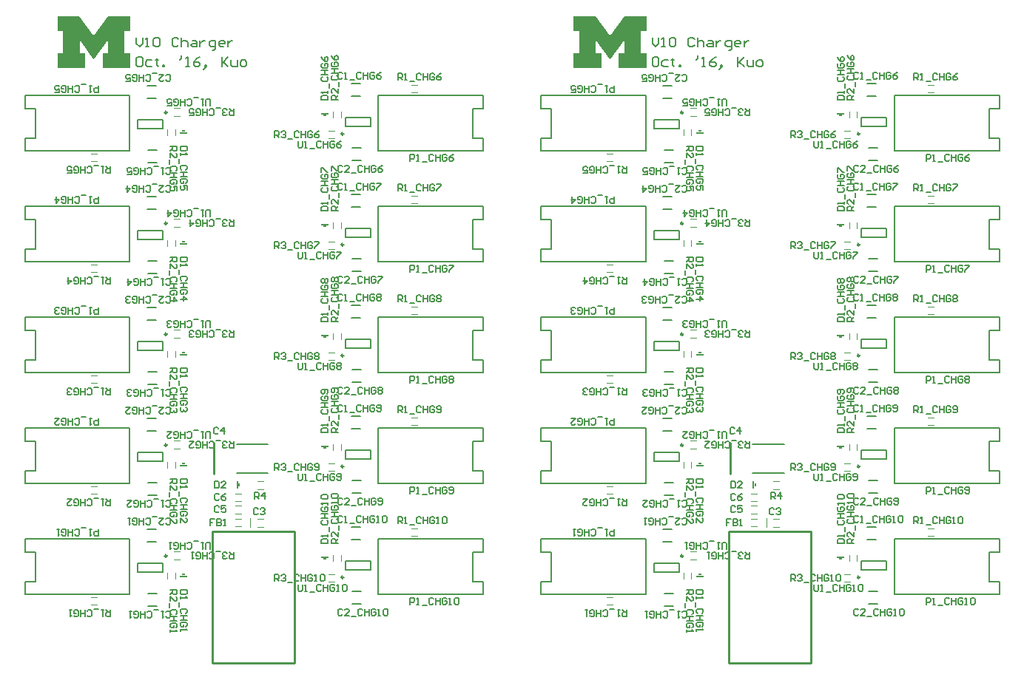
<source format=gto>
G04 Layer_Color=65535*
%FSLAX24Y24*%
%MOIN*%
G70*
G01*
G75*
%ADD24C,0.0098*%
%ADD25C,0.0039*%
%ADD26C,0.0079*%
%ADD27C,0.0100*%
%ADD28C,0.0050*%
%ADD29C,0.0070*%
%ADD30R,0.0364X0.0079*%
%ADD31R,0.0118X0.0069*%
%ADD32R,0.0079X0.0364*%
%ADD33R,0.0069X0.0118*%
G36*
X28844Y31702D02*
X28590D01*
Y30698D01*
X28844D01*
Y30032D01*
X27596D01*
Y30698D01*
X27850D01*
Y31300D01*
X27221Y30433D01*
X27179D01*
X26560Y31300D01*
Y30698D01*
X26814D01*
Y30032D01*
X25567D01*
Y30698D01*
X25810D01*
Y31702D01*
X25567D01*
Y32368D01*
X26555D01*
X27189Y31490D01*
X27221D01*
X27855Y32368D01*
X28844D01*
Y31702D01*
D02*
G37*
G36*
X5594D02*
X5340D01*
Y30698D01*
X5594D01*
Y30032D01*
X4346D01*
Y30698D01*
X4600D01*
Y31300D01*
X3971Y30433D01*
X3929D01*
X3310Y31300D01*
Y30698D01*
X3564D01*
Y30032D01*
X2317D01*
Y30698D01*
X2560D01*
Y31702D01*
X2317D01*
Y32368D01*
X3305D01*
X3939Y31490D01*
X3971D01*
X4605Y32368D01*
X5594D01*
Y31702D01*
D02*
G37*
D24*
X7248Y8032D02*
G03*
X7248Y8032I-49J0D01*
G01*
Y18032D02*
G03*
X7248Y18032I-49J0D01*
G01*
Y13032D02*
G03*
X7248Y13032I-49J0D01*
G01*
Y23032D02*
G03*
X7248Y23032I-49J0D01*
G01*
Y28032D02*
G03*
X7248Y28032I-49J0D01*
G01*
X15201Y27069D02*
G03*
X15201Y27069I-49J0D01*
G01*
Y7069D02*
G03*
X15201Y7069I-49J0D01*
G01*
Y12069D02*
G03*
X15201Y12069I-49J0D01*
G01*
Y17069D02*
G03*
X15201Y17069I-49J0D01*
G01*
Y22069D02*
G03*
X15201Y22069I-49J0D01*
G01*
X30498Y8032D02*
G03*
X30498Y8032I-49J0D01*
G01*
Y18032D02*
G03*
X30498Y18032I-49J0D01*
G01*
Y13032D02*
G03*
X30498Y13032I-49J0D01*
G01*
Y23032D02*
G03*
X30498Y23032I-49J0D01*
G01*
Y28032D02*
G03*
X30498Y28032I-49J0D01*
G01*
X38451Y27069D02*
G03*
X38451Y27069I-49J0D01*
G01*
Y7069D02*
G03*
X38451Y7069I-49J0D01*
G01*
Y12069D02*
G03*
X38451Y12069I-49J0D01*
G01*
Y17069D02*
G03*
X38451Y17069I-49J0D01*
G01*
Y22069D02*
G03*
X38451Y22069I-49J0D01*
G01*
D25*
X3812Y6167D02*
X4088D01*
X3812Y5823D02*
X4088D01*
X7617Y7012D02*
Y7288D01*
X7273Y7012D02*
Y7288D01*
X7562Y7883D02*
X7838D01*
X7562Y8227D02*
X7838D01*
X3812Y16167D02*
X4088D01*
X3812Y15823D02*
X4088D01*
X7617Y17012D02*
Y17288D01*
X7273Y17012D02*
Y17288D01*
X7562Y17883D02*
X7838D01*
X7562Y18227D02*
X7838D01*
X3812Y11167D02*
X4088D01*
X3812Y10823D02*
X4088D01*
X7617Y12012D02*
Y12288D01*
X7273Y12012D02*
Y12288D01*
X7562Y12883D02*
X7838D01*
X7562Y13227D02*
X7838D01*
X3812Y21167D02*
X4088D01*
X3812Y20823D02*
X4088D01*
X7617Y22012D02*
Y22288D01*
X7273Y22012D02*
Y22288D01*
X7562Y22883D02*
X7838D01*
X7562Y23227D02*
X7838D01*
X3812Y26167D02*
X4088D01*
X3812Y25823D02*
X4088D01*
X7617Y27012D02*
Y27288D01*
X7273Y27012D02*
Y27288D01*
X7562Y27883D02*
X7838D01*
X7562Y28227D02*
X7838D01*
X18262Y28933D02*
X18538D01*
X18262Y29277D02*
X18538D01*
X14733Y27812D02*
Y28088D01*
X15077Y27812D02*
Y28088D01*
X14512Y27217D02*
X14788D01*
X14512Y26873D02*
X14788D01*
X18262Y8933D02*
X18538D01*
X18262Y9277D02*
X18538D01*
X14733Y7812D02*
Y8088D01*
X15077Y7812D02*
Y8088D01*
X14512Y7217D02*
X14788D01*
X14512Y6873D02*
X14788D01*
X18262Y13933D02*
X18538D01*
X18262Y14277D02*
X18538D01*
X14733Y12812D02*
Y13088D01*
X15077Y12812D02*
Y13088D01*
X14512Y12217D02*
X14788D01*
X14512Y11873D02*
X14788D01*
X14512Y16873D02*
X14788D01*
X14512Y17217D02*
X14788D01*
X15077Y17812D02*
Y18088D01*
X14733Y17812D02*
Y18088D01*
X18262Y19277D02*
X18538D01*
X18262Y18933D02*
X18538D01*
X14512Y21873D02*
X14788D01*
X14512Y22217D02*
X14788D01*
X15077Y22812D02*
Y23088D01*
X14733Y22812D02*
Y23088D01*
X18262Y24277D02*
X18538D01*
X18262Y23933D02*
X18538D01*
X10312Y9717D02*
X10588D01*
X10312Y9373D02*
X10588D01*
X11312Y9354D02*
X11588D01*
X11312Y9699D02*
X11588D01*
X11000Y9331D02*
Y9731D01*
X10312Y10299D02*
X10588D01*
X10312Y9954D02*
X10588D01*
X10312Y10849D02*
X10588D01*
X10312Y10504D02*
X10588D01*
X11312Y11399D02*
X11588D01*
X11312Y11054D02*
X11588D01*
X27062Y6167D02*
X27338D01*
X27062Y5823D02*
X27338D01*
X30867Y7012D02*
Y7288D01*
X30523Y7012D02*
Y7288D01*
X30812Y7883D02*
X31088D01*
X30812Y8227D02*
X31088D01*
X27062Y16167D02*
X27338D01*
X27062Y15823D02*
X27338D01*
X30867Y17012D02*
Y17288D01*
X30523Y17012D02*
Y17288D01*
X30812Y17883D02*
X31088D01*
X30812Y18227D02*
X31088D01*
X27062Y11167D02*
X27338D01*
X27062Y10823D02*
X27338D01*
X30867Y12012D02*
Y12288D01*
X30523Y12012D02*
Y12288D01*
X30812Y12883D02*
X31088D01*
X30812Y13227D02*
X31088D01*
X27062Y21167D02*
X27338D01*
X27062Y20823D02*
X27338D01*
X30867Y22012D02*
Y22288D01*
X30523Y22012D02*
Y22288D01*
X30812Y22883D02*
X31088D01*
X30812Y23227D02*
X31088D01*
X27062Y26167D02*
X27338D01*
X27062Y25823D02*
X27338D01*
X30867Y27012D02*
Y27288D01*
X30523Y27012D02*
Y27288D01*
X30812Y27883D02*
X31088D01*
X30812Y28227D02*
X31088D01*
X41512Y28933D02*
X41788D01*
X41512Y29277D02*
X41788D01*
X37983Y27812D02*
Y28088D01*
X38327Y27812D02*
Y28088D01*
X37762Y27217D02*
X38038D01*
X37762Y26873D02*
X38038D01*
X41512Y8933D02*
X41788D01*
X41512Y9277D02*
X41788D01*
X37983Y7812D02*
Y8088D01*
X38327Y7812D02*
Y8088D01*
X37762Y7217D02*
X38038D01*
X37762Y6873D02*
X38038D01*
X41512Y13933D02*
X41788D01*
X41512Y14277D02*
X41788D01*
X37983Y12812D02*
Y13088D01*
X38327Y12812D02*
Y13088D01*
X37762Y12217D02*
X38038D01*
X37762Y11873D02*
X38038D01*
X37762Y16873D02*
X38038D01*
X37762Y17217D02*
X38038D01*
X38327Y17812D02*
Y18088D01*
X37983Y17812D02*
Y18088D01*
X41512Y19277D02*
X41788D01*
X41512Y18933D02*
X41788D01*
X37762Y21873D02*
X38038D01*
X37762Y22217D02*
X38038D01*
X38327Y22812D02*
Y23088D01*
X37983Y22812D02*
Y23088D01*
X41512Y24277D02*
X41788D01*
X41512Y23933D02*
X41788D01*
X33562Y9717D02*
X33838D01*
X33562Y9373D02*
X33838D01*
X34562Y9354D02*
X34838D01*
X34562Y9699D02*
X34838D01*
X34250Y9331D02*
Y9731D01*
X33562Y10299D02*
X33838D01*
X33562Y9954D02*
X33838D01*
X33562Y10849D02*
X33838D01*
X33562Y10504D02*
X33838D01*
X34562Y11399D02*
X34838D01*
X34562Y11054D02*
X34838D01*
D26*
X6403Y5775D02*
X6797D01*
X6403Y6326D02*
X6797D01*
X7071Y7303D02*
Y7697D01*
X5929Y7303D02*
Y7697D01*
X7071D01*
X5929Y7303D02*
X7071D01*
X6353Y8675D02*
X6747D01*
X6353Y9226D02*
X6747D01*
X10391Y11782D02*
X11809D01*
X10391Y13081D02*
X11809D01*
X6403Y15775D02*
X6797D01*
X6403Y16326D02*
X6797D01*
X6353Y18675D02*
X6747D01*
X6353Y19226D02*
X6747D01*
X7071Y17303D02*
Y17697D01*
X5929Y17303D02*
Y17697D01*
X7071D01*
X5929Y17303D02*
X7071D01*
X6403Y10775D02*
X6797D01*
X6403Y11326D02*
X6797D01*
X6353Y13675D02*
X6747D01*
X6353Y14226D02*
X6747D01*
X7071Y12303D02*
Y12697D01*
X5929Y12303D02*
Y12697D01*
X7071D01*
X5929Y12303D02*
X7071D01*
X6403Y20775D02*
X6797D01*
X6403Y21326D02*
X6797D01*
X6353Y23675D02*
X6747D01*
X6353Y24226D02*
X6747D01*
X7071Y22303D02*
Y22697D01*
X5929Y22303D02*
Y22697D01*
X7071D01*
X5929Y22303D02*
X7071D01*
X6403Y25775D02*
X6797D01*
X6403Y26326D02*
X6797D01*
X6353Y28675D02*
X6747D01*
X6353Y29226D02*
X6747D01*
X7071Y27303D02*
Y27697D01*
X5929Y27303D02*
Y27697D01*
X7071D01*
X5929Y27303D02*
X7071D01*
X15553Y29326D02*
X15947D01*
X15553Y28775D02*
X15947D01*
X15603Y26426D02*
X15997D01*
X15603Y25875D02*
X15997D01*
X15279Y27403D02*
Y27797D01*
X16421Y27403D02*
Y27797D01*
X15279Y27403D02*
X16421D01*
X15279Y27797D02*
X16421D01*
X15553Y9326D02*
X15947D01*
X15553Y8775D02*
X15947D01*
X15603Y6426D02*
X15997D01*
X15603Y5875D02*
X15997D01*
X15279Y7403D02*
Y7797D01*
X16421Y7403D02*
Y7797D01*
X15279Y7403D02*
X16421D01*
X15279Y7797D02*
X16421D01*
X15553Y14326D02*
X15947D01*
X15553Y13775D02*
X15947D01*
X15603Y11426D02*
X15997D01*
X15603Y10875D02*
X15997D01*
X15279Y12403D02*
Y12797D01*
X16421Y12403D02*
Y12797D01*
X15279Y12403D02*
X16421D01*
X15279Y12797D02*
X16421D01*
X15279Y17797D02*
X16421D01*
X15279Y17403D02*
X16421D01*
Y17797D01*
X15279Y17403D02*
Y17797D01*
X15603Y15875D02*
X15997D01*
X15603Y16426D02*
X15997D01*
X15553Y18775D02*
X15947D01*
X15553Y19326D02*
X15947D01*
X15279Y22797D02*
X16421D01*
X15279Y22403D02*
X16421D01*
Y22797D01*
X15279Y22403D02*
Y22797D01*
X15603Y20875D02*
X15997D01*
X15603Y21426D02*
X15997D01*
X15553Y23775D02*
X15947D01*
X15553Y24326D02*
X15947D01*
X29653Y5775D02*
X30047D01*
X29653Y6326D02*
X30047D01*
X30321Y7303D02*
Y7697D01*
X29179Y7303D02*
Y7697D01*
X30321D01*
X29179Y7303D02*
X30321D01*
X29603Y8675D02*
X29997D01*
X29603Y9226D02*
X29997D01*
X33641Y11782D02*
X35059D01*
X33641Y13081D02*
X35059D01*
X29653Y15775D02*
X30047D01*
X29653Y16326D02*
X30047D01*
X29603Y18675D02*
X29997D01*
X29603Y19226D02*
X29997D01*
X30321Y17303D02*
Y17697D01*
X29179Y17303D02*
Y17697D01*
X30321D01*
X29179Y17303D02*
X30321D01*
X29653Y10775D02*
X30047D01*
X29653Y11326D02*
X30047D01*
X29603Y13675D02*
X29997D01*
X29603Y14226D02*
X29997D01*
X30321Y12303D02*
Y12697D01*
X29179Y12303D02*
Y12697D01*
X30321D01*
X29179Y12303D02*
X30321D01*
X29653Y20775D02*
X30047D01*
X29653Y21326D02*
X30047D01*
X29603Y23675D02*
X29997D01*
X29603Y24226D02*
X29997D01*
X30321Y22303D02*
Y22697D01*
X29179Y22303D02*
Y22697D01*
X30321D01*
X29179Y22303D02*
X30321D01*
X29653Y25775D02*
X30047D01*
X29653Y26326D02*
X30047D01*
X29603Y28675D02*
X29997D01*
X29603Y29226D02*
X29997D01*
X30321Y27303D02*
Y27697D01*
X29179Y27303D02*
Y27697D01*
X30321D01*
X29179Y27303D02*
X30321D01*
X38803Y29326D02*
X39197D01*
X38803Y28775D02*
X39197D01*
X38853Y26426D02*
X39247D01*
X38853Y25875D02*
X39247D01*
X38529Y27403D02*
Y27797D01*
X39671Y27403D02*
Y27797D01*
X38529Y27403D02*
X39671D01*
X38529Y27797D02*
X39671D01*
X38803Y9326D02*
X39197D01*
X38803Y8775D02*
X39197D01*
X38853Y6426D02*
X39247D01*
X38853Y5875D02*
X39247D01*
X38529Y7403D02*
Y7797D01*
X39671Y7403D02*
Y7797D01*
X38529Y7403D02*
X39671D01*
X38529Y7797D02*
X39671D01*
X38803Y14326D02*
X39197D01*
X38803Y13775D02*
X39197D01*
X38853Y11426D02*
X39247D01*
X38853Y10875D02*
X39247D01*
X38529Y12403D02*
Y12797D01*
X39671Y12403D02*
Y12797D01*
X38529Y12403D02*
X39671D01*
X38529Y12797D02*
X39671D01*
X38529Y17797D02*
X39671D01*
X38529Y17403D02*
X39671D01*
Y17797D01*
X38529Y17403D02*
Y17797D01*
X38853Y15875D02*
X39247D01*
X38853Y16426D02*
X39247D01*
X38803Y18775D02*
X39197D01*
X38803Y19326D02*
X39197D01*
X38529Y22797D02*
X39671D01*
X38529Y22403D02*
X39671D01*
Y22797D01*
X38529Y22403D02*
Y22797D01*
X38853Y20875D02*
X39247D01*
X38853Y21426D02*
X39247D01*
X38803Y23775D02*
X39197D01*
X38803Y24326D02*
X39197D01*
D27*
X13008Y3219D02*
Y9124D01*
X9307Y3219D02*
X13008D01*
X9307D02*
Y9124D01*
X13008D01*
X9368Y11723D02*
Y13140D01*
X36258Y3219D02*
Y9124D01*
X32557Y3219D02*
X36258D01*
X32557D02*
Y9124D01*
X36258D01*
X32618Y11723D02*
Y13140D01*
D28*
X21500Y16310D02*
Y16881D01*
X21028D02*
X21500D01*
X21028D02*
Y18219D01*
X21500D01*
Y18790D01*
X16776D02*
X21500D01*
X16776Y16310D02*
Y18790D01*
Y16310D02*
X21500D01*
X16776Y21310D02*
X21500D01*
X16776D02*
Y23790D01*
X21500D01*
Y23219D02*
Y23790D01*
X21028Y23219D02*
X21500D01*
X21028Y21881D02*
Y23219D01*
Y21881D02*
X21500D01*
Y21310D02*
Y21881D01*
X850Y8219D02*
Y8790D01*
Y8219D02*
X1323D01*
Y6881D02*
Y8219D01*
X850Y6881D02*
X1323D01*
X850Y6310D02*
Y6881D01*
Y6310D02*
X5575D01*
Y8790D01*
X850D02*
X5575D01*
X850Y13790D02*
X5575D01*
Y11310D02*
Y13790D01*
X850Y11310D02*
X5575D01*
X850D02*
Y11881D01*
X1323D01*
Y13219D01*
X850D02*
X1323D01*
X850D02*
Y13790D01*
Y18219D02*
Y18790D01*
Y18219D02*
X1323D01*
Y16881D02*
Y18219D01*
X850Y16881D02*
X1323D01*
X850Y16310D02*
Y16881D01*
Y16310D02*
X5575D01*
Y18790D01*
X850D02*
X5575D01*
X850Y23790D02*
X5575D01*
Y21310D02*
Y23790D01*
X850Y21310D02*
X5575D01*
X850D02*
Y21881D01*
X1323D01*
Y23219D01*
X850D02*
X1323D01*
X850D02*
Y23790D01*
Y28219D02*
Y28790D01*
Y28219D02*
X1323D01*
Y26881D02*
Y28219D01*
X850Y26881D02*
X1323D01*
X850Y26310D02*
Y26881D01*
Y26310D02*
X5575D01*
Y28790D01*
X850D02*
X5575D01*
X16776Y26310D02*
X21500D01*
X16776D02*
Y28790D01*
X21500D01*
Y28219D02*
Y28790D01*
X21028Y28219D02*
X21500D01*
X21028Y26881D02*
Y28219D01*
Y26881D02*
X21500D01*
Y26310D02*
Y26881D01*
Y11310D02*
Y11881D01*
X21028D02*
X21500D01*
X21028D02*
Y13219D01*
X21500D01*
Y13790D01*
X16776D02*
X21500D01*
X16776Y11310D02*
Y13790D01*
Y11310D02*
X21500D01*
X16776Y6310D02*
X21500D01*
X16776D02*
Y8790D01*
X21500D01*
Y8219D02*
Y8790D01*
X21028Y8219D02*
X21500D01*
X21028Y6881D02*
Y8219D01*
Y6881D02*
X21500D01*
Y6310D02*
Y6881D01*
X13150Y6750D02*
Y6500D01*
X13200Y6450D01*
X13300D01*
X13350Y6500D01*
Y6750D01*
X13450Y6450D02*
X13550D01*
X13500D01*
Y6750D01*
X13450Y6700D01*
X13700Y6400D02*
X13900D01*
X14200Y6700D02*
X14150Y6750D01*
X14050D01*
X14000Y6700D01*
Y6500D01*
X14050Y6450D01*
X14150D01*
X14200Y6500D01*
X14300Y6750D02*
Y6450D01*
Y6600D01*
X14500D01*
Y6750D01*
Y6450D01*
X14800Y6700D02*
X14750Y6750D01*
X14650D01*
X14600Y6700D01*
Y6500D01*
X14650Y6450D01*
X14750D01*
X14800Y6500D01*
Y6600D01*
X14700D01*
X14900Y6450D02*
X15000D01*
X14950D01*
Y6750D01*
X14900Y6700D01*
X15150D02*
X15199Y6750D01*
X15299D01*
X15349Y6700D01*
Y6500D01*
X15299Y6450D01*
X15199D01*
X15150Y6500D01*
Y6700D01*
X13150Y11750D02*
Y11500D01*
X13200Y11450D01*
X13300D01*
X13350Y11500D01*
Y11750D01*
X13450Y11450D02*
X13550D01*
X13500D01*
Y11750D01*
X13450Y11700D01*
X13700Y11400D02*
X13900D01*
X14200Y11700D02*
X14150Y11750D01*
X14050D01*
X14000Y11700D01*
Y11500D01*
X14050Y11450D01*
X14150D01*
X14200Y11500D01*
X14300Y11750D02*
Y11450D01*
Y11600D01*
X14500D01*
Y11750D01*
Y11450D01*
X14800Y11700D02*
X14750Y11750D01*
X14650D01*
X14600Y11700D01*
Y11500D01*
X14650Y11450D01*
X14750D01*
X14800Y11500D01*
Y11600D01*
X14700D01*
X14900Y11500D02*
X14950Y11450D01*
X15050D01*
X15100Y11500D01*
Y11700D01*
X15050Y11750D01*
X14950D01*
X14900Y11700D01*
Y11650D01*
X14950Y11600D01*
X15100D01*
X13150Y26750D02*
Y26500D01*
X13200Y26450D01*
X13300D01*
X13350Y26500D01*
Y26750D01*
X13450Y26450D02*
X13550D01*
X13500D01*
Y26750D01*
X13450Y26700D01*
X13700Y26400D02*
X13900D01*
X14200Y26700D02*
X14150Y26750D01*
X14050D01*
X14000Y26700D01*
Y26500D01*
X14050Y26450D01*
X14150D01*
X14200Y26500D01*
X14300Y26750D02*
Y26450D01*
Y26600D01*
X14500D01*
Y26750D01*
Y26450D01*
X14800Y26700D02*
X14750Y26750D01*
X14650D01*
X14600Y26700D01*
Y26500D01*
X14650Y26450D01*
X14750D01*
X14800Y26500D01*
Y26600D01*
X14700D01*
X15100Y26750D02*
X15000Y26700D01*
X14900Y26600D01*
Y26500D01*
X14950Y26450D01*
X15050D01*
X15100Y26500D01*
Y26550D01*
X15050Y26600D01*
X14900D01*
X9200Y28350D02*
Y28600D01*
X9150Y28650D01*
X9050D01*
X9000Y28600D01*
Y28350D01*
X8900Y28650D02*
X8800D01*
X8850D01*
Y28350D01*
X8900Y28400D01*
X8650Y28700D02*
X8450D01*
X8150Y28400D02*
X8200Y28350D01*
X8300D01*
X8350Y28400D01*
Y28600D01*
X8300Y28650D01*
X8200D01*
X8150Y28600D01*
X8051Y28350D02*
Y28650D01*
Y28500D01*
X7851D01*
Y28350D01*
Y28650D01*
X7551Y28400D02*
X7601Y28350D01*
X7701D01*
X7751Y28400D01*
Y28600D01*
X7701Y28650D01*
X7601D01*
X7551Y28600D01*
Y28500D01*
X7651D01*
X7251Y28350D02*
X7451D01*
Y28500D01*
X7351Y28450D01*
X7301D01*
X7251Y28500D01*
Y28600D01*
X7301Y28650D01*
X7401D01*
X7451Y28600D01*
X9200Y23350D02*
Y23600D01*
X9150Y23650D01*
X9050D01*
X9000Y23600D01*
Y23350D01*
X8900Y23650D02*
X8800D01*
X8850D01*
Y23350D01*
X8900Y23400D01*
X8650Y23700D02*
X8450D01*
X8150Y23400D02*
X8200Y23350D01*
X8300D01*
X8350Y23400D01*
Y23600D01*
X8300Y23650D01*
X8200D01*
X8150Y23600D01*
X8051Y23350D02*
Y23650D01*
Y23500D01*
X7851D01*
Y23350D01*
Y23650D01*
X7551Y23400D02*
X7601Y23350D01*
X7701D01*
X7751Y23400D01*
Y23600D01*
X7701Y23650D01*
X7601D01*
X7551Y23600D01*
Y23500D01*
X7651D01*
X7301Y23650D02*
Y23350D01*
X7451Y23500D01*
X7251D01*
X9200Y18350D02*
Y18600D01*
X9150Y18650D01*
X9050D01*
X9000Y18600D01*
Y18350D01*
X8900Y18650D02*
X8800D01*
X8850D01*
Y18350D01*
X8900Y18400D01*
X8650Y18700D02*
X8450D01*
X8150Y18400D02*
X8200Y18350D01*
X8300D01*
X8350Y18400D01*
Y18600D01*
X8300Y18650D01*
X8200D01*
X8150Y18600D01*
X8051Y18350D02*
Y18650D01*
Y18500D01*
X7851D01*
Y18350D01*
Y18650D01*
X7551Y18400D02*
X7601Y18350D01*
X7701D01*
X7751Y18400D01*
Y18600D01*
X7701Y18650D01*
X7601D01*
X7551Y18600D01*
Y18500D01*
X7651D01*
X7451Y18400D02*
X7401Y18350D01*
X7301D01*
X7251Y18400D01*
Y18450D01*
X7301Y18500D01*
X7351D01*
X7301D01*
X7251Y18550D01*
Y18600D01*
X7301Y18650D01*
X7401D01*
X7451Y18600D01*
X9200Y13350D02*
Y13600D01*
X9150Y13650D01*
X9050D01*
X9000Y13600D01*
Y13350D01*
X8900Y13650D02*
X8800D01*
X8850D01*
Y13350D01*
X8900Y13400D01*
X8650Y13700D02*
X8450D01*
X8150Y13400D02*
X8200Y13350D01*
X8300D01*
X8350Y13400D01*
Y13600D01*
X8300Y13650D01*
X8200D01*
X8150Y13600D01*
X8051Y13350D02*
Y13650D01*
Y13500D01*
X7851D01*
Y13350D01*
Y13650D01*
X7551Y13400D02*
X7601Y13350D01*
X7701D01*
X7751Y13400D01*
Y13600D01*
X7701Y13650D01*
X7601D01*
X7551Y13600D01*
Y13500D01*
X7651D01*
X7251Y13650D02*
X7451D01*
X7251Y13450D01*
Y13400D01*
X7301Y13350D01*
X7401D01*
X7451Y13400D01*
X9200Y8350D02*
Y8600D01*
X9150Y8650D01*
X9050D01*
X9000Y8600D01*
Y8350D01*
X8900Y8650D02*
X8800D01*
X8850D01*
Y8350D01*
X8900Y8400D01*
X8650Y8700D02*
X8450D01*
X8150Y8400D02*
X8200Y8350D01*
X8300D01*
X8350Y8400D01*
Y8600D01*
X8300Y8650D01*
X8200D01*
X8150Y8600D01*
X8051Y8350D02*
Y8650D01*
Y8500D01*
X7851D01*
Y8350D01*
Y8650D01*
X7551Y8400D02*
X7601Y8350D01*
X7701D01*
X7751Y8400D01*
Y8600D01*
X7701Y8650D01*
X7601D01*
X7551Y8600D01*
Y8500D01*
X7651D01*
X7451Y8650D02*
X7351D01*
X7401D01*
Y8350D01*
X7451Y8400D01*
X11200Y10600D02*
Y10900D01*
X11350D01*
X11400Y10850D01*
Y10750D01*
X11350Y10700D01*
X11200D01*
X11300D02*
X11400Y10600D01*
X11650D02*
Y10900D01*
X11500Y10750D01*
X11700D01*
X12100Y6900D02*
Y7200D01*
X12250D01*
X12300Y7150D01*
Y7050D01*
X12250Y7000D01*
X12100D01*
X12200D02*
X12300Y6900D01*
X12400Y7150D02*
X12450Y7200D01*
X12550D01*
X12600Y7150D01*
Y7100D01*
X12550Y7050D01*
X12500D01*
X12550D01*
X12600Y7000D01*
Y6950D01*
X12550Y6900D01*
X12450D01*
X12400Y6950D01*
X12700Y6850D02*
X12900D01*
X13200Y7150D02*
X13150Y7200D01*
X13050D01*
X13000Y7150D01*
Y6950D01*
X13050Y6900D01*
X13150D01*
X13200Y6950D01*
X13300Y7200D02*
Y6900D01*
Y7050D01*
X13500D01*
Y7200D01*
Y6900D01*
X13800Y7150D02*
X13750Y7200D01*
X13650D01*
X13600Y7150D01*
Y6950D01*
X13650Y6900D01*
X13750D01*
X13800Y6950D01*
Y7050D01*
X13700D01*
X13900Y6900D02*
X14000D01*
X13950D01*
Y7200D01*
X13900Y7150D01*
X14149D02*
X14199Y7200D01*
X14299D01*
X14349Y7150D01*
Y6950D01*
X14299Y6900D01*
X14199D01*
X14149Y6950D01*
Y7150D01*
X12100Y11900D02*
Y12200D01*
X12250D01*
X12300Y12150D01*
Y12050D01*
X12250Y12000D01*
X12100D01*
X12200D02*
X12300Y11900D01*
X12400Y12150D02*
X12450Y12200D01*
X12550D01*
X12600Y12150D01*
Y12100D01*
X12550Y12050D01*
X12500D01*
X12550D01*
X12600Y12000D01*
Y11950D01*
X12550Y11900D01*
X12450D01*
X12400Y11950D01*
X12700Y11850D02*
X12900D01*
X13200Y12150D02*
X13150Y12200D01*
X13050D01*
X13000Y12150D01*
Y11950D01*
X13050Y11900D01*
X13150D01*
X13200Y11950D01*
X13300Y12200D02*
Y11900D01*
Y12050D01*
X13500D01*
Y12200D01*
Y11900D01*
X13800Y12150D02*
X13750Y12200D01*
X13650D01*
X13600Y12150D01*
Y11950D01*
X13650Y11900D01*
X13750D01*
X13800Y11950D01*
Y12050D01*
X13700D01*
X13900Y11950D02*
X13950Y11900D01*
X14050D01*
X14100Y11950D01*
Y12150D01*
X14050Y12200D01*
X13950D01*
X13900Y12150D01*
Y12100D01*
X13950Y12050D01*
X14100D01*
X12100Y26900D02*
Y27200D01*
X12250D01*
X12300Y27150D01*
Y27050D01*
X12250Y27000D01*
X12100D01*
X12200D02*
X12300Y26900D01*
X12400Y27150D02*
X12450Y27200D01*
X12550D01*
X12600Y27150D01*
Y27100D01*
X12550Y27050D01*
X12500D01*
X12550D01*
X12600Y27000D01*
Y26950D01*
X12550Y26900D01*
X12450D01*
X12400Y26950D01*
X12700Y26850D02*
X12900D01*
X13200Y27150D02*
X13150Y27200D01*
X13050D01*
X13000Y27150D01*
Y26950D01*
X13050Y26900D01*
X13150D01*
X13200Y26950D01*
X13300Y27200D02*
Y26900D01*
Y27050D01*
X13500D01*
Y27200D01*
Y26900D01*
X13800Y27150D02*
X13750Y27200D01*
X13650D01*
X13600Y27150D01*
Y26950D01*
X13650Y26900D01*
X13750D01*
X13800Y26950D01*
Y27050D01*
X13700D01*
X14100Y27200D02*
X14000Y27150D01*
X13900Y27050D01*
Y26950D01*
X13950Y26900D01*
X14050D01*
X14100Y26950D01*
Y27000D01*
X14050Y27050D01*
X13900D01*
X10250Y28200D02*
Y27900D01*
X10100D01*
X10050Y27950D01*
Y28050D01*
X10100Y28100D01*
X10250D01*
X10150D02*
X10050Y28200D01*
X9950Y27950D02*
X9900Y27900D01*
X9800D01*
X9750Y27950D01*
Y28000D01*
X9800Y28050D01*
X9850D01*
X9800D01*
X9750Y28100D01*
Y28150D01*
X9800Y28200D01*
X9900D01*
X9950Y28150D01*
X9650Y28250D02*
X9450D01*
X9151Y27950D02*
X9200Y27900D01*
X9300D01*
X9350Y27950D01*
Y28150D01*
X9300Y28200D01*
X9200D01*
X9151Y28150D01*
X9051Y27900D02*
Y28200D01*
Y28050D01*
X8851D01*
Y27900D01*
Y28200D01*
X8551Y27950D02*
X8601Y27900D01*
X8701D01*
X8751Y27950D01*
Y28150D01*
X8701Y28200D01*
X8601D01*
X8551Y28150D01*
Y28050D01*
X8651D01*
X8251Y27900D02*
X8451D01*
Y28050D01*
X8351Y28000D01*
X8301D01*
X8251Y28050D01*
Y28150D01*
X8301Y28200D01*
X8401D01*
X8451Y28150D01*
X10250Y23200D02*
Y22900D01*
X10100D01*
X10050Y22950D01*
Y23050D01*
X10100Y23100D01*
X10250D01*
X10150D02*
X10050Y23200D01*
X9950Y22950D02*
X9900Y22900D01*
X9800D01*
X9750Y22950D01*
Y23000D01*
X9800Y23050D01*
X9850D01*
X9800D01*
X9750Y23100D01*
Y23150D01*
X9800Y23200D01*
X9900D01*
X9950Y23150D01*
X9650Y23250D02*
X9450D01*
X9151Y22950D02*
X9200Y22900D01*
X9300D01*
X9350Y22950D01*
Y23150D01*
X9300Y23200D01*
X9200D01*
X9151Y23150D01*
X9051Y22900D02*
Y23200D01*
Y23050D01*
X8851D01*
Y22900D01*
Y23200D01*
X8551Y22950D02*
X8601Y22900D01*
X8701D01*
X8751Y22950D01*
Y23150D01*
X8701Y23200D01*
X8601D01*
X8551Y23150D01*
Y23050D01*
X8651D01*
X8301Y23200D02*
Y22900D01*
X8451Y23050D01*
X8251D01*
X10250Y18200D02*
Y17900D01*
X10100D01*
X10050Y17950D01*
Y18050D01*
X10100Y18100D01*
X10250D01*
X10150D02*
X10050Y18200D01*
X9950Y17950D02*
X9900Y17900D01*
X9800D01*
X9750Y17950D01*
Y18000D01*
X9800Y18050D01*
X9850D01*
X9800D01*
X9750Y18100D01*
Y18150D01*
X9800Y18200D01*
X9900D01*
X9950Y18150D01*
X9650Y18250D02*
X9450D01*
X9151Y17950D02*
X9200Y17900D01*
X9300D01*
X9350Y17950D01*
Y18150D01*
X9300Y18200D01*
X9200D01*
X9151Y18150D01*
X9051Y17900D02*
Y18200D01*
Y18050D01*
X8851D01*
Y17900D01*
Y18200D01*
X8551Y17950D02*
X8601Y17900D01*
X8701D01*
X8751Y17950D01*
Y18150D01*
X8701Y18200D01*
X8601D01*
X8551Y18150D01*
Y18050D01*
X8651D01*
X8451Y17950D02*
X8401Y17900D01*
X8301D01*
X8251Y17950D01*
Y18000D01*
X8301Y18050D01*
X8351D01*
X8301D01*
X8251Y18100D01*
Y18150D01*
X8301Y18200D01*
X8401D01*
X8451Y18150D01*
X10250Y13200D02*
Y12900D01*
X10100D01*
X10050Y12950D01*
Y13050D01*
X10100Y13100D01*
X10250D01*
X10150D02*
X10050Y13200D01*
X9950Y12950D02*
X9900Y12900D01*
X9800D01*
X9750Y12950D01*
Y13000D01*
X9800Y13050D01*
X9850D01*
X9800D01*
X9750Y13100D01*
Y13150D01*
X9800Y13200D01*
X9900D01*
X9950Y13150D01*
X9650Y13250D02*
X9450D01*
X9151Y12950D02*
X9200Y12900D01*
X9300D01*
X9350Y12950D01*
Y13150D01*
X9300Y13200D01*
X9200D01*
X9151Y13150D01*
X9051Y12900D02*
Y13200D01*
Y13050D01*
X8851D01*
Y12900D01*
Y13200D01*
X8551Y12950D02*
X8601Y12900D01*
X8701D01*
X8751Y12950D01*
Y13150D01*
X8701Y13200D01*
X8601D01*
X8551Y13150D01*
Y13050D01*
X8651D01*
X8251Y13200D02*
X8451D01*
X8251Y13000D01*
Y12950D01*
X8301Y12900D01*
X8401D01*
X8451Y12950D01*
X10250Y8200D02*
Y7900D01*
X10100D01*
X10050Y7950D01*
Y8050D01*
X10100Y8100D01*
X10250D01*
X10150D02*
X10050Y8200D01*
X9950Y7950D02*
X9900Y7900D01*
X9800D01*
X9750Y7950D01*
Y8000D01*
X9800Y8050D01*
X9850D01*
X9800D01*
X9750Y8100D01*
Y8150D01*
X9800Y8200D01*
X9900D01*
X9950Y8150D01*
X9650Y8250D02*
X9450D01*
X9151Y7950D02*
X9200Y7900D01*
X9300D01*
X9350Y7950D01*
Y8150D01*
X9300Y8200D01*
X9200D01*
X9151Y8150D01*
X9051Y7900D02*
Y8200D01*
Y8050D01*
X8851D01*
Y7900D01*
Y8200D01*
X8551Y7950D02*
X8601Y7900D01*
X8701D01*
X8751Y7950D01*
Y8150D01*
X8701Y8200D01*
X8601D01*
X8551Y8150D01*
Y8050D01*
X8651D01*
X8451Y8200D02*
X8351D01*
X8401D01*
Y7900D01*
X8451Y7950D01*
X14950Y8600D02*
X14650D01*
Y8750D01*
X14700Y8800D01*
X14800D01*
X14850Y8750D01*
Y8600D01*
Y8700D02*
X14950Y8800D01*
Y9100D02*
Y8900D01*
X14750Y9100D01*
X14700D01*
X14650Y9050D01*
Y8950D01*
X14700Y8900D01*
X15000Y9200D02*
Y9400D01*
X14700Y9700D02*
X14650Y9650D01*
Y9550D01*
X14700Y9500D01*
X14900D01*
X14950Y9550D01*
Y9650D01*
X14900Y9700D01*
X14650Y9800D02*
X14950D01*
X14800D01*
Y10000D01*
X14650D01*
X14950D01*
X14700Y10300D02*
X14650Y10250D01*
Y10150D01*
X14700Y10100D01*
X14900D01*
X14950Y10150D01*
Y10250D01*
X14900Y10300D01*
X14800D01*
Y10200D01*
X14950Y10400D02*
Y10500D01*
Y10450D01*
X14650D01*
X14700Y10400D01*
Y10649D02*
X14650Y10699D01*
Y10799D01*
X14700Y10849D01*
X14900D01*
X14950Y10799D01*
Y10699D01*
X14900Y10649D01*
X14700D01*
X14950Y13600D02*
X14650D01*
Y13750D01*
X14700Y13800D01*
X14800D01*
X14850Y13750D01*
Y13600D01*
Y13700D02*
X14950Y13800D01*
Y14100D02*
Y13900D01*
X14750Y14100D01*
X14700D01*
X14650Y14050D01*
Y13950D01*
X14700Y13900D01*
X15000Y14200D02*
Y14400D01*
X14700Y14700D02*
X14650Y14650D01*
Y14550D01*
X14700Y14500D01*
X14900D01*
X14950Y14550D01*
Y14650D01*
X14900Y14700D01*
X14650Y14800D02*
X14950D01*
X14800D01*
Y15000D01*
X14650D01*
X14950D01*
X14700Y15300D02*
X14650Y15250D01*
Y15150D01*
X14700Y15100D01*
X14900D01*
X14950Y15150D01*
Y15250D01*
X14900Y15300D01*
X14800D01*
Y15200D01*
X14900Y15400D02*
X14950Y15450D01*
Y15550D01*
X14900Y15599D01*
X14700D01*
X14650Y15550D01*
Y15450D01*
X14700Y15400D01*
X14750D01*
X14800Y15450D01*
Y15599D01*
X14950Y28600D02*
X14650D01*
Y28750D01*
X14700Y28800D01*
X14800D01*
X14850Y28750D01*
Y28600D01*
Y28700D02*
X14950Y28800D01*
Y29100D02*
Y28900D01*
X14750Y29100D01*
X14700D01*
X14650Y29050D01*
Y28950D01*
X14700Y28900D01*
X15000Y29200D02*
Y29400D01*
X14700Y29700D02*
X14650Y29650D01*
Y29550D01*
X14700Y29500D01*
X14900D01*
X14950Y29550D01*
Y29650D01*
X14900Y29700D01*
X14650Y29800D02*
X14950D01*
X14800D01*
Y30000D01*
X14650D01*
X14950D01*
X14700Y30300D02*
X14650Y30250D01*
Y30150D01*
X14700Y30100D01*
X14900D01*
X14950Y30150D01*
Y30250D01*
X14900Y30300D01*
X14800D01*
Y30200D01*
X14650Y30600D02*
X14700Y30500D01*
X14800Y30400D01*
X14900D01*
X14950Y30450D01*
Y30550D01*
X14900Y30600D01*
X14850D01*
X14800Y30550D01*
Y30400D01*
X7400Y26500D02*
X7700D01*
Y26350D01*
X7650Y26300D01*
X7550D01*
X7500Y26350D01*
Y26500D01*
Y26400D02*
X7400Y26300D01*
Y26000D02*
Y26200D01*
X7600Y26000D01*
X7650D01*
X7700Y26050D01*
Y26150D01*
X7650Y26200D01*
X7350Y25900D02*
Y25700D01*
X7650Y25401D02*
X7700Y25450D01*
Y25550D01*
X7650Y25600D01*
X7450D01*
X7400Y25550D01*
Y25450D01*
X7450Y25401D01*
X7700Y25301D02*
X7400D01*
X7550D01*
Y25101D01*
X7700D01*
X7400D01*
X7650Y24801D02*
X7700Y24851D01*
Y24951D01*
X7650Y25001D01*
X7450D01*
X7400Y24951D01*
Y24851D01*
X7450Y24801D01*
X7550D01*
Y24901D01*
X7700Y24501D02*
Y24701D01*
X7550D01*
X7600Y24601D01*
Y24551D01*
X7550Y24501D01*
X7450D01*
X7400Y24551D01*
Y24651D01*
X7450Y24701D01*
X7400Y21500D02*
X7700D01*
Y21350D01*
X7650Y21300D01*
X7550D01*
X7500Y21350D01*
Y21500D01*
Y21400D02*
X7400Y21300D01*
Y21000D02*
Y21200D01*
X7600Y21000D01*
X7650D01*
X7700Y21050D01*
Y21150D01*
X7650Y21200D01*
X7350Y20900D02*
Y20700D01*
X7650Y20401D02*
X7700Y20450D01*
Y20550D01*
X7650Y20600D01*
X7450D01*
X7400Y20550D01*
Y20450D01*
X7450Y20401D01*
X7700Y20301D02*
X7400D01*
X7550D01*
Y20101D01*
X7700D01*
X7400D01*
X7650Y19801D02*
X7700Y19851D01*
Y19951D01*
X7650Y20001D01*
X7450D01*
X7400Y19951D01*
Y19851D01*
X7450Y19801D01*
X7550D01*
Y19901D01*
X7400Y19551D02*
X7700D01*
X7550Y19701D01*
Y19501D01*
X7400Y16500D02*
X7700D01*
Y16350D01*
X7650Y16300D01*
X7550D01*
X7500Y16350D01*
Y16500D01*
Y16400D02*
X7400Y16300D01*
Y16000D02*
Y16200D01*
X7600Y16000D01*
X7650D01*
X7700Y16050D01*
Y16150D01*
X7650Y16200D01*
X7350Y15900D02*
Y15700D01*
X7650Y15401D02*
X7700Y15450D01*
Y15550D01*
X7650Y15600D01*
X7450D01*
X7400Y15550D01*
Y15450D01*
X7450Y15401D01*
X7700Y15301D02*
X7400D01*
X7550D01*
Y15101D01*
X7700D01*
X7400D01*
X7650Y14801D02*
X7700Y14851D01*
Y14951D01*
X7650Y15001D01*
X7450D01*
X7400Y14951D01*
Y14851D01*
X7450Y14801D01*
X7550D01*
Y14901D01*
X7650Y14701D02*
X7700Y14651D01*
Y14551D01*
X7650Y14501D01*
X7600D01*
X7550Y14551D01*
Y14601D01*
Y14551D01*
X7500Y14501D01*
X7450D01*
X7400Y14551D01*
Y14651D01*
X7450Y14701D01*
X7400Y11500D02*
X7700D01*
Y11350D01*
X7650Y11300D01*
X7550D01*
X7500Y11350D01*
Y11500D01*
Y11400D02*
X7400Y11300D01*
Y11000D02*
Y11200D01*
X7600Y11000D01*
X7650D01*
X7700Y11050D01*
Y11150D01*
X7650Y11200D01*
X7350Y10900D02*
Y10700D01*
X7650Y10401D02*
X7700Y10450D01*
Y10550D01*
X7650Y10600D01*
X7450D01*
X7400Y10550D01*
Y10450D01*
X7450Y10401D01*
X7700Y10301D02*
X7400D01*
X7550D01*
Y10101D01*
X7700D01*
X7400D01*
X7650Y9801D02*
X7700Y9851D01*
Y9951D01*
X7650Y10001D01*
X7450D01*
X7400Y9951D01*
Y9851D01*
X7450Y9801D01*
X7550D01*
Y9901D01*
X7400Y9501D02*
Y9701D01*
X7600Y9501D01*
X7650D01*
X7700Y9551D01*
Y9651D01*
X7650Y9701D01*
X7400Y6500D02*
X7700D01*
Y6350D01*
X7650Y6300D01*
X7550D01*
X7500Y6350D01*
Y6500D01*
Y6400D02*
X7400Y6300D01*
Y6000D02*
Y6200D01*
X7600Y6000D01*
X7650D01*
X7700Y6050D01*
Y6150D01*
X7650Y6200D01*
X7350Y5900D02*
Y5700D01*
X7650Y5401D02*
X7700Y5450D01*
Y5550D01*
X7650Y5600D01*
X7450D01*
X7400Y5550D01*
Y5450D01*
X7450Y5401D01*
X7700Y5301D02*
X7400D01*
X7550D01*
Y5101D01*
X7700D01*
X7400D01*
X7650Y4801D02*
X7700Y4851D01*
Y4951D01*
X7650Y5001D01*
X7450D01*
X7400Y4951D01*
Y4851D01*
X7450Y4801D01*
X7550D01*
Y4901D01*
X7400Y4701D02*
Y4601D01*
Y4651D01*
X7700D01*
X7650Y4701D01*
X17650Y9500D02*
Y9800D01*
X17800D01*
X17850Y9750D01*
Y9650D01*
X17800Y9600D01*
X17650D01*
X17750D02*
X17850Y9500D01*
X17950D02*
X18050D01*
X18000D01*
Y9800D01*
X17950Y9750D01*
X18200Y9450D02*
X18400D01*
X18700Y9750D02*
X18650Y9800D01*
X18550D01*
X18500Y9750D01*
Y9550D01*
X18550Y9500D01*
X18650D01*
X18700Y9550D01*
X18800Y9800D02*
Y9500D01*
Y9650D01*
X19000D01*
Y9800D01*
Y9500D01*
X19300Y9750D02*
X19250Y9800D01*
X19150D01*
X19100Y9750D01*
Y9550D01*
X19150Y9500D01*
X19250D01*
X19300Y9550D01*
Y9650D01*
X19200D01*
X19400Y9500D02*
X19500D01*
X19450D01*
Y9800D01*
X19400Y9750D01*
X19649D02*
X19699Y9800D01*
X19799D01*
X19849Y9750D01*
Y9550D01*
X19799Y9500D01*
X19699D01*
X19649Y9550D01*
Y9750D01*
X17650Y14500D02*
Y14800D01*
X17800D01*
X17850Y14750D01*
Y14650D01*
X17800Y14600D01*
X17650D01*
X17750D02*
X17850Y14500D01*
X17950D02*
X18050D01*
X18000D01*
Y14800D01*
X17950Y14750D01*
X18200Y14450D02*
X18400D01*
X18700Y14750D02*
X18650Y14800D01*
X18550D01*
X18500Y14750D01*
Y14550D01*
X18550Y14500D01*
X18650D01*
X18700Y14550D01*
X18800Y14800D02*
Y14500D01*
Y14650D01*
X19000D01*
Y14800D01*
Y14500D01*
X19300Y14750D02*
X19250Y14800D01*
X19150D01*
X19100Y14750D01*
Y14550D01*
X19150Y14500D01*
X19250D01*
X19300Y14550D01*
Y14650D01*
X19200D01*
X19400Y14550D02*
X19450Y14500D01*
X19550D01*
X19600Y14550D01*
Y14750D01*
X19550Y14800D01*
X19450D01*
X19400Y14750D01*
Y14700D01*
X19450Y14650D01*
X19600D01*
X17650Y29500D02*
Y29800D01*
X17800D01*
X17850Y29750D01*
Y29650D01*
X17800Y29600D01*
X17650D01*
X17750D02*
X17850Y29500D01*
X17950D02*
X18050D01*
X18000D01*
Y29800D01*
X17950Y29750D01*
X18200Y29450D02*
X18400D01*
X18700Y29750D02*
X18650Y29800D01*
X18550D01*
X18500Y29750D01*
Y29550D01*
X18550Y29500D01*
X18650D01*
X18700Y29550D01*
X18800Y29800D02*
Y29500D01*
Y29650D01*
X19000D01*
Y29800D01*
Y29500D01*
X19300Y29750D02*
X19250Y29800D01*
X19150D01*
X19100Y29750D01*
Y29550D01*
X19150Y29500D01*
X19250D01*
X19300Y29550D01*
Y29650D01*
X19200D01*
X19600Y29800D02*
X19500Y29750D01*
X19400Y29650D01*
Y29550D01*
X19450Y29500D01*
X19550D01*
X19600Y29550D01*
Y29600D01*
X19550Y29650D01*
X19400D01*
X4700Y25600D02*
Y25300D01*
X4550D01*
X4500Y25350D01*
Y25450D01*
X4550Y25500D01*
X4700D01*
X4600D02*
X4500Y25600D01*
X4400D02*
X4300D01*
X4350D01*
Y25300D01*
X4400Y25350D01*
X4150Y25650D02*
X3950D01*
X3650Y25350D02*
X3700Y25300D01*
X3800D01*
X3850Y25350D01*
Y25550D01*
X3800Y25600D01*
X3700D01*
X3650Y25550D01*
X3551Y25300D02*
Y25600D01*
Y25450D01*
X3351D01*
Y25300D01*
Y25600D01*
X3051Y25350D02*
X3101Y25300D01*
X3201D01*
X3251Y25350D01*
Y25550D01*
X3201Y25600D01*
X3101D01*
X3051Y25550D01*
Y25450D01*
X3151D01*
X2751Y25300D02*
X2951D01*
Y25450D01*
X2851Y25400D01*
X2801D01*
X2751Y25450D01*
Y25550D01*
X2801Y25600D01*
X2901D01*
X2951Y25550D01*
X4700Y20600D02*
Y20300D01*
X4550D01*
X4500Y20350D01*
Y20450D01*
X4550Y20500D01*
X4700D01*
X4600D02*
X4500Y20600D01*
X4400D02*
X4300D01*
X4350D01*
Y20300D01*
X4400Y20350D01*
X4150Y20650D02*
X3950D01*
X3650Y20350D02*
X3700Y20300D01*
X3800D01*
X3850Y20350D01*
Y20550D01*
X3800Y20600D01*
X3700D01*
X3650Y20550D01*
X3551Y20300D02*
Y20600D01*
Y20450D01*
X3351D01*
Y20300D01*
Y20600D01*
X3051Y20350D02*
X3101Y20300D01*
X3201D01*
X3251Y20350D01*
Y20550D01*
X3201Y20600D01*
X3101D01*
X3051Y20550D01*
Y20450D01*
X3151D01*
X2801Y20600D02*
Y20300D01*
X2951Y20450D01*
X2751D01*
X4700Y15600D02*
Y15300D01*
X4550D01*
X4500Y15350D01*
Y15450D01*
X4550Y15500D01*
X4700D01*
X4600D02*
X4500Y15600D01*
X4400D02*
X4300D01*
X4350D01*
Y15300D01*
X4400Y15350D01*
X4150Y15650D02*
X3950D01*
X3650Y15350D02*
X3700Y15300D01*
X3800D01*
X3850Y15350D01*
Y15550D01*
X3800Y15600D01*
X3700D01*
X3650Y15550D01*
X3551Y15300D02*
Y15600D01*
Y15450D01*
X3351D01*
Y15300D01*
Y15600D01*
X3051Y15350D02*
X3101Y15300D01*
X3201D01*
X3251Y15350D01*
Y15550D01*
X3201Y15600D01*
X3101D01*
X3051Y15550D01*
Y15450D01*
X3151D01*
X2951Y15350D02*
X2901Y15300D01*
X2801D01*
X2751Y15350D01*
Y15400D01*
X2801Y15450D01*
X2851D01*
X2801D01*
X2751Y15500D01*
Y15550D01*
X2801Y15600D01*
X2901D01*
X2951Y15550D01*
X4700Y10600D02*
Y10300D01*
X4550D01*
X4500Y10350D01*
Y10450D01*
X4550Y10500D01*
X4700D01*
X4600D02*
X4500Y10600D01*
X4400D02*
X4300D01*
X4350D01*
Y10300D01*
X4400Y10350D01*
X4150Y10650D02*
X3950D01*
X3650Y10350D02*
X3700Y10300D01*
X3800D01*
X3850Y10350D01*
Y10550D01*
X3800Y10600D01*
X3700D01*
X3650Y10550D01*
X3551Y10300D02*
Y10600D01*
Y10450D01*
X3351D01*
Y10300D01*
Y10600D01*
X3051Y10350D02*
X3101Y10300D01*
X3201D01*
X3251Y10350D01*
Y10550D01*
X3201Y10600D01*
X3101D01*
X3051Y10550D01*
Y10450D01*
X3151D01*
X2751Y10600D02*
X2951D01*
X2751Y10400D01*
Y10350D01*
X2801Y10300D01*
X2901D01*
X2951Y10350D01*
X4700Y5600D02*
Y5300D01*
X4550D01*
X4500Y5350D01*
Y5450D01*
X4550Y5500D01*
X4700D01*
X4600D02*
X4500Y5600D01*
X4400D02*
X4300D01*
X4350D01*
Y5300D01*
X4400Y5350D01*
X4150Y5650D02*
X3950D01*
X3650Y5350D02*
X3700Y5300D01*
X3800D01*
X3850Y5350D01*
Y5550D01*
X3800Y5600D01*
X3700D01*
X3650Y5550D01*
X3551Y5300D02*
Y5600D01*
Y5450D01*
X3351D01*
Y5300D01*
Y5600D01*
X3051Y5350D02*
X3101Y5300D01*
X3201D01*
X3251Y5350D01*
Y5550D01*
X3201Y5600D01*
X3101D01*
X3051Y5550D01*
Y5450D01*
X3151D01*
X2951Y5600D02*
X2851D01*
X2901D01*
Y5300D01*
X2951Y5350D01*
X18200Y5850D02*
Y6150D01*
X18350D01*
X18400Y6100D01*
Y6000D01*
X18350Y5950D01*
X18200D01*
X18500Y5850D02*
X18600D01*
X18550D01*
Y6150D01*
X18500Y6100D01*
X18750Y5800D02*
X18950D01*
X19250Y6100D02*
X19200Y6150D01*
X19100D01*
X19050Y6100D01*
Y5900D01*
X19100Y5850D01*
X19200D01*
X19250Y5900D01*
X19350Y6150D02*
Y5850D01*
Y6000D01*
X19550D01*
Y6150D01*
Y5850D01*
X19850Y6100D02*
X19800Y6150D01*
X19700D01*
X19650Y6100D01*
Y5900D01*
X19700Y5850D01*
X19800D01*
X19850Y5900D01*
Y6000D01*
X19750D01*
X19950Y5850D02*
X20050D01*
X20000D01*
Y6150D01*
X19950Y6100D01*
X20199D02*
X20249Y6150D01*
X20349D01*
X20399Y6100D01*
Y5900D01*
X20349Y5850D01*
X20249D01*
X20199Y5900D01*
Y6100D01*
X18200Y10850D02*
Y11150D01*
X18350D01*
X18400Y11100D01*
Y11000D01*
X18350Y10950D01*
X18200D01*
X18500Y10850D02*
X18600D01*
X18550D01*
Y11150D01*
X18500Y11100D01*
X18750Y10800D02*
X18950D01*
X19250Y11100D02*
X19200Y11150D01*
X19100D01*
X19050Y11100D01*
Y10900D01*
X19100Y10850D01*
X19200D01*
X19250Y10900D01*
X19350Y11150D02*
Y10850D01*
Y11000D01*
X19550D01*
Y11150D01*
Y10850D01*
X19850Y11100D02*
X19800Y11150D01*
X19700D01*
X19650Y11100D01*
Y10900D01*
X19700Y10850D01*
X19800D01*
X19850Y10900D01*
Y11000D01*
X19750D01*
X19950Y10900D02*
X20000Y10850D01*
X20100D01*
X20150Y10900D01*
Y11100D01*
X20100Y11150D01*
X20000D01*
X19950Y11100D01*
Y11050D01*
X20000Y11000D01*
X20150D01*
X18200Y25850D02*
Y26150D01*
X18350D01*
X18400Y26100D01*
Y26000D01*
X18350Y25950D01*
X18200D01*
X18500Y25850D02*
X18600D01*
X18550D01*
Y26150D01*
X18500Y26100D01*
X18750Y25800D02*
X18950D01*
X19250Y26100D02*
X19200Y26150D01*
X19100D01*
X19050Y26100D01*
Y25900D01*
X19100Y25850D01*
X19200D01*
X19250Y25900D01*
X19350Y26150D02*
Y25850D01*
Y26000D01*
X19550D01*
Y26150D01*
Y25850D01*
X19850Y26100D02*
X19800Y26150D01*
X19700D01*
X19650Y26100D01*
Y25900D01*
X19700Y25850D01*
X19800D01*
X19850Y25900D01*
Y26000D01*
X19750D01*
X20150Y26150D02*
X20050Y26100D01*
X19950Y26000D01*
Y25900D01*
X20000Y25850D01*
X20100D01*
X20150Y25900D01*
Y25950D01*
X20100Y26000D01*
X19950D01*
X4150Y29250D02*
Y28950D01*
X4000D01*
X3950Y29000D01*
Y29100D01*
X4000Y29150D01*
X4150D01*
X3850Y29250D02*
X3750D01*
X3800D01*
Y28950D01*
X3850Y29000D01*
X3600Y29300D02*
X3400D01*
X3100Y29000D02*
X3150Y28950D01*
X3250D01*
X3300Y29000D01*
Y29200D01*
X3250Y29250D01*
X3150D01*
X3100Y29200D01*
X3001Y28950D02*
Y29250D01*
Y29100D01*
X2801D01*
Y28950D01*
Y29250D01*
X2501Y29000D02*
X2551Y28950D01*
X2651D01*
X2701Y29000D01*
Y29200D01*
X2651Y29250D01*
X2551D01*
X2501Y29200D01*
Y29100D01*
X2601D01*
X2201Y28950D02*
X2401D01*
Y29100D01*
X2301Y29050D01*
X2251D01*
X2201Y29100D01*
Y29200D01*
X2251Y29250D01*
X2351D01*
X2401Y29200D01*
X4150Y24250D02*
Y23950D01*
X4000D01*
X3950Y24000D01*
Y24100D01*
X4000Y24150D01*
X4150D01*
X3850Y24250D02*
X3750D01*
X3800D01*
Y23950D01*
X3850Y24000D01*
X3600Y24300D02*
X3400D01*
X3100Y24000D02*
X3150Y23950D01*
X3250D01*
X3300Y24000D01*
Y24200D01*
X3250Y24250D01*
X3150D01*
X3100Y24200D01*
X3001Y23950D02*
Y24250D01*
Y24100D01*
X2801D01*
Y23950D01*
Y24250D01*
X2501Y24000D02*
X2551Y23950D01*
X2651D01*
X2701Y24000D01*
Y24200D01*
X2651Y24250D01*
X2551D01*
X2501Y24200D01*
Y24100D01*
X2601D01*
X2251Y24250D02*
Y23950D01*
X2401Y24100D01*
X2201D01*
X4150Y19250D02*
Y18950D01*
X4000D01*
X3950Y19000D01*
Y19100D01*
X4000Y19150D01*
X4150D01*
X3850Y19250D02*
X3750D01*
X3800D01*
Y18950D01*
X3850Y19000D01*
X3600Y19300D02*
X3400D01*
X3100Y19000D02*
X3150Y18950D01*
X3250D01*
X3300Y19000D01*
Y19200D01*
X3250Y19250D01*
X3150D01*
X3100Y19200D01*
X3001Y18950D02*
Y19250D01*
Y19100D01*
X2801D01*
Y18950D01*
Y19250D01*
X2501Y19000D02*
X2551Y18950D01*
X2651D01*
X2701Y19000D01*
Y19200D01*
X2651Y19250D01*
X2551D01*
X2501Y19200D01*
Y19100D01*
X2601D01*
X2401Y19000D02*
X2351Y18950D01*
X2251D01*
X2201Y19000D01*
Y19050D01*
X2251Y19100D01*
X2301D01*
X2251D01*
X2201Y19150D01*
Y19200D01*
X2251Y19250D01*
X2351D01*
X2401Y19200D01*
X4150Y14250D02*
Y13950D01*
X4000D01*
X3950Y14000D01*
Y14100D01*
X4000Y14150D01*
X4150D01*
X3850Y14250D02*
X3750D01*
X3800D01*
Y13950D01*
X3850Y14000D01*
X3600Y14300D02*
X3400D01*
X3100Y14000D02*
X3150Y13950D01*
X3250D01*
X3300Y14000D01*
Y14200D01*
X3250Y14250D01*
X3150D01*
X3100Y14200D01*
X3001Y13950D02*
Y14250D01*
Y14100D01*
X2801D01*
Y13950D01*
Y14250D01*
X2501Y14000D02*
X2551Y13950D01*
X2651D01*
X2701Y14000D01*
Y14200D01*
X2651Y14250D01*
X2551D01*
X2501Y14200D01*
Y14100D01*
X2601D01*
X2201Y14250D02*
X2401D01*
X2201Y14050D01*
Y14000D01*
X2251Y13950D01*
X2351D01*
X2401Y14000D01*
X4150Y9250D02*
Y8950D01*
X4000D01*
X3950Y9000D01*
Y9100D01*
X4000Y9150D01*
X4150D01*
X3850Y9250D02*
X3750D01*
X3800D01*
Y8950D01*
X3850Y9000D01*
X3600Y9300D02*
X3400D01*
X3100Y9000D02*
X3150Y8950D01*
X3250D01*
X3300Y9000D01*
Y9200D01*
X3250Y9250D01*
X3150D01*
X3100Y9200D01*
X3001Y8950D02*
Y9250D01*
Y9100D01*
X2801D01*
Y8950D01*
Y9250D01*
X2501Y9000D02*
X2551Y8950D01*
X2651D01*
X2701Y9000D01*
Y9200D01*
X2651Y9250D01*
X2551D01*
X2501Y9200D01*
Y9100D01*
X2601D01*
X2401Y9250D02*
X2301D01*
X2351D01*
Y8950D01*
X2401Y9000D01*
X9400Y9700D02*
X9200D01*
Y9550D01*
X9300D01*
X9200D01*
Y9400D01*
X9500Y9700D02*
Y9400D01*
X9650D01*
X9700Y9450D01*
Y9500D01*
X9650Y9550D01*
X9500D01*
X9650D01*
X9700Y9600D01*
Y9650D01*
X9650Y9700D01*
X9500D01*
X9800Y9400D02*
X9900D01*
X9850D01*
Y9700D01*
X9800Y9650D01*
X9400Y11400D02*
Y11100D01*
X9550D01*
X9600Y11150D01*
Y11350D01*
X9550Y11400D01*
X9400D01*
X9900Y11100D02*
X9700D01*
X9900Y11300D01*
Y11350D01*
X9850Y11400D01*
X9750D01*
X9700Y11350D01*
X14200Y8600D02*
X14500D01*
Y8750D01*
X14450Y8800D01*
X14250D01*
X14200Y8750D01*
Y8600D01*
X14500Y8900D02*
Y9000D01*
Y8950D01*
X14200D01*
X14250Y8900D01*
X14550Y9150D02*
Y9350D01*
X14250Y9650D02*
X14200Y9600D01*
Y9500D01*
X14250Y9450D01*
X14450D01*
X14500Y9500D01*
Y9600D01*
X14450Y9650D01*
X14200Y9750D02*
X14500D01*
X14350D01*
Y9950D01*
X14200D01*
X14500D01*
X14250Y10250D02*
X14200Y10200D01*
Y10100D01*
X14250Y10050D01*
X14450D01*
X14500Y10100D01*
Y10200D01*
X14450Y10250D01*
X14350D01*
Y10150D01*
X14500Y10350D02*
Y10450D01*
Y10400D01*
X14200D01*
X14250Y10350D01*
Y10599D02*
X14200Y10649D01*
Y10749D01*
X14250Y10799D01*
X14450D01*
X14500Y10749D01*
Y10649D01*
X14450Y10599D01*
X14250D01*
X14200Y13600D02*
X14500D01*
Y13750D01*
X14450Y13800D01*
X14250D01*
X14200Y13750D01*
Y13600D01*
X14500Y13900D02*
Y14000D01*
Y13950D01*
X14200D01*
X14250Y13900D01*
X14550Y14150D02*
Y14350D01*
X14250Y14650D02*
X14200Y14600D01*
Y14500D01*
X14250Y14450D01*
X14450D01*
X14500Y14500D01*
Y14600D01*
X14450Y14650D01*
X14200Y14750D02*
X14500D01*
X14350D01*
Y14950D01*
X14200D01*
X14500D01*
X14250Y15250D02*
X14200Y15200D01*
Y15100D01*
X14250Y15050D01*
X14450D01*
X14500Y15100D01*
Y15200D01*
X14450Y15250D01*
X14350D01*
Y15150D01*
X14450Y15350D02*
X14500Y15400D01*
Y15500D01*
X14450Y15550D01*
X14250D01*
X14200Y15500D01*
Y15400D01*
X14250Y15350D01*
X14300D01*
X14350Y15400D01*
Y15550D01*
X14200Y28600D02*
X14500D01*
Y28750D01*
X14450Y28800D01*
X14250D01*
X14200Y28750D01*
Y28600D01*
X14500Y28900D02*
Y29000D01*
Y28950D01*
X14200D01*
X14250Y28900D01*
X14550Y29150D02*
Y29350D01*
X14250Y29650D02*
X14200Y29600D01*
Y29500D01*
X14250Y29450D01*
X14450D01*
X14500Y29500D01*
Y29600D01*
X14450Y29650D01*
X14200Y29750D02*
X14500D01*
X14350D01*
Y29950D01*
X14200D01*
X14500D01*
X14250Y30250D02*
X14200Y30200D01*
Y30100D01*
X14250Y30050D01*
X14450D01*
X14500Y30100D01*
Y30200D01*
X14450Y30250D01*
X14350D01*
Y30150D01*
X14200Y30550D02*
X14250Y30450D01*
X14350Y30350D01*
X14450D01*
X14500Y30400D01*
Y30500D01*
X14450Y30550D01*
X14400D01*
X14350Y30500D01*
Y30350D01*
X8150Y26500D02*
X7850D01*
Y26350D01*
X7900Y26300D01*
X8100D01*
X8150Y26350D01*
Y26500D01*
X7850Y26200D02*
Y26100D01*
Y26150D01*
X8150D01*
X8100Y26200D01*
X7800Y25950D02*
Y25750D01*
X8100Y25450D02*
X8150Y25500D01*
Y25600D01*
X8100Y25650D01*
X7900D01*
X7850Y25600D01*
Y25500D01*
X7900Y25450D01*
X8150Y25351D02*
X7850D01*
X8000D01*
Y25151D01*
X8150D01*
X7850D01*
X8100Y24851D02*
X8150Y24901D01*
Y25001D01*
X8100Y25051D01*
X7900D01*
X7850Y25001D01*
Y24901D01*
X7900Y24851D01*
X8000D01*
Y24951D01*
X8150Y24551D02*
Y24751D01*
X8000D01*
X8050Y24651D01*
Y24601D01*
X8000Y24551D01*
X7900D01*
X7850Y24601D01*
Y24701D01*
X7900Y24751D01*
X8150Y21500D02*
X7850D01*
Y21350D01*
X7900Y21300D01*
X8100D01*
X8150Y21350D01*
Y21500D01*
X7850Y21200D02*
Y21100D01*
Y21150D01*
X8150D01*
X8100Y21200D01*
X7800Y20950D02*
Y20750D01*
X8100Y20450D02*
X8150Y20500D01*
Y20600D01*
X8100Y20650D01*
X7900D01*
X7850Y20600D01*
Y20500D01*
X7900Y20450D01*
X8150Y20351D02*
X7850D01*
X8000D01*
Y20151D01*
X8150D01*
X7850D01*
X8100Y19851D02*
X8150Y19901D01*
Y20001D01*
X8100Y20051D01*
X7900D01*
X7850Y20001D01*
Y19901D01*
X7900Y19851D01*
X8000D01*
Y19951D01*
X7850Y19601D02*
X8150D01*
X8000Y19751D01*
Y19551D01*
X8150Y16500D02*
X7850D01*
Y16350D01*
X7900Y16300D01*
X8100D01*
X8150Y16350D01*
Y16500D01*
X7850Y16200D02*
Y16100D01*
Y16150D01*
X8150D01*
X8100Y16200D01*
X7800Y15950D02*
Y15750D01*
X8100Y15450D02*
X8150Y15500D01*
Y15600D01*
X8100Y15650D01*
X7900D01*
X7850Y15600D01*
Y15500D01*
X7900Y15450D01*
X8150Y15351D02*
X7850D01*
X8000D01*
Y15151D01*
X8150D01*
X7850D01*
X8100Y14851D02*
X8150Y14901D01*
Y15001D01*
X8100Y15051D01*
X7900D01*
X7850Y15001D01*
Y14901D01*
X7900Y14851D01*
X8000D01*
Y14951D01*
X8100Y14751D02*
X8150Y14701D01*
Y14601D01*
X8100Y14551D01*
X8050D01*
X8000Y14601D01*
Y14651D01*
Y14601D01*
X7950Y14551D01*
X7900D01*
X7850Y14601D01*
Y14701D01*
X7900Y14751D01*
X8150Y11500D02*
X7850D01*
Y11350D01*
X7900Y11300D01*
X8100D01*
X8150Y11350D01*
Y11500D01*
X7850Y11200D02*
Y11100D01*
Y11150D01*
X8150D01*
X8100Y11200D01*
X7800Y10950D02*
Y10750D01*
X8100Y10450D02*
X8150Y10500D01*
Y10600D01*
X8100Y10650D01*
X7900D01*
X7850Y10600D01*
Y10500D01*
X7900Y10450D01*
X8150Y10351D02*
X7850D01*
X8000D01*
Y10151D01*
X8150D01*
X7850D01*
X8100Y9851D02*
X8150Y9901D01*
Y10001D01*
X8100Y10051D01*
X7900D01*
X7850Y10001D01*
Y9901D01*
X7900Y9851D01*
X8000D01*
Y9951D01*
X7850Y9551D02*
Y9751D01*
X8050Y9551D01*
X8100D01*
X8150Y9601D01*
Y9701D01*
X8100Y9751D01*
X8150Y6500D02*
X7850D01*
Y6350D01*
X7900Y6300D01*
X8100D01*
X8150Y6350D01*
Y6500D01*
X7850Y6200D02*
Y6100D01*
Y6150D01*
X8150D01*
X8100Y6200D01*
X7800Y5950D02*
Y5750D01*
X8100Y5450D02*
X8150Y5500D01*
Y5600D01*
X8100Y5650D01*
X7900D01*
X7850Y5600D01*
Y5500D01*
X7900Y5450D01*
X8150Y5351D02*
X7850D01*
X8000D01*
Y5151D01*
X8150D01*
X7850D01*
X8100Y4851D02*
X8150Y4901D01*
Y5001D01*
X8100Y5051D01*
X7900D01*
X7850Y5001D01*
Y4901D01*
X7900Y4851D01*
X8000D01*
Y4951D01*
X7850Y4751D02*
Y4651D01*
Y4701D01*
X8150D01*
X8100Y4751D01*
X9600Y10800D02*
X9550Y10850D01*
X9450D01*
X9400Y10800D01*
Y10600D01*
X9450Y10550D01*
X9550D01*
X9600Y10600D01*
X9900Y10850D02*
X9800Y10800D01*
X9700Y10700D01*
Y10600D01*
X9750Y10550D01*
X9850D01*
X9900Y10600D01*
Y10650D01*
X9850Y10700D01*
X9700D01*
X9600Y10250D02*
X9550Y10300D01*
X9450D01*
X9400Y10250D01*
Y10050D01*
X9450Y10000D01*
X9550D01*
X9600Y10050D01*
X9900Y10300D02*
X9700D01*
Y10150D01*
X9800Y10200D01*
X9850D01*
X9900Y10150D01*
Y10050D01*
X9850Y10000D01*
X9750D01*
X9700Y10050D01*
X9570Y13781D02*
X9520Y13831D01*
X9420D01*
X9370Y13781D01*
Y13581D01*
X9420Y13531D01*
X9520D01*
X9570Y13581D01*
X9820Y13531D02*
Y13831D01*
X9670Y13681D01*
X9870D01*
X11350Y10150D02*
X11300Y10200D01*
X11200D01*
X11150Y10150D01*
Y9950D01*
X11200Y9900D01*
X11300D01*
X11350Y9950D01*
X11450Y10150D02*
X11500Y10200D01*
X11600D01*
X11650Y10150D01*
Y10100D01*
X11600Y10050D01*
X11550D01*
X11600D01*
X11650Y10000D01*
Y9950D01*
X11600Y9900D01*
X11500D01*
X11450Y9950D01*
X15150Y5600D02*
X15100Y5650D01*
X15000D01*
X14950Y5600D01*
Y5400D01*
X15000Y5350D01*
X15100D01*
X15150Y5400D01*
X15450Y5350D02*
X15250D01*
X15450Y5550D01*
Y5600D01*
X15400Y5650D01*
X15300D01*
X15250Y5600D01*
X15550Y5300D02*
X15750D01*
X16050Y5600D02*
X16000Y5650D01*
X15900D01*
X15850Y5600D01*
Y5400D01*
X15900Y5350D01*
X16000D01*
X16050Y5400D01*
X16150Y5650D02*
Y5350D01*
Y5500D01*
X16350D01*
Y5650D01*
Y5350D01*
X16650Y5600D02*
X16600Y5650D01*
X16500D01*
X16450Y5600D01*
Y5400D01*
X16500Y5350D01*
X16600D01*
X16650Y5400D01*
Y5500D01*
X16550D01*
X16750Y5350D02*
X16850D01*
X16800D01*
Y5650D01*
X16750Y5600D01*
X16999D02*
X17049Y5650D01*
X17149D01*
X17199Y5600D01*
Y5400D01*
X17149Y5350D01*
X17049D01*
X16999Y5400D01*
Y5600D01*
X15150Y10600D02*
X15100Y10650D01*
X15000D01*
X14950Y10600D01*
Y10400D01*
X15000Y10350D01*
X15100D01*
X15150Y10400D01*
X15450Y10350D02*
X15250D01*
X15450Y10550D01*
Y10600D01*
X15400Y10650D01*
X15300D01*
X15250Y10600D01*
X15550Y10300D02*
X15750D01*
X16050Y10600D02*
X16000Y10650D01*
X15900D01*
X15850Y10600D01*
Y10400D01*
X15900Y10350D01*
X16000D01*
X16050Y10400D01*
X16150Y10650D02*
Y10350D01*
Y10500D01*
X16350D01*
Y10650D01*
Y10350D01*
X16650Y10600D02*
X16600Y10650D01*
X16500D01*
X16450Y10600D01*
Y10400D01*
X16500Y10350D01*
X16600D01*
X16650Y10400D01*
Y10500D01*
X16550D01*
X16750Y10400D02*
X16800Y10350D01*
X16900D01*
X16949Y10400D01*
Y10600D01*
X16900Y10650D01*
X16800D01*
X16750Y10600D01*
Y10550D01*
X16800Y10500D01*
X16949D01*
X15150Y25600D02*
X15100Y25650D01*
X15000D01*
X14950Y25600D01*
Y25400D01*
X15000Y25350D01*
X15100D01*
X15150Y25400D01*
X15450Y25350D02*
X15250D01*
X15450Y25550D01*
Y25600D01*
X15400Y25650D01*
X15300D01*
X15250Y25600D01*
X15550Y25300D02*
X15750D01*
X16050Y25600D02*
X16000Y25650D01*
X15900D01*
X15850Y25600D01*
Y25400D01*
X15900Y25350D01*
X16000D01*
X16050Y25400D01*
X16150Y25650D02*
Y25350D01*
Y25500D01*
X16350D01*
Y25650D01*
Y25350D01*
X16650Y25600D02*
X16600Y25650D01*
X16500D01*
X16450Y25600D01*
Y25400D01*
X16500Y25350D01*
X16600D01*
X16650Y25400D01*
Y25500D01*
X16550D01*
X16949Y25650D02*
X16850Y25600D01*
X16750Y25500D01*
Y25400D01*
X16800Y25350D01*
X16900D01*
X16949Y25400D01*
Y25450D01*
X16900Y25500D01*
X16750D01*
X7200Y29500D02*
X7250Y29450D01*
X7350D01*
X7400Y29500D01*
Y29700D01*
X7350Y29750D01*
X7250D01*
X7200Y29700D01*
X6900Y29750D02*
X7100D01*
X6900Y29550D01*
Y29500D01*
X6950Y29450D01*
X7050D01*
X7100Y29500D01*
X6800Y29800D02*
X6600D01*
X6301Y29500D02*
X6350Y29450D01*
X6450D01*
X6500Y29500D01*
Y29700D01*
X6450Y29750D01*
X6350D01*
X6301Y29700D01*
X6201Y29450D02*
Y29750D01*
Y29600D01*
X6001D01*
Y29450D01*
Y29750D01*
X5701Y29500D02*
X5751Y29450D01*
X5851D01*
X5901Y29500D01*
Y29700D01*
X5851Y29750D01*
X5751D01*
X5701Y29700D01*
Y29600D01*
X5801D01*
X5401Y29450D02*
X5601D01*
Y29600D01*
X5501Y29550D01*
X5451D01*
X5401Y29600D01*
Y29700D01*
X5451Y29750D01*
X5551D01*
X5601Y29700D01*
X7200Y24500D02*
X7250Y24450D01*
X7350D01*
X7400Y24500D01*
Y24700D01*
X7350Y24750D01*
X7250D01*
X7200Y24700D01*
X6900Y24750D02*
X7100D01*
X6900Y24550D01*
Y24500D01*
X6950Y24450D01*
X7050D01*
X7100Y24500D01*
X6800Y24800D02*
X6600D01*
X6301Y24500D02*
X6350Y24450D01*
X6450D01*
X6500Y24500D01*
Y24700D01*
X6450Y24750D01*
X6350D01*
X6301Y24700D01*
X6201Y24450D02*
Y24750D01*
Y24600D01*
X6001D01*
Y24450D01*
Y24750D01*
X5701Y24500D02*
X5751Y24450D01*
X5851D01*
X5901Y24500D01*
Y24700D01*
X5851Y24750D01*
X5751D01*
X5701Y24700D01*
Y24600D01*
X5801D01*
X5451Y24750D02*
Y24450D01*
X5601Y24600D01*
X5401D01*
X7200Y19500D02*
X7250Y19450D01*
X7350D01*
X7400Y19500D01*
Y19700D01*
X7350Y19750D01*
X7250D01*
X7200Y19700D01*
X6900Y19750D02*
X7100D01*
X6900Y19550D01*
Y19500D01*
X6950Y19450D01*
X7050D01*
X7100Y19500D01*
X6800Y19800D02*
X6600D01*
X6301Y19500D02*
X6350Y19450D01*
X6450D01*
X6500Y19500D01*
Y19700D01*
X6450Y19750D01*
X6350D01*
X6301Y19700D01*
X6201Y19450D02*
Y19750D01*
Y19600D01*
X6001D01*
Y19450D01*
Y19750D01*
X5701Y19500D02*
X5751Y19450D01*
X5851D01*
X5901Y19500D01*
Y19700D01*
X5851Y19750D01*
X5751D01*
X5701Y19700D01*
Y19600D01*
X5801D01*
X5601Y19500D02*
X5551Y19450D01*
X5451D01*
X5401Y19500D01*
Y19550D01*
X5451Y19600D01*
X5501D01*
X5451D01*
X5401Y19650D01*
Y19700D01*
X5451Y19750D01*
X5551D01*
X5601Y19700D01*
X7200Y14500D02*
X7250Y14450D01*
X7350D01*
X7400Y14500D01*
Y14700D01*
X7350Y14750D01*
X7250D01*
X7200Y14700D01*
X6900Y14750D02*
X7100D01*
X6900Y14550D01*
Y14500D01*
X6950Y14450D01*
X7050D01*
X7100Y14500D01*
X6800Y14800D02*
X6600D01*
X6301Y14500D02*
X6350Y14450D01*
X6450D01*
X6500Y14500D01*
Y14700D01*
X6450Y14750D01*
X6350D01*
X6301Y14700D01*
X6201Y14450D02*
Y14750D01*
Y14600D01*
X6001D01*
Y14450D01*
Y14750D01*
X5701Y14500D02*
X5751Y14450D01*
X5851D01*
X5901Y14500D01*
Y14700D01*
X5851Y14750D01*
X5751D01*
X5701Y14700D01*
Y14600D01*
X5801D01*
X5401Y14750D02*
X5601D01*
X5401Y14550D01*
Y14500D01*
X5451Y14450D01*
X5551D01*
X5601Y14500D01*
X7200Y9500D02*
X7250Y9450D01*
X7350D01*
X7400Y9500D01*
Y9700D01*
X7350Y9750D01*
X7250D01*
X7200Y9700D01*
X6900Y9750D02*
X7100D01*
X6900Y9550D01*
Y9500D01*
X6950Y9450D01*
X7050D01*
X7100Y9500D01*
X6800Y9800D02*
X6600D01*
X6301Y9500D02*
X6350Y9450D01*
X6450D01*
X6500Y9500D01*
Y9700D01*
X6450Y9750D01*
X6350D01*
X6301Y9700D01*
X6201Y9450D02*
Y9750D01*
Y9600D01*
X6001D01*
Y9450D01*
Y9750D01*
X5701Y9500D02*
X5751Y9450D01*
X5851D01*
X5901Y9500D01*
Y9700D01*
X5851Y9750D01*
X5751D01*
X5701Y9700D01*
Y9600D01*
X5801D01*
X5601Y9750D02*
X5501D01*
X5551D01*
Y9450D01*
X5601Y9500D01*
X15150Y9800D02*
X15100Y9850D01*
X15000D01*
X14950Y9800D01*
Y9600D01*
X15000Y9550D01*
X15100D01*
X15150Y9600D01*
X15250Y9550D02*
X15350D01*
X15300D01*
Y9850D01*
X15250Y9800D01*
X15500Y9500D02*
X15700D01*
X16000Y9800D02*
X15950Y9850D01*
X15850D01*
X15800Y9800D01*
Y9600D01*
X15850Y9550D01*
X15950D01*
X16000Y9600D01*
X16100Y9850D02*
Y9550D01*
Y9700D01*
X16300D01*
Y9850D01*
Y9550D01*
X16600Y9800D02*
X16550Y9850D01*
X16450D01*
X16400Y9800D01*
Y9600D01*
X16450Y9550D01*
X16550D01*
X16600Y9600D01*
Y9700D01*
X16500D01*
X16700Y9550D02*
X16800D01*
X16750D01*
Y9850D01*
X16700Y9800D01*
X16949D02*
X16999Y9850D01*
X17099D01*
X17149Y9800D01*
Y9600D01*
X17099Y9550D01*
X16999D01*
X16949Y9600D01*
Y9800D01*
X15150Y14800D02*
X15100Y14850D01*
X15000D01*
X14950Y14800D01*
Y14600D01*
X15000Y14550D01*
X15100D01*
X15150Y14600D01*
X15250Y14550D02*
X15350D01*
X15300D01*
Y14850D01*
X15250Y14800D01*
X15500Y14500D02*
X15700D01*
X16000Y14800D02*
X15950Y14850D01*
X15850D01*
X15800Y14800D01*
Y14600D01*
X15850Y14550D01*
X15950D01*
X16000Y14600D01*
X16100Y14850D02*
Y14550D01*
Y14700D01*
X16300D01*
Y14850D01*
Y14550D01*
X16600Y14800D02*
X16550Y14850D01*
X16450D01*
X16400Y14800D01*
Y14600D01*
X16450Y14550D01*
X16550D01*
X16600Y14600D01*
Y14700D01*
X16500D01*
X16700Y14600D02*
X16750Y14550D01*
X16850D01*
X16900Y14600D01*
Y14800D01*
X16850Y14850D01*
X16750D01*
X16700Y14800D01*
Y14750D01*
X16750Y14700D01*
X16900D01*
X15150Y29800D02*
X15100Y29850D01*
X15000D01*
X14950Y29800D01*
Y29600D01*
X15000Y29550D01*
X15100D01*
X15150Y29600D01*
X15250Y29550D02*
X15350D01*
X15300D01*
Y29850D01*
X15250Y29800D01*
X15500Y29500D02*
X15700D01*
X16000Y29800D02*
X15950Y29850D01*
X15850D01*
X15800Y29800D01*
Y29600D01*
X15850Y29550D01*
X15950D01*
X16000Y29600D01*
X16100Y29850D02*
Y29550D01*
Y29700D01*
X16300D01*
Y29850D01*
Y29550D01*
X16600Y29800D02*
X16550Y29850D01*
X16450D01*
X16400Y29800D01*
Y29600D01*
X16450Y29550D01*
X16550D01*
X16600Y29600D01*
Y29700D01*
X16500D01*
X16900Y29850D02*
X16800Y29800D01*
X16700Y29700D01*
Y29600D01*
X16750Y29550D01*
X16850D01*
X16900Y29600D01*
Y29650D01*
X16850Y29700D01*
X16700D01*
X7200Y25300D02*
X7250Y25250D01*
X7350D01*
X7400Y25300D01*
Y25500D01*
X7350Y25550D01*
X7250D01*
X7200Y25500D01*
X7100Y25550D02*
X7000D01*
X7050D01*
Y25250D01*
X7100Y25300D01*
X6850Y25600D02*
X6650D01*
X6350Y25300D02*
X6400Y25250D01*
X6500D01*
X6550Y25300D01*
Y25500D01*
X6500Y25550D01*
X6400D01*
X6350Y25500D01*
X6251Y25250D02*
Y25550D01*
Y25400D01*
X6051D01*
Y25250D01*
Y25550D01*
X5751Y25300D02*
X5801Y25250D01*
X5901D01*
X5951Y25300D01*
Y25500D01*
X5901Y25550D01*
X5801D01*
X5751Y25500D01*
Y25400D01*
X5851D01*
X5451Y25250D02*
X5651D01*
Y25400D01*
X5551Y25350D01*
X5501D01*
X5451Y25400D01*
Y25500D01*
X5501Y25550D01*
X5601D01*
X5651Y25500D01*
X7200Y20300D02*
X7250Y20250D01*
X7350D01*
X7400Y20300D01*
Y20500D01*
X7350Y20550D01*
X7250D01*
X7200Y20500D01*
X7100Y20550D02*
X7000D01*
X7050D01*
Y20250D01*
X7100Y20300D01*
X6850Y20600D02*
X6650D01*
X6350Y20300D02*
X6400Y20250D01*
X6500D01*
X6550Y20300D01*
Y20500D01*
X6500Y20550D01*
X6400D01*
X6350Y20500D01*
X6251Y20250D02*
Y20550D01*
Y20400D01*
X6051D01*
Y20250D01*
Y20550D01*
X5751Y20300D02*
X5801Y20250D01*
X5901D01*
X5951Y20300D01*
Y20500D01*
X5901Y20550D01*
X5801D01*
X5751Y20500D01*
Y20400D01*
X5851D01*
X5501Y20550D02*
Y20250D01*
X5651Y20400D01*
X5451D01*
X7200Y15300D02*
X7250Y15250D01*
X7350D01*
X7400Y15300D01*
Y15500D01*
X7350Y15550D01*
X7250D01*
X7200Y15500D01*
X7100Y15550D02*
X7000D01*
X7050D01*
Y15250D01*
X7100Y15300D01*
X6850Y15600D02*
X6650D01*
X6350Y15300D02*
X6400Y15250D01*
X6500D01*
X6550Y15300D01*
Y15500D01*
X6500Y15550D01*
X6400D01*
X6350Y15500D01*
X6251Y15250D02*
Y15550D01*
Y15400D01*
X6051D01*
Y15250D01*
Y15550D01*
X5751Y15300D02*
X5801Y15250D01*
X5901D01*
X5951Y15300D01*
Y15500D01*
X5901Y15550D01*
X5801D01*
X5751Y15500D01*
Y15400D01*
X5851D01*
X5651Y15300D02*
X5601Y15250D01*
X5501D01*
X5451Y15300D01*
Y15350D01*
X5501Y15400D01*
X5551D01*
X5501D01*
X5451Y15450D01*
Y15500D01*
X5501Y15550D01*
X5601D01*
X5651Y15500D01*
X7200Y10300D02*
X7250Y10250D01*
X7350D01*
X7400Y10300D01*
Y10500D01*
X7350Y10550D01*
X7250D01*
X7200Y10500D01*
X7100Y10550D02*
X7000D01*
X7050D01*
Y10250D01*
X7100Y10300D01*
X6850Y10600D02*
X6650D01*
X6350Y10300D02*
X6400Y10250D01*
X6500D01*
X6550Y10300D01*
Y10500D01*
X6500Y10550D01*
X6400D01*
X6350Y10500D01*
X6251Y10250D02*
Y10550D01*
Y10400D01*
X6051D01*
Y10250D01*
Y10550D01*
X5751Y10300D02*
X5801Y10250D01*
X5901D01*
X5951Y10300D01*
Y10500D01*
X5901Y10550D01*
X5801D01*
X5751Y10500D01*
Y10400D01*
X5851D01*
X5451Y10550D02*
X5651D01*
X5451Y10350D01*
Y10300D01*
X5501Y10250D01*
X5601D01*
X5651Y10300D01*
X7200Y5300D02*
X7250Y5250D01*
X7350D01*
X7400Y5300D01*
Y5500D01*
X7350Y5550D01*
X7250D01*
X7200Y5500D01*
X7100Y5550D02*
X7000D01*
X7050D01*
Y5250D01*
X7100Y5300D01*
X6850Y5600D02*
X6650D01*
X6350Y5300D02*
X6400Y5250D01*
X6500D01*
X6550Y5300D01*
Y5500D01*
X6500Y5550D01*
X6400D01*
X6350Y5500D01*
X6251Y5250D02*
Y5550D01*
Y5400D01*
X6051D01*
Y5250D01*
Y5550D01*
X5751Y5300D02*
X5801Y5250D01*
X5901D01*
X5951Y5300D01*
Y5500D01*
X5901Y5550D01*
X5801D01*
X5751Y5500D01*
Y5400D01*
X5851D01*
X5651Y5550D02*
X5551D01*
X5601D01*
Y5250D01*
X5651Y5300D01*
X15150Y24800D02*
X15100Y24850D01*
X15000D01*
X14950Y24800D01*
Y24600D01*
X15000Y24550D01*
X15100D01*
X15150Y24600D01*
X15250Y24550D02*
X15350D01*
X15300D01*
Y24850D01*
X15250Y24800D01*
X15500Y24500D02*
X15700D01*
X16000Y24800D02*
X15950Y24850D01*
X15850D01*
X15800Y24800D01*
Y24600D01*
X15850Y24550D01*
X15950D01*
X16000Y24600D01*
X16100Y24850D02*
Y24550D01*
Y24700D01*
X16300D01*
Y24850D01*
Y24550D01*
X16600Y24800D02*
X16550Y24850D01*
X16450D01*
X16400Y24800D01*
Y24600D01*
X16450Y24550D01*
X16550D01*
X16600Y24600D01*
Y24700D01*
X16500D01*
X16700Y24850D02*
X16900D01*
Y24800D01*
X16700Y24600D01*
Y24550D01*
X15150Y19800D02*
X15100Y19850D01*
X15000D01*
X14950Y19800D01*
Y19600D01*
X15000Y19550D01*
X15100D01*
X15150Y19600D01*
X15250Y19550D02*
X15350D01*
X15300D01*
Y19850D01*
X15250Y19800D01*
X15500Y19500D02*
X15700D01*
X16000Y19800D02*
X15950Y19850D01*
X15850D01*
X15800Y19800D01*
Y19600D01*
X15850Y19550D01*
X15950D01*
X16000Y19600D01*
X16100Y19850D02*
Y19550D01*
Y19700D01*
X16300D01*
Y19850D01*
Y19550D01*
X16600Y19800D02*
X16550Y19850D01*
X16450D01*
X16400Y19800D01*
Y19600D01*
X16450Y19550D01*
X16550D01*
X16600Y19600D01*
Y19700D01*
X16500D01*
X16700Y19800D02*
X16750Y19850D01*
X16850D01*
X16900Y19800D01*
Y19750D01*
X16850Y19700D01*
X16900Y19650D01*
Y19600D01*
X16850Y19550D01*
X16750D01*
X16700Y19600D01*
Y19650D01*
X16750Y19700D01*
X16700Y19750D01*
Y19800D01*
X16750Y19700D02*
X16850D01*
X15150Y20600D02*
X15100Y20650D01*
X15000D01*
X14950Y20600D01*
Y20400D01*
X15000Y20350D01*
X15100D01*
X15150Y20400D01*
X15450Y20350D02*
X15250D01*
X15450Y20550D01*
Y20600D01*
X15400Y20650D01*
X15300D01*
X15250Y20600D01*
X15550Y20300D02*
X15750D01*
X16050Y20600D02*
X16000Y20650D01*
X15900D01*
X15850Y20600D01*
Y20400D01*
X15900Y20350D01*
X16000D01*
X16050Y20400D01*
X16150Y20650D02*
Y20350D01*
Y20500D01*
X16350D01*
Y20650D01*
Y20350D01*
X16650Y20600D02*
X16600Y20650D01*
X16500D01*
X16450Y20600D01*
Y20400D01*
X16500Y20350D01*
X16600D01*
X16650Y20400D01*
Y20500D01*
X16550D01*
X16750Y20650D02*
X16949D01*
Y20600D01*
X16750Y20400D01*
Y20350D01*
X15150Y15600D02*
X15100Y15650D01*
X15000D01*
X14950Y15600D01*
Y15400D01*
X15000Y15350D01*
X15100D01*
X15150Y15400D01*
X15450Y15350D02*
X15250D01*
X15450Y15550D01*
Y15600D01*
X15400Y15650D01*
X15300D01*
X15250Y15600D01*
X15550Y15300D02*
X15750D01*
X16050Y15600D02*
X16000Y15650D01*
X15900D01*
X15850Y15600D01*
Y15400D01*
X15900Y15350D01*
X16000D01*
X16050Y15400D01*
X16150Y15650D02*
Y15350D01*
Y15500D01*
X16350D01*
Y15650D01*
Y15350D01*
X16650Y15600D02*
X16600Y15650D01*
X16500D01*
X16450Y15600D01*
Y15400D01*
X16500Y15350D01*
X16600D01*
X16650Y15400D01*
Y15500D01*
X16550D01*
X16750Y15600D02*
X16800Y15650D01*
X16900D01*
X16949Y15600D01*
Y15550D01*
X16900Y15500D01*
X16949Y15450D01*
Y15400D01*
X16900Y15350D01*
X16800D01*
X16750Y15400D01*
Y15450D01*
X16800Y15500D01*
X16750Y15550D01*
Y15600D01*
X16800Y15500D02*
X16900D01*
X14200Y23600D02*
X14500D01*
Y23750D01*
X14450Y23800D01*
X14250D01*
X14200Y23750D01*
Y23600D01*
X14500Y23900D02*
Y24000D01*
Y23950D01*
X14200D01*
X14250Y23900D01*
X14550Y24150D02*
Y24350D01*
X14250Y24650D02*
X14200Y24600D01*
Y24500D01*
X14250Y24450D01*
X14450D01*
X14500Y24500D01*
Y24600D01*
X14450Y24650D01*
X14200Y24750D02*
X14500D01*
X14350D01*
Y24950D01*
X14200D01*
X14500D01*
X14250Y25250D02*
X14200Y25200D01*
Y25100D01*
X14250Y25050D01*
X14450D01*
X14500Y25100D01*
Y25200D01*
X14450Y25250D01*
X14350D01*
Y25150D01*
X14200Y25350D02*
Y25550D01*
X14250D01*
X14450Y25350D01*
X14500D01*
X14200Y18600D02*
X14500D01*
Y18750D01*
X14450Y18800D01*
X14250D01*
X14200Y18750D01*
Y18600D01*
X14500Y18900D02*
Y19000D01*
Y18950D01*
X14200D01*
X14250Y18900D01*
X14550Y19150D02*
Y19350D01*
X14250Y19650D02*
X14200Y19600D01*
Y19500D01*
X14250Y19450D01*
X14450D01*
X14500Y19500D01*
Y19600D01*
X14450Y19650D01*
X14200Y19750D02*
X14500D01*
X14350D01*
Y19950D01*
X14200D01*
X14500D01*
X14250Y20250D02*
X14200Y20200D01*
Y20100D01*
X14250Y20050D01*
X14450D01*
X14500Y20100D01*
Y20200D01*
X14450Y20250D01*
X14350D01*
Y20150D01*
X14250Y20350D02*
X14200Y20400D01*
Y20500D01*
X14250Y20550D01*
X14300D01*
X14350Y20500D01*
X14400Y20550D01*
X14450D01*
X14500Y20500D01*
Y20400D01*
X14450Y20350D01*
X14400D01*
X14350Y20400D01*
X14300Y20350D01*
X14250D01*
X14350Y20400D02*
Y20500D01*
X18200Y20850D02*
Y21150D01*
X18350D01*
X18400Y21100D01*
Y21000D01*
X18350Y20950D01*
X18200D01*
X18500Y20850D02*
X18600D01*
X18550D01*
Y21150D01*
X18500Y21100D01*
X18750Y20800D02*
X18950D01*
X19250Y21100D02*
X19200Y21150D01*
X19100D01*
X19050Y21100D01*
Y20900D01*
X19100Y20850D01*
X19200D01*
X19250Y20900D01*
X19350Y21150D02*
Y20850D01*
Y21000D01*
X19550D01*
Y21150D01*
Y20850D01*
X19850Y21100D02*
X19800Y21150D01*
X19700D01*
X19650Y21100D01*
Y20900D01*
X19700Y20850D01*
X19800D01*
X19850Y20900D01*
Y21000D01*
X19750D01*
X19950Y21150D02*
X20150D01*
Y21100D01*
X19950Y20900D01*
Y20850D01*
X18200Y15850D02*
Y16150D01*
X18350D01*
X18400Y16100D01*
Y16000D01*
X18350Y15950D01*
X18200D01*
X18500Y15850D02*
X18600D01*
X18550D01*
Y16150D01*
X18500Y16100D01*
X18750Y15800D02*
X18950D01*
X19250Y16100D02*
X19200Y16150D01*
X19100D01*
X19050Y16100D01*
Y15900D01*
X19100Y15850D01*
X19200D01*
X19250Y15900D01*
X19350Y16150D02*
Y15850D01*
Y16000D01*
X19550D01*
Y16150D01*
Y15850D01*
X19850Y16100D02*
X19800Y16150D01*
X19700D01*
X19650Y16100D01*
Y15900D01*
X19700Y15850D01*
X19800D01*
X19850Y15900D01*
Y16000D01*
X19750D01*
X19950Y16100D02*
X20000Y16150D01*
X20100D01*
X20150Y16100D01*
Y16050D01*
X20100Y16000D01*
X20150Y15950D01*
Y15900D01*
X20100Y15850D01*
X20000D01*
X19950Y15900D01*
Y15950D01*
X20000Y16000D01*
X19950Y16050D01*
Y16100D01*
X20000Y16000D02*
X20100D01*
X17650Y24500D02*
Y24800D01*
X17800D01*
X17850Y24750D01*
Y24650D01*
X17800Y24600D01*
X17650D01*
X17750D02*
X17850Y24500D01*
X17950D02*
X18050D01*
X18000D01*
Y24800D01*
X17950Y24750D01*
X18200Y24450D02*
X18400D01*
X18700Y24750D02*
X18650Y24800D01*
X18550D01*
X18500Y24750D01*
Y24550D01*
X18550Y24500D01*
X18650D01*
X18700Y24550D01*
X18800Y24800D02*
Y24500D01*
Y24650D01*
X19000D01*
Y24800D01*
Y24500D01*
X19300Y24750D02*
X19250Y24800D01*
X19150D01*
X19100Y24750D01*
Y24550D01*
X19150Y24500D01*
X19250D01*
X19300Y24550D01*
Y24650D01*
X19200D01*
X19400Y24800D02*
X19600D01*
Y24750D01*
X19400Y24550D01*
Y24500D01*
X17650Y19500D02*
Y19800D01*
X17800D01*
X17850Y19750D01*
Y19650D01*
X17800Y19600D01*
X17650D01*
X17750D02*
X17850Y19500D01*
X17950D02*
X18050D01*
X18000D01*
Y19800D01*
X17950Y19750D01*
X18200Y19450D02*
X18400D01*
X18700Y19750D02*
X18650Y19800D01*
X18550D01*
X18500Y19750D01*
Y19550D01*
X18550Y19500D01*
X18650D01*
X18700Y19550D01*
X18800Y19800D02*
Y19500D01*
Y19650D01*
X19000D01*
Y19800D01*
Y19500D01*
X19300Y19750D02*
X19250Y19800D01*
X19150D01*
X19100Y19750D01*
Y19550D01*
X19150Y19500D01*
X19250D01*
X19300Y19550D01*
Y19650D01*
X19200D01*
X19400Y19750D02*
X19450Y19800D01*
X19550D01*
X19600Y19750D01*
Y19700D01*
X19550Y19650D01*
X19600Y19600D01*
Y19550D01*
X19550Y19500D01*
X19450D01*
X19400Y19550D01*
Y19600D01*
X19450Y19650D01*
X19400Y19700D01*
Y19750D01*
X19450Y19650D02*
X19550D01*
X14950Y23600D02*
X14650D01*
Y23750D01*
X14700Y23800D01*
X14800D01*
X14850Y23750D01*
Y23600D01*
Y23700D02*
X14950Y23800D01*
Y24100D02*
Y23900D01*
X14750Y24100D01*
X14700D01*
X14650Y24050D01*
Y23950D01*
X14700Y23900D01*
X15000Y24200D02*
Y24400D01*
X14700Y24700D02*
X14650Y24650D01*
Y24550D01*
X14700Y24500D01*
X14900D01*
X14950Y24550D01*
Y24650D01*
X14900Y24700D01*
X14650Y24800D02*
X14950D01*
X14800D01*
Y25000D01*
X14650D01*
X14950D01*
X14700Y25300D02*
X14650Y25250D01*
Y25150D01*
X14700Y25100D01*
X14900D01*
X14950Y25150D01*
Y25250D01*
X14900Y25300D01*
X14800D01*
Y25200D01*
X14650Y25400D02*
Y25600D01*
X14700D01*
X14900Y25400D01*
X14950D01*
Y18600D02*
X14650D01*
Y18750D01*
X14700Y18800D01*
X14800D01*
X14850Y18750D01*
Y18600D01*
Y18700D02*
X14950Y18800D01*
Y19100D02*
Y18900D01*
X14750Y19100D01*
X14700D01*
X14650Y19050D01*
Y18950D01*
X14700Y18900D01*
X15000Y19200D02*
Y19400D01*
X14700Y19700D02*
X14650Y19650D01*
Y19550D01*
X14700Y19500D01*
X14900D01*
X14950Y19550D01*
Y19650D01*
X14900Y19700D01*
X14650Y19800D02*
X14950D01*
X14800D01*
Y20000D01*
X14650D01*
X14950D01*
X14700Y20300D02*
X14650Y20250D01*
Y20150D01*
X14700Y20100D01*
X14900D01*
X14950Y20150D01*
Y20250D01*
X14900Y20300D01*
X14800D01*
Y20200D01*
X14700Y20400D02*
X14650Y20450D01*
Y20550D01*
X14700Y20600D01*
X14750D01*
X14800Y20550D01*
X14850Y20600D01*
X14900D01*
X14950Y20550D01*
Y20450D01*
X14900Y20400D01*
X14850D01*
X14800Y20450D01*
X14750Y20400D01*
X14700D01*
X14800Y20450D02*
Y20550D01*
X12100Y21900D02*
Y22200D01*
X12250D01*
X12300Y22150D01*
Y22050D01*
X12250Y22000D01*
X12100D01*
X12200D02*
X12300Y21900D01*
X12400Y22150D02*
X12450Y22200D01*
X12550D01*
X12600Y22150D01*
Y22100D01*
X12550Y22050D01*
X12500D01*
X12550D01*
X12600Y22000D01*
Y21950D01*
X12550Y21900D01*
X12450D01*
X12400Y21950D01*
X12700Y21850D02*
X12900D01*
X13200Y22150D02*
X13150Y22200D01*
X13050D01*
X13000Y22150D01*
Y21950D01*
X13050Y21900D01*
X13150D01*
X13200Y21950D01*
X13300Y22200D02*
Y21900D01*
Y22050D01*
X13500D01*
Y22200D01*
Y21900D01*
X13800Y22150D02*
X13750Y22200D01*
X13650D01*
X13600Y22150D01*
Y21950D01*
X13650Y21900D01*
X13750D01*
X13800Y21950D01*
Y22050D01*
X13700D01*
X13900Y22200D02*
X14100D01*
Y22150D01*
X13900Y21950D01*
Y21900D01*
X12100Y16900D02*
Y17200D01*
X12250D01*
X12300Y17150D01*
Y17050D01*
X12250Y17000D01*
X12100D01*
X12200D02*
X12300Y16900D01*
X12400Y17150D02*
X12450Y17200D01*
X12550D01*
X12600Y17150D01*
Y17100D01*
X12550Y17050D01*
X12500D01*
X12550D01*
X12600Y17000D01*
Y16950D01*
X12550Y16900D01*
X12450D01*
X12400Y16950D01*
X12700Y16850D02*
X12900D01*
X13200Y17150D02*
X13150Y17200D01*
X13050D01*
X13000Y17150D01*
Y16950D01*
X13050Y16900D01*
X13150D01*
X13200Y16950D01*
X13300Y17200D02*
Y16900D01*
Y17050D01*
X13500D01*
Y17200D01*
Y16900D01*
X13800Y17150D02*
X13750Y17200D01*
X13650D01*
X13600Y17150D01*
Y16950D01*
X13650Y16900D01*
X13750D01*
X13800Y16950D01*
Y17050D01*
X13700D01*
X13900Y17150D02*
X13950Y17200D01*
X14050D01*
X14100Y17150D01*
Y17100D01*
X14050Y17050D01*
X14100Y17000D01*
Y16950D01*
X14050Y16900D01*
X13950D01*
X13900Y16950D01*
Y17000D01*
X13950Y17050D01*
X13900Y17100D01*
Y17150D01*
X13950Y17050D02*
X14050D01*
X13150Y21750D02*
Y21500D01*
X13200Y21450D01*
X13300D01*
X13350Y21500D01*
Y21750D01*
X13450Y21450D02*
X13550D01*
X13500D01*
Y21750D01*
X13450Y21700D01*
X13700Y21400D02*
X13900D01*
X14200Y21700D02*
X14150Y21750D01*
X14050D01*
X14000Y21700D01*
Y21500D01*
X14050Y21450D01*
X14150D01*
X14200Y21500D01*
X14300Y21750D02*
Y21450D01*
Y21600D01*
X14500D01*
Y21750D01*
Y21450D01*
X14800Y21700D02*
X14750Y21750D01*
X14650D01*
X14600Y21700D01*
Y21500D01*
X14650Y21450D01*
X14750D01*
X14800Y21500D01*
Y21600D01*
X14700D01*
X14900Y21750D02*
X15100D01*
Y21700D01*
X14900Y21500D01*
Y21450D01*
X13150Y16750D02*
Y16500D01*
X13200Y16450D01*
X13300D01*
X13350Y16500D01*
Y16750D01*
X13450Y16450D02*
X13550D01*
X13500D01*
Y16750D01*
X13450Y16700D01*
X13700Y16400D02*
X13900D01*
X14200Y16700D02*
X14150Y16750D01*
X14050D01*
X14000Y16700D01*
Y16500D01*
X14050Y16450D01*
X14150D01*
X14200Y16500D01*
X14300Y16750D02*
Y16450D01*
Y16600D01*
X14500D01*
Y16750D01*
Y16450D01*
X14800Y16700D02*
X14750Y16750D01*
X14650D01*
X14600Y16700D01*
Y16500D01*
X14650Y16450D01*
X14750D01*
X14800Y16500D01*
Y16600D01*
X14700D01*
X14900Y16700D02*
X14950Y16750D01*
X15050D01*
X15100Y16700D01*
Y16650D01*
X15050Y16600D01*
X15100Y16550D01*
Y16500D01*
X15050Y16450D01*
X14950D01*
X14900Y16500D01*
Y16550D01*
X14950Y16600D01*
X14900Y16650D01*
Y16700D01*
X14950Y16600D02*
X15050D01*
X44750Y16310D02*
Y16881D01*
X44278D02*
X44750D01*
X44278D02*
Y18219D01*
X44750D01*
Y18790D01*
X40026D02*
X44750D01*
X40026Y16310D02*
Y18790D01*
Y16310D02*
X44750D01*
X40026Y21310D02*
X44750D01*
X40026D02*
Y23790D01*
X44750D01*
Y23219D02*
Y23790D01*
X44278Y23219D02*
X44750D01*
X44278Y21881D02*
Y23219D01*
Y21881D02*
X44750D01*
Y21310D02*
Y21881D01*
X24100Y8219D02*
Y8790D01*
Y8219D02*
X24573D01*
Y6881D02*
Y8219D01*
X24100Y6881D02*
X24573D01*
X24100Y6310D02*
Y6881D01*
Y6310D02*
X28825D01*
Y8790D01*
X24100D02*
X28825D01*
X24100Y13790D02*
X28825D01*
Y11310D02*
Y13790D01*
X24100Y11310D02*
X28825D01*
X24100D02*
Y11881D01*
X24573D01*
Y13219D01*
X24100D02*
X24573D01*
X24100D02*
Y13790D01*
Y18219D02*
Y18790D01*
Y18219D02*
X24573D01*
Y16881D02*
Y18219D01*
X24100Y16881D02*
X24573D01*
X24100Y16310D02*
Y16881D01*
Y16310D02*
X28825D01*
Y18790D01*
X24100D02*
X28825D01*
X24100Y23790D02*
X28825D01*
Y21310D02*
Y23790D01*
X24100Y21310D02*
X28825D01*
X24100D02*
Y21881D01*
X24573D01*
Y23219D01*
X24100D02*
X24573D01*
X24100D02*
Y23790D01*
Y28219D02*
Y28790D01*
Y28219D02*
X24573D01*
Y26881D02*
Y28219D01*
X24100Y26881D02*
X24573D01*
X24100Y26310D02*
Y26881D01*
Y26310D02*
X28825D01*
Y28790D01*
X24100D02*
X28825D01*
X40026Y26310D02*
X44750D01*
X40026D02*
Y28790D01*
X44750D01*
Y28219D02*
Y28790D01*
X44278Y28219D02*
X44750D01*
X44278Y26881D02*
Y28219D01*
Y26881D02*
X44750D01*
Y26310D02*
Y26881D01*
Y11310D02*
Y11881D01*
X44278D02*
X44750D01*
X44278D02*
Y13219D01*
X44750D01*
Y13790D01*
X40026D02*
X44750D01*
X40026Y11310D02*
Y13790D01*
Y11310D02*
X44750D01*
X40026Y6310D02*
X44750D01*
X40026D02*
Y8790D01*
X44750D01*
Y8219D02*
Y8790D01*
X44278Y8219D02*
X44750D01*
X44278Y6881D02*
Y8219D01*
Y6881D02*
X44750D01*
Y6310D02*
Y6881D01*
X36400Y6750D02*
Y6500D01*
X36450Y6450D01*
X36550D01*
X36600Y6500D01*
Y6750D01*
X36700Y6450D02*
X36800D01*
X36750D01*
Y6750D01*
X36700Y6700D01*
X36950Y6400D02*
X37150D01*
X37450Y6700D02*
X37400Y6750D01*
X37300D01*
X37250Y6700D01*
Y6500D01*
X37300Y6450D01*
X37400D01*
X37450Y6500D01*
X37550Y6750D02*
Y6450D01*
Y6600D01*
X37750D01*
Y6750D01*
Y6450D01*
X38050Y6700D02*
X38000Y6750D01*
X37900D01*
X37850Y6700D01*
Y6500D01*
X37900Y6450D01*
X38000D01*
X38050Y6500D01*
Y6600D01*
X37950D01*
X38150Y6450D02*
X38250D01*
X38200D01*
Y6750D01*
X38150Y6700D01*
X38400D02*
X38449Y6750D01*
X38549D01*
X38599Y6700D01*
Y6500D01*
X38549Y6450D01*
X38449D01*
X38400Y6500D01*
Y6700D01*
X36400Y11750D02*
Y11500D01*
X36450Y11450D01*
X36550D01*
X36600Y11500D01*
Y11750D01*
X36700Y11450D02*
X36800D01*
X36750D01*
Y11750D01*
X36700Y11700D01*
X36950Y11400D02*
X37150D01*
X37450Y11700D02*
X37400Y11750D01*
X37300D01*
X37250Y11700D01*
Y11500D01*
X37300Y11450D01*
X37400D01*
X37450Y11500D01*
X37550Y11750D02*
Y11450D01*
Y11600D01*
X37750D01*
Y11750D01*
Y11450D01*
X38050Y11700D02*
X38000Y11750D01*
X37900D01*
X37850Y11700D01*
Y11500D01*
X37900Y11450D01*
X38000D01*
X38050Y11500D01*
Y11600D01*
X37950D01*
X38150Y11500D02*
X38200Y11450D01*
X38300D01*
X38350Y11500D01*
Y11700D01*
X38300Y11750D01*
X38200D01*
X38150Y11700D01*
Y11650D01*
X38200Y11600D01*
X38350D01*
X36400Y26750D02*
Y26500D01*
X36450Y26450D01*
X36550D01*
X36600Y26500D01*
Y26750D01*
X36700Y26450D02*
X36800D01*
X36750D01*
Y26750D01*
X36700Y26700D01*
X36950Y26400D02*
X37150D01*
X37450Y26700D02*
X37400Y26750D01*
X37300D01*
X37250Y26700D01*
Y26500D01*
X37300Y26450D01*
X37400D01*
X37450Y26500D01*
X37550Y26750D02*
Y26450D01*
Y26600D01*
X37750D01*
Y26750D01*
Y26450D01*
X38050Y26700D02*
X38000Y26750D01*
X37900D01*
X37850Y26700D01*
Y26500D01*
X37900Y26450D01*
X38000D01*
X38050Y26500D01*
Y26600D01*
X37950D01*
X38350Y26750D02*
X38250Y26700D01*
X38150Y26600D01*
Y26500D01*
X38200Y26450D01*
X38300D01*
X38350Y26500D01*
Y26550D01*
X38300Y26600D01*
X38150D01*
X32450Y28350D02*
Y28600D01*
X32400Y28650D01*
X32300D01*
X32250Y28600D01*
Y28350D01*
X32150Y28650D02*
X32050D01*
X32100D01*
Y28350D01*
X32150Y28400D01*
X31900Y28700D02*
X31700D01*
X31400Y28400D02*
X31450Y28350D01*
X31550D01*
X31600Y28400D01*
Y28600D01*
X31550Y28650D01*
X31450D01*
X31400Y28600D01*
X31301Y28350D02*
Y28650D01*
Y28500D01*
X31101D01*
Y28350D01*
Y28650D01*
X30801Y28400D02*
X30851Y28350D01*
X30951D01*
X31001Y28400D01*
Y28600D01*
X30951Y28650D01*
X30851D01*
X30801Y28600D01*
Y28500D01*
X30901D01*
X30501Y28350D02*
X30701D01*
Y28500D01*
X30601Y28450D01*
X30551D01*
X30501Y28500D01*
Y28600D01*
X30551Y28650D01*
X30651D01*
X30701Y28600D01*
X32450Y23350D02*
Y23600D01*
X32400Y23650D01*
X32300D01*
X32250Y23600D01*
Y23350D01*
X32150Y23650D02*
X32050D01*
X32100D01*
Y23350D01*
X32150Y23400D01*
X31900Y23700D02*
X31700D01*
X31400Y23400D02*
X31450Y23350D01*
X31550D01*
X31600Y23400D01*
Y23600D01*
X31550Y23650D01*
X31450D01*
X31400Y23600D01*
X31301Y23350D02*
Y23650D01*
Y23500D01*
X31101D01*
Y23350D01*
Y23650D01*
X30801Y23400D02*
X30851Y23350D01*
X30951D01*
X31001Y23400D01*
Y23600D01*
X30951Y23650D01*
X30851D01*
X30801Y23600D01*
Y23500D01*
X30901D01*
X30551Y23650D02*
Y23350D01*
X30701Y23500D01*
X30501D01*
X32450Y18350D02*
Y18600D01*
X32400Y18650D01*
X32300D01*
X32250Y18600D01*
Y18350D01*
X32150Y18650D02*
X32050D01*
X32100D01*
Y18350D01*
X32150Y18400D01*
X31900Y18700D02*
X31700D01*
X31400Y18400D02*
X31450Y18350D01*
X31550D01*
X31600Y18400D01*
Y18600D01*
X31550Y18650D01*
X31450D01*
X31400Y18600D01*
X31301Y18350D02*
Y18650D01*
Y18500D01*
X31101D01*
Y18350D01*
Y18650D01*
X30801Y18400D02*
X30851Y18350D01*
X30951D01*
X31001Y18400D01*
Y18600D01*
X30951Y18650D01*
X30851D01*
X30801Y18600D01*
Y18500D01*
X30901D01*
X30701Y18400D02*
X30651Y18350D01*
X30551D01*
X30501Y18400D01*
Y18450D01*
X30551Y18500D01*
X30601D01*
X30551D01*
X30501Y18550D01*
Y18600D01*
X30551Y18650D01*
X30651D01*
X30701Y18600D01*
X32450Y13350D02*
Y13600D01*
X32400Y13650D01*
X32300D01*
X32250Y13600D01*
Y13350D01*
X32150Y13650D02*
X32050D01*
X32100D01*
Y13350D01*
X32150Y13400D01*
X31900Y13700D02*
X31700D01*
X31400Y13400D02*
X31450Y13350D01*
X31550D01*
X31600Y13400D01*
Y13600D01*
X31550Y13650D01*
X31450D01*
X31400Y13600D01*
X31301Y13350D02*
Y13650D01*
Y13500D01*
X31101D01*
Y13350D01*
Y13650D01*
X30801Y13400D02*
X30851Y13350D01*
X30951D01*
X31001Y13400D01*
Y13600D01*
X30951Y13650D01*
X30851D01*
X30801Y13600D01*
Y13500D01*
X30901D01*
X30501Y13650D02*
X30701D01*
X30501Y13450D01*
Y13400D01*
X30551Y13350D01*
X30651D01*
X30701Y13400D01*
X32450Y8350D02*
Y8600D01*
X32400Y8650D01*
X32300D01*
X32250Y8600D01*
Y8350D01*
X32150Y8650D02*
X32050D01*
X32100D01*
Y8350D01*
X32150Y8400D01*
X31900Y8700D02*
X31700D01*
X31400Y8400D02*
X31450Y8350D01*
X31550D01*
X31600Y8400D01*
Y8600D01*
X31550Y8650D01*
X31450D01*
X31400Y8600D01*
X31301Y8350D02*
Y8650D01*
Y8500D01*
X31101D01*
Y8350D01*
Y8650D01*
X30801Y8400D02*
X30851Y8350D01*
X30951D01*
X31001Y8400D01*
Y8600D01*
X30951Y8650D01*
X30851D01*
X30801Y8600D01*
Y8500D01*
X30901D01*
X30701Y8650D02*
X30601D01*
X30651D01*
Y8350D01*
X30701Y8400D01*
X34450Y10600D02*
Y10900D01*
X34600D01*
X34650Y10850D01*
Y10750D01*
X34600Y10700D01*
X34450D01*
X34550D02*
X34650Y10600D01*
X34900D02*
Y10900D01*
X34750Y10750D01*
X34950D01*
X35350Y6900D02*
Y7200D01*
X35500D01*
X35550Y7150D01*
Y7050D01*
X35500Y7000D01*
X35350D01*
X35450D02*
X35550Y6900D01*
X35650Y7150D02*
X35700Y7200D01*
X35800D01*
X35850Y7150D01*
Y7100D01*
X35800Y7050D01*
X35750D01*
X35800D01*
X35850Y7000D01*
Y6950D01*
X35800Y6900D01*
X35700D01*
X35650Y6950D01*
X35950Y6850D02*
X36150D01*
X36450Y7150D02*
X36400Y7200D01*
X36300D01*
X36250Y7150D01*
Y6950D01*
X36300Y6900D01*
X36400D01*
X36450Y6950D01*
X36550Y7200D02*
Y6900D01*
Y7050D01*
X36750D01*
Y7200D01*
Y6900D01*
X37050Y7150D02*
X37000Y7200D01*
X36900D01*
X36850Y7150D01*
Y6950D01*
X36900Y6900D01*
X37000D01*
X37050Y6950D01*
Y7050D01*
X36950D01*
X37150Y6900D02*
X37250D01*
X37200D01*
Y7200D01*
X37150Y7150D01*
X37399D02*
X37449Y7200D01*
X37549D01*
X37599Y7150D01*
Y6950D01*
X37549Y6900D01*
X37449D01*
X37399Y6950D01*
Y7150D01*
X35350Y11900D02*
Y12200D01*
X35500D01*
X35550Y12150D01*
Y12050D01*
X35500Y12000D01*
X35350D01*
X35450D02*
X35550Y11900D01*
X35650Y12150D02*
X35700Y12200D01*
X35800D01*
X35850Y12150D01*
Y12100D01*
X35800Y12050D01*
X35750D01*
X35800D01*
X35850Y12000D01*
Y11950D01*
X35800Y11900D01*
X35700D01*
X35650Y11950D01*
X35950Y11850D02*
X36150D01*
X36450Y12150D02*
X36400Y12200D01*
X36300D01*
X36250Y12150D01*
Y11950D01*
X36300Y11900D01*
X36400D01*
X36450Y11950D01*
X36550Y12200D02*
Y11900D01*
Y12050D01*
X36750D01*
Y12200D01*
Y11900D01*
X37050Y12150D02*
X37000Y12200D01*
X36900D01*
X36850Y12150D01*
Y11950D01*
X36900Y11900D01*
X37000D01*
X37050Y11950D01*
Y12050D01*
X36950D01*
X37150Y11950D02*
X37200Y11900D01*
X37300D01*
X37350Y11950D01*
Y12150D01*
X37300Y12200D01*
X37200D01*
X37150Y12150D01*
Y12100D01*
X37200Y12050D01*
X37350D01*
X35350Y26900D02*
Y27200D01*
X35500D01*
X35550Y27150D01*
Y27050D01*
X35500Y27000D01*
X35350D01*
X35450D02*
X35550Y26900D01*
X35650Y27150D02*
X35700Y27200D01*
X35800D01*
X35850Y27150D01*
Y27100D01*
X35800Y27050D01*
X35750D01*
X35800D01*
X35850Y27000D01*
Y26950D01*
X35800Y26900D01*
X35700D01*
X35650Y26950D01*
X35950Y26850D02*
X36150D01*
X36450Y27150D02*
X36400Y27200D01*
X36300D01*
X36250Y27150D01*
Y26950D01*
X36300Y26900D01*
X36400D01*
X36450Y26950D01*
X36550Y27200D02*
Y26900D01*
Y27050D01*
X36750D01*
Y27200D01*
Y26900D01*
X37050Y27150D02*
X37000Y27200D01*
X36900D01*
X36850Y27150D01*
Y26950D01*
X36900Y26900D01*
X37000D01*
X37050Y26950D01*
Y27050D01*
X36950D01*
X37350Y27200D02*
X37250Y27150D01*
X37150Y27050D01*
Y26950D01*
X37200Y26900D01*
X37300D01*
X37350Y26950D01*
Y27000D01*
X37300Y27050D01*
X37150D01*
X33500Y28200D02*
Y27900D01*
X33350D01*
X33300Y27950D01*
Y28050D01*
X33350Y28100D01*
X33500D01*
X33400D02*
X33300Y28200D01*
X33200Y27950D02*
X33150Y27900D01*
X33050D01*
X33000Y27950D01*
Y28000D01*
X33050Y28050D01*
X33100D01*
X33050D01*
X33000Y28100D01*
Y28150D01*
X33050Y28200D01*
X33150D01*
X33200Y28150D01*
X32900Y28250D02*
X32700D01*
X32401Y27950D02*
X32450Y27900D01*
X32550D01*
X32600Y27950D01*
Y28150D01*
X32550Y28200D01*
X32450D01*
X32401Y28150D01*
X32301Y27900D02*
Y28200D01*
Y28050D01*
X32101D01*
Y27900D01*
Y28200D01*
X31801Y27950D02*
X31851Y27900D01*
X31951D01*
X32001Y27950D01*
Y28150D01*
X31951Y28200D01*
X31851D01*
X31801Y28150D01*
Y28050D01*
X31901D01*
X31501Y27900D02*
X31701D01*
Y28050D01*
X31601Y28000D01*
X31551D01*
X31501Y28050D01*
Y28150D01*
X31551Y28200D01*
X31651D01*
X31701Y28150D01*
X33500Y23200D02*
Y22900D01*
X33350D01*
X33300Y22950D01*
Y23050D01*
X33350Y23100D01*
X33500D01*
X33400D02*
X33300Y23200D01*
X33200Y22950D02*
X33150Y22900D01*
X33050D01*
X33000Y22950D01*
Y23000D01*
X33050Y23050D01*
X33100D01*
X33050D01*
X33000Y23100D01*
Y23150D01*
X33050Y23200D01*
X33150D01*
X33200Y23150D01*
X32900Y23250D02*
X32700D01*
X32401Y22950D02*
X32450Y22900D01*
X32550D01*
X32600Y22950D01*
Y23150D01*
X32550Y23200D01*
X32450D01*
X32401Y23150D01*
X32301Y22900D02*
Y23200D01*
Y23050D01*
X32101D01*
Y22900D01*
Y23200D01*
X31801Y22950D02*
X31851Y22900D01*
X31951D01*
X32001Y22950D01*
Y23150D01*
X31951Y23200D01*
X31851D01*
X31801Y23150D01*
Y23050D01*
X31901D01*
X31551Y23200D02*
Y22900D01*
X31701Y23050D01*
X31501D01*
X33500Y18200D02*
Y17900D01*
X33350D01*
X33300Y17950D01*
Y18050D01*
X33350Y18100D01*
X33500D01*
X33400D02*
X33300Y18200D01*
X33200Y17950D02*
X33150Y17900D01*
X33050D01*
X33000Y17950D01*
Y18000D01*
X33050Y18050D01*
X33100D01*
X33050D01*
X33000Y18100D01*
Y18150D01*
X33050Y18200D01*
X33150D01*
X33200Y18150D01*
X32900Y18250D02*
X32700D01*
X32401Y17950D02*
X32450Y17900D01*
X32550D01*
X32600Y17950D01*
Y18150D01*
X32550Y18200D01*
X32450D01*
X32401Y18150D01*
X32301Y17900D02*
Y18200D01*
Y18050D01*
X32101D01*
Y17900D01*
Y18200D01*
X31801Y17950D02*
X31851Y17900D01*
X31951D01*
X32001Y17950D01*
Y18150D01*
X31951Y18200D01*
X31851D01*
X31801Y18150D01*
Y18050D01*
X31901D01*
X31701Y17950D02*
X31651Y17900D01*
X31551D01*
X31501Y17950D01*
Y18000D01*
X31551Y18050D01*
X31601D01*
X31551D01*
X31501Y18100D01*
Y18150D01*
X31551Y18200D01*
X31651D01*
X31701Y18150D01*
X33500Y13200D02*
Y12900D01*
X33350D01*
X33300Y12950D01*
Y13050D01*
X33350Y13100D01*
X33500D01*
X33400D02*
X33300Y13200D01*
X33200Y12950D02*
X33150Y12900D01*
X33050D01*
X33000Y12950D01*
Y13000D01*
X33050Y13050D01*
X33100D01*
X33050D01*
X33000Y13100D01*
Y13150D01*
X33050Y13200D01*
X33150D01*
X33200Y13150D01*
X32900Y13250D02*
X32700D01*
X32401Y12950D02*
X32450Y12900D01*
X32550D01*
X32600Y12950D01*
Y13150D01*
X32550Y13200D01*
X32450D01*
X32401Y13150D01*
X32301Y12900D02*
Y13200D01*
Y13050D01*
X32101D01*
Y12900D01*
Y13200D01*
X31801Y12950D02*
X31851Y12900D01*
X31951D01*
X32001Y12950D01*
Y13150D01*
X31951Y13200D01*
X31851D01*
X31801Y13150D01*
Y13050D01*
X31901D01*
X31501Y13200D02*
X31701D01*
X31501Y13000D01*
Y12950D01*
X31551Y12900D01*
X31651D01*
X31701Y12950D01*
X33500Y8200D02*
Y7900D01*
X33350D01*
X33300Y7950D01*
Y8050D01*
X33350Y8100D01*
X33500D01*
X33400D02*
X33300Y8200D01*
X33200Y7950D02*
X33150Y7900D01*
X33050D01*
X33000Y7950D01*
Y8000D01*
X33050Y8050D01*
X33100D01*
X33050D01*
X33000Y8100D01*
Y8150D01*
X33050Y8200D01*
X33150D01*
X33200Y8150D01*
X32900Y8250D02*
X32700D01*
X32401Y7950D02*
X32450Y7900D01*
X32550D01*
X32600Y7950D01*
Y8150D01*
X32550Y8200D01*
X32450D01*
X32401Y8150D01*
X32301Y7900D02*
Y8200D01*
Y8050D01*
X32101D01*
Y7900D01*
Y8200D01*
X31801Y7950D02*
X31851Y7900D01*
X31951D01*
X32001Y7950D01*
Y8150D01*
X31951Y8200D01*
X31851D01*
X31801Y8150D01*
Y8050D01*
X31901D01*
X31701Y8200D02*
X31601D01*
X31651D01*
Y7900D01*
X31701Y7950D01*
X38200Y8600D02*
X37900D01*
Y8750D01*
X37950Y8800D01*
X38050D01*
X38100Y8750D01*
Y8600D01*
Y8700D02*
X38200Y8800D01*
Y9100D02*
Y8900D01*
X38000Y9100D01*
X37950D01*
X37900Y9050D01*
Y8950D01*
X37950Y8900D01*
X38250Y9200D02*
Y9400D01*
X37950Y9700D02*
X37900Y9650D01*
Y9550D01*
X37950Y9500D01*
X38150D01*
X38200Y9550D01*
Y9650D01*
X38150Y9700D01*
X37900Y9800D02*
X38200D01*
X38050D01*
Y10000D01*
X37900D01*
X38200D01*
X37950Y10300D02*
X37900Y10250D01*
Y10150D01*
X37950Y10100D01*
X38150D01*
X38200Y10150D01*
Y10250D01*
X38150Y10300D01*
X38050D01*
Y10200D01*
X38200Y10400D02*
Y10500D01*
Y10450D01*
X37900D01*
X37950Y10400D01*
Y10649D02*
X37900Y10699D01*
Y10799D01*
X37950Y10849D01*
X38150D01*
X38200Y10799D01*
Y10699D01*
X38150Y10649D01*
X37950D01*
X38200Y13600D02*
X37900D01*
Y13750D01*
X37950Y13800D01*
X38050D01*
X38100Y13750D01*
Y13600D01*
Y13700D02*
X38200Y13800D01*
Y14100D02*
Y13900D01*
X38000Y14100D01*
X37950D01*
X37900Y14050D01*
Y13950D01*
X37950Y13900D01*
X38250Y14200D02*
Y14400D01*
X37950Y14700D02*
X37900Y14650D01*
Y14550D01*
X37950Y14500D01*
X38150D01*
X38200Y14550D01*
Y14650D01*
X38150Y14700D01*
X37900Y14800D02*
X38200D01*
X38050D01*
Y15000D01*
X37900D01*
X38200D01*
X37950Y15300D02*
X37900Y15250D01*
Y15150D01*
X37950Y15100D01*
X38150D01*
X38200Y15150D01*
Y15250D01*
X38150Y15300D01*
X38050D01*
Y15200D01*
X38150Y15400D02*
X38200Y15450D01*
Y15550D01*
X38150Y15599D01*
X37950D01*
X37900Y15550D01*
Y15450D01*
X37950Y15400D01*
X38000D01*
X38050Y15450D01*
Y15599D01*
X38200Y28600D02*
X37900D01*
Y28750D01*
X37950Y28800D01*
X38050D01*
X38100Y28750D01*
Y28600D01*
Y28700D02*
X38200Y28800D01*
Y29100D02*
Y28900D01*
X38000Y29100D01*
X37950D01*
X37900Y29050D01*
Y28950D01*
X37950Y28900D01*
X38250Y29200D02*
Y29400D01*
X37950Y29700D02*
X37900Y29650D01*
Y29550D01*
X37950Y29500D01*
X38150D01*
X38200Y29550D01*
Y29650D01*
X38150Y29700D01*
X37900Y29800D02*
X38200D01*
X38050D01*
Y30000D01*
X37900D01*
X38200D01*
X37950Y30300D02*
X37900Y30250D01*
Y30150D01*
X37950Y30100D01*
X38150D01*
X38200Y30150D01*
Y30250D01*
X38150Y30300D01*
X38050D01*
Y30200D01*
X37900Y30600D02*
X37950Y30500D01*
X38050Y30400D01*
X38150D01*
X38200Y30450D01*
Y30550D01*
X38150Y30600D01*
X38100D01*
X38050Y30550D01*
Y30400D01*
X30650Y26500D02*
X30950D01*
Y26350D01*
X30900Y26300D01*
X30800D01*
X30750Y26350D01*
Y26500D01*
Y26400D02*
X30650Y26300D01*
Y26000D02*
Y26200D01*
X30850Y26000D01*
X30900D01*
X30950Y26050D01*
Y26150D01*
X30900Y26200D01*
X30600Y25900D02*
Y25700D01*
X30900Y25401D02*
X30950Y25450D01*
Y25550D01*
X30900Y25600D01*
X30700D01*
X30650Y25550D01*
Y25450D01*
X30700Y25401D01*
X30950Y25301D02*
X30650D01*
X30800D01*
Y25101D01*
X30950D01*
X30650D01*
X30900Y24801D02*
X30950Y24851D01*
Y24951D01*
X30900Y25001D01*
X30700D01*
X30650Y24951D01*
Y24851D01*
X30700Y24801D01*
X30800D01*
Y24901D01*
X30950Y24501D02*
Y24701D01*
X30800D01*
X30850Y24601D01*
Y24551D01*
X30800Y24501D01*
X30700D01*
X30650Y24551D01*
Y24651D01*
X30700Y24701D01*
X30650Y21500D02*
X30950D01*
Y21350D01*
X30900Y21300D01*
X30800D01*
X30750Y21350D01*
Y21500D01*
Y21400D02*
X30650Y21300D01*
Y21000D02*
Y21200D01*
X30850Y21000D01*
X30900D01*
X30950Y21050D01*
Y21150D01*
X30900Y21200D01*
X30600Y20900D02*
Y20700D01*
X30900Y20401D02*
X30950Y20450D01*
Y20550D01*
X30900Y20600D01*
X30700D01*
X30650Y20550D01*
Y20450D01*
X30700Y20401D01*
X30950Y20301D02*
X30650D01*
X30800D01*
Y20101D01*
X30950D01*
X30650D01*
X30900Y19801D02*
X30950Y19851D01*
Y19951D01*
X30900Y20001D01*
X30700D01*
X30650Y19951D01*
Y19851D01*
X30700Y19801D01*
X30800D01*
Y19901D01*
X30650Y19551D02*
X30950D01*
X30800Y19701D01*
Y19501D01*
X30650Y16500D02*
X30950D01*
Y16350D01*
X30900Y16300D01*
X30800D01*
X30750Y16350D01*
Y16500D01*
Y16400D02*
X30650Y16300D01*
Y16000D02*
Y16200D01*
X30850Y16000D01*
X30900D01*
X30950Y16050D01*
Y16150D01*
X30900Y16200D01*
X30600Y15900D02*
Y15700D01*
X30900Y15401D02*
X30950Y15450D01*
Y15550D01*
X30900Y15600D01*
X30700D01*
X30650Y15550D01*
Y15450D01*
X30700Y15401D01*
X30950Y15301D02*
X30650D01*
X30800D01*
Y15101D01*
X30950D01*
X30650D01*
X30900Y14801D02*
X30950Y14851D01*
Y14951D01*
X30900Y15001D01*
X30700D01*
X30650Y14951D01*
Y14851D01*
X30700Y14801D01*
X30800D01*
Y14901D01*
X30900Y14701D02*
X30950Y14651D01*
Y14551D01*
X30900Y14501D01*
X30850D01*
X30800Y14551D01*
Y14601D01*
Y14551D01*
X30750Y14501D01*
X30700D01*
X30650Y14551D01*
Y14651D01*
X30700Y14701D01*
X30650Y11500D02*
X30950D01*
Y11350D01*
X30900Y11300D01*
X30800D01*
X30750Y11350D01*
Y11500D01*
Y11400D02*
X30650Y11300D01*
Y11000D02*
Y11200D01*
X30850Y11000D01*
X30900D01*
X30950Y11050D01*
Y11150D01*
X30900Y11200D01*
X30600Y10900D02*
Y10700D01*
X30900Y10401D02*
X30950Y10450D01*
Y10550D01*
X30900Y10600D01*
X30700D01*
X30650Y10550D01*
Y10450D01*
X30700Y10401D01*
X30950Y10301D02*
X30650D01*
X30800D01*
Y10101D01*
X30950D01*
X30650D01*
X30900Y9801D02*
X30950Y9851D01*
Y9951D01*
X30900Y10001D01*
X30700D01*
X30650Y9951D01*
Y9851D01*
X30700Y9801D01*
X30800D01*
Y9901D01*
X30650Y9501D02*
Y9701D01*
X30850Y9501D01*
X30900D01*
X30950Y9551D01*
Y9651D01*
X30900Y9701D01*
X30650Y6500D02*
X30950D01*
Y6350D01*
X30900Y6300D01*
X30800D01*
X30750Y6350D01*
Y6500D01*
Y6400D02*
X30650Y6300D01*
Y6000D02*
Y6200D01*
X30850Y6000D01*
X30900D01*
X30950Y6050D01*
Y6150D01*
X30900Y6200D01*
X30600Y5900D02*
Y5700D01*
X30900Y5401D02*
X30950Y5450D01*
Y5550D01*
X30900Y5600D01*
X30700D01*
X30650Y5550D01*
Y5450D01*
X30700Y5401D01*
X30950Y5301D02*
X30650D01*
X30800D01*
Y5101D01*
X30950D01*
X30650D01*
X30900Y4801D02*
X30950Y4851D01*
Y4951D01*
X30900Y5001D01*
X30700D01*
X30650Y4951D01*
Y4851D01*
X30700Y4801D01*
X30800D01*
Y4901D01*
X30650Y4701D02*
Y4601D01*
Y4651D01*
X30950D01*
X30900Y4701D01*
X40900Y9500D02*
Y9800D01*
X41050D01*
X41100Y9750D01*
Y9650D01*
X41050Y9600D01*
X40900D01*
X41000D02*
X41100Y9500D01*
X41200D02*
X41300D01*
X41250D01*
Y9800D01*
X41200Y9750D01*
X41450Y9450D02*
X41650D01*
X41950Y9750D02*
X41900Y9800D01*
X41800D01*
X41750Y9750D01*
Y9550D01*
X41800Y9500D01*
X41900D01*
X41950Y9550D01*
X42050Y9800D02*
Y9500D01*
Y9650D01*
X42250D01*
Y9800D01*
Y9500D01*
X42550Y9750D02*
X42500Y9800D01*
X42400D01*
X42350Y9750D01*
Y9550D01*
X42400Y9500D01*
X42500D01*
X42550Y9550D01*
Y9650D01*
X42450D01*
X42650Y9500D02*
X42750D01*
X42700D01*
Y9800D01*
X42650Y9750D01*
X42899D02*
X42949Y9800D01*
X43049D01*
X43099Y9750D01*
Y9550D01*
X43049Y9500D01*
X42949D01*
X42899Y9550D01*
Y9750D01*
X40900Y14500D02*
Y14800D01*
X41050D01*
X41100Y14750D01*
Y14650D01*
X41050Y14600D01*
X40900D01*
X41000D02*
X41100Y14500D01*
X41200D02*
X41300D01*
X41250D01*
Y14800D01*
X41200Y14750D01*
X41450Y14450D02*
X41650D01*
X41950Y14750D02*
X41900Y14800D01*
X41800D01*
X41750Y14750D01*
Y14550D01*
X41800Y14500D01*
X41900D01*
X41950Y14550D01*
X42050Y14800D02*
Y14500D01*
Y14650D01*
X42250D01*
Y14800D01*
Y14500D01*
X42550Y14750D02*
X42500Y14800D01*
X42400D01*
X42350Y14750D01*
Y14550D01*
X42400Y14500D01*
X42500D01*
X42550Y14550D01*
Y14650D01*
X42450D01*
X42650Y14550D02*
X42700Y14500D01*
X42800D01*
X42850Y14550D01*
Y14750D01*
X42800Y14800D01*
X42700D01*
X42650Y14750D01*
Y14700D01*
X42700Y14650D01*
X42850D01*
X40900Y29500D02*
Y29800D01*
X41050D01*
X41100Y29750D01*
Y29650D01*
X41050Y29600D01*
X40900D01*
X41000D02*
X41100Y29500D01*
X41200D02*
X41300D01*
X41250D01*
Y29800D01*
X41200Y29750D01*
X41450Y29450D02*
X41650D01*
X41950Y29750D02*
X41900Y29800D01*
X41800D01*
X41750Y29750D01*
Y29550D01*
X41800Y29500D01*
X41900D01*
X41950Y29550D01*
X42050Y29800D02*
Y29500D01*
Y29650D01*
X42250D01*
Y29800D01*
Y29500D01*
X42550Y29750D02*
X42500Y29800D01*
X42400D01*
X42350Y29750D01*
Y29550D01*
X42400Y29500D01*
X42500D01*
X42550Y29550D01*
Y29650D01*
X42450D01*
X42850Y29800D02*
X42750Y29750D01*
X42650Y29650D01*
Y29550D01*
X42700Y29500D01*
X42800D01*
X42850Y29550D01*
Y29600D01*
X42800Y29650D01*
X42650D01*
X27950Y25600D02*
Y25300D01*
X27800D01*
X27750Y25350D01*
Y25450D01*
X27800Y25500D01*
X27950D01*
X27850D02*
X27750Y25600D01*
X27650D02*
X27550D01*
X27600D01*
Y25300D01*
X27650Y25350D01*
X27400Y25650D02*
X27200D01*
X26900Y25350D02*
X26950Y25300D01*
X27050D01*
X27100Y25350D01*
Y25550D01*
X27050Y25600D01*
X26950D01*
X26900Y25550D01*
X26801Y25300D02*
Y25600D01*
Y25450D01*
X26601D01*
Y25300D01*
Y25600D01*
X26301Y25350D02*
X26351Y25300D01*
X26451D01*
X26501Y25350D01*
Y25550D01*
X26451Y25600D01*
X26351D01*
X26301Y25550D01*
Y25450D01*
X26401D01*
X26001Y25300D02*
X26201D01*
Y25450D01*
X26101Y25400D01*
X26051D01*
X26001Y25450D01*
Y25550D01*
X26051Y25600D01*
X26151D01*
X26201Y25550D01*
X27950Y20600D02*
Y20300D01*
X27800D01*
X27750Y20350D01*
Y20450D01*
X27800Y20500D01*
X27950D01*
X27850D02*
X27750Y20600D01*
X27650D02*
X27550D01*
X27600D01*
Y20300D01*
X27650Y20350D01*
X27400Y20650D02*
X27200D01*
X26900Y20350D02*
X26950Y20300D01*
X27050D01*
X27100Y20350D01*
Y20550D01*
X27050Y20600D01*
X26950D01*
X26900Y20550D01*
X26801Y20300D02*
Y20600D01*
Y20450D01*
X26601D01*
Y20300D01*
Y20600D01*
X26301Y20350D02*
X26351Y20300D01*
X26451D01*
X26501Y20350D01*
Y20550D01*
X26451Y20600D01*
X26351D01*
X26301Y20550D01*
Y20450D01*
X26401D01*
X26051Y20600D02*
Y20300D01*
X26201Y20450D01*
X26001D01*
X27950Y15600D02*
Y15300D01*
X27800D01*
X27750Y15350D01*
Y15450D01*
X27800Y15500D01*
X27950D01*
X27850D02*
X27750Y15600D01*
X27650D02*
X27550D01*
X27600D01*
Y15300D01*
X27650Y15350D01*
X27400Y15650D02*
X27200D01*
X26900Y15350D02*
X26950Y15300D01*
X27050D01*
X27100Y15350D01*
Y15550D01*
X27050Y15600D01*
X26950D01*
X26900Y15550D01*
X26801Y15300D02*
Y15600D01*
Y15450D01*
X26601D01*
Y15300D01*
Y15600D01*
X26301Y15350D02*
X26351Y15300D01*
X26451D01*
X26501Y15350D01*
Y15550D01*
X26451Y15600D01*
X26351D01*
X26301Y15550D01*
Y15450D01*
X26401D01*
X26201Y15350D02*
X26151Y15300D01*
X26051D01*
X26001Y15350D01*
Y15400D01*
X26051Y15450D01*
X26101D01*
X26051D01*
X26001Y15500D01*
Y15550D01*
X26051Y15600D01*
X26151D01*
X26201Y15550D01*
X27950Y10600D02*
Y10300D01*
X27800D01*
X27750Y10350D01*
Y10450D01*
X27800Y10500D01*
X27950D01*
X27850D02*
X27750Y10600D01*
X27650D02*
X27550D01*
X27600D01*
Y10300D01*
X27650Y10350D01*
X27400Y10650D02*
X27200D01*
X26900Y10350D02*
X26950Y10300D01*
X27050D01*
X27100Y10350D01*
Y10550D01*
X27050Y10600D01*
X26950D01*
X26900Y10550D01*
X26801Y10300D02*
Y10600D01*
Y10450D01*
X26601D01*
Y10300D01*
Y10600D01*
X26301Y10350D02*
X26351Y10300D01*
X26451D01*
X26501Y10350D01*
Y10550D01*
X26451Y10600D01*
X26351D01*
X26301Y10550D01*
Y10450D01*
X26401D01*
X26001Y10600D02*
X26201D01*
X26001Y10400D01*
Y10350D01*
X26051Y10300D01*
X26151D01*
X26201Y10350D01*
X27950Y5600D02*
Y5300D01*
X27800D01*
X27750Y5350D01*
Y5450D01*
X27800Y5500D01*
X27950D01*
X27850D02*
X27750Y5600D01*
X27650D02*
X27550D01*
X27600D01*
Y5300D01*
X27650Y5350D01*
X27400Y5650D02*
X27200D01*
X26900Y5350D02*
X26950Y5300D01*
X27050D01*
X27100Y5350D01*
Y5550D01*
X27050Y5600D01*
X26950D01*
X26900Y5550D01*
X26801Y5300D02*
Y5600D01*
Y5450D01*
X26601D01*
Y5300D01*
Y5600D01*
X26301Y5350D02*
X26351Y5300D01*
X26451D01*
X26501Y5350D01*
Y5550D01*
X26451Y5600D01*
X26351D01*
X26301Y5550D01*
Y5450D01*
X26401D01*
X26201Y5600D02*
X26101D01*
X26151D01*
Y5300D01*
X26201Y5350D01*
X41450Y5850D02*
Y6150D01*
X41600D01*
X41650Y6100D01*
Y6000D01*
X41600Y5950D01*
X41450D01*
X41750Y5850D02*
X41850D01*
X41800D01*
Y6150D01*
X41750Y6100D01*
X42000Y5800D02*
X42200D01*
X42500Y6100D02*
X42450Y6150D01*
X42350D01*
X42300Y6100D01*
Y5900D01*
X42350Y5850D01*
X42450D01*
X42500Y5900D01*
X42600Y6150D02*
Y5850D01*
Y6000D01*
X42800D01*
Y6150D01*
Y5850D01*
X43100Y6100D02*
X43050Y6150D01*
X42950D01*
X42900Y6100D01*
Y5900D01*
X42950Y5850D01*
X43050D01*
X43100Y5900D01*
Y6000D01*
X43000D01*
X43200Y5850D02*
X43300D01*
X43250D01*
Y6150D01*
X43200Y6100D01*
X43450D02*
X43499Y6150D01*
X43599D01*
X43649Y6100D01*
Y5900D01*
X43599Y5850D01*
X43499D01*
X43450Y5900D01*
Y6100D01*
X41450Y10850D02*
Y11150D01*
X41600D01*
X41650Y11100D01*
Y11000D01*
X41600Y10950D01*
X41450D01*
X41750Y10850D02*
X41850D01*
X41800D01*
Y11150D01*
X41750Y11100D01*
X42000Y10800D02*
X42200D01*
X42500Y11100D02*
X42450Y11150D01*
X42350D01*
X42300Y11100D01*
Y10900D01*
X42350Y10850D01*
X42450D01*
X42500Y10900D01*
X42600Y11150D02*
Y10850D01*
Y11000D01*
X42800D01*
Y11150D01*
Y10850D01*
X43100Y11100D02*
X43050Y11150D01*
X42950D01*
X42900Y11100D01*
Y10900D01*
X42950Y10850D01*
X43050D01*
X43100Y10900D01*
Y11000D01*
X43000D01*
X43200Y10900D02*
X43250Y10850D01*
X43350D01*
X43400Y10900D01*
Y11100D01*
X43350Y11150D01*
X43250D01*
X43200Y11100D01*
Y11050D01*
X43250Y11000D01*
X43400D01*
X41450Y25850D02*
Y26150D01*
X41600D01*
X41650Y26100D01*
Y26000D01*
X41600Y25950D01*
X41450D01*
X41750Y25850D02*
X41850D01*
X41800D01*
Y26150D01*
X41750Y26100D01*
X42000Y25800D02*
X42200D01*
X42500Y26100D02*
X42450Y26150D01*
X42350D01*
X42300Y26100D01*
Y25900D01*
X42350Y25850D01*
X42450D01*
X42500Y25900D01*
X42600Y26150D02*
Y25850D01*
Y26000D01*
X42800D01*
Y26150D01*
Y25850D01*
X43100Y26100D02*
X43050Y26150D01*
X42950D01*
X42900Y26100D01*
Y25900D01*
X42950Y25850D01*
X43050D01*
X43100Y25900D01*
Y26000D01*
X43000D01*
X43400Y26150D02*
X43300Y26100D01*
X43200Y26000D01*
Y25900D01*
X43250Y25850D01*
X43350D01*
X43400Y25900D01*
Y25950D01*
X43350Y26000D01*
X43200D01*
X27400Y29250D02*
Y28950D01*
X27250D01*
X27200Y29000D01*
Y29100D01*
X27250Y29150D01*
X27400D01*
X27100Y29250D02*
X27000D01*
X27050D01*
Y28950D01*
X27100Y29000D01*
X26850Y29300D02*
X26650D01*
X26350Y29000D02*
X26400Y28950D01*
X26500D01*
X26550Y29000D01*
Y29200D01*
X26500Y29250D01*
X26400D01*
X26350Y29200D01*
X26251Y28950D02*
Y29250D01*
Y29100D01*
X26051D01*
Y28950D01*
Y29250D01*
X25751Y29000D02*
X25801Y28950D01*
X25901D01*
X25951Y29000D01*
Y29200D01*
X25901Y29250D01*
X25801D01*
X25751Y29200D01*
Y29100D01*
X25851D01*
X25451Y28950D02*
X25651D01*
Y29100D01*
X25551Y29050D01*
X25501D01*
X25451Y29100D01*
Y29200D01*
X25501Y29250D01*
X25601D01*
X25651Y29200D01*
X27400Y24250D02*
Y23950D01*
X27250D01*
X27200Y24000D01*
Y24100D01*
X27250Y24150D01*
X27400D01*
X27100Y24250D02*
X27000D01*
X27050D01*
Y23950D01*
X27100Y24000D01*
X26850Y24300D02*
X26650D01*
X26350Y24000D02*
X26400Y23950D01*
X26500D01*
X26550Y24000D01*
Y24200D01*
X26500Y24250D01*
X26400D01*
X26350Y24200D01*
X26251Y23950D02*
Y24250D01*
Y24100D01*
X26051D01*
Y23950D01*
Y24250D01*
X25751Y24000D02*
X25801Y23950D01*
X25901D01*
X25951Y24000D01*
Y24200D01*
X25901Y24250D01*
X25801D01*
X25751Y24200D01*
Y24100D01*
X25851D01*
X25501Y24250D02*
Y23950D01*
X25651Y24100D01*
X25451D01*
X27400Y19250D02*
Y18950D01*
X27250D01*
X27200Y19000D01*
Y19100D01*
X27250Y19150D01*
X27400D01*
X27100Y19250D02*
X27000D01*
X27050D01*
Y18950D01*
X27100Y19000D01*
X26850Y19300D02*
X26650D01*
X26350Y19000D02*
X26400Y18950D01*
X26500D01*
X26550Y19000D01*
Y19200D01*
X26500Y19250D01*
X26400D01*
X26350Y19200D01*
X26251Y18950D02*
Y19250D01*
Y19100D01*
X26051D01*
Y18950D01*
Y19250D01*
X25751Y19000D02*
X25801Y18950D01*
X25901D01*
X25951Y19000D01*
Y19200D01*
X25901Y19250D01*
X25801D01*
X25751Y19200D01*
Y19100D01*
X25851D01*
X25651Y19000D02*
X25601Y18950D01*
X25501D01*
X25451Y19000D01*
Y19050D01*
X25501Y19100D01*
X25551D01*
X25501D01*
X25451Y19150D01*
Y19200D01*
X25501Y19250D01*
X25601D01*
X25651Y19200D01*
X27400Y14250D02*
Y13950D01*
X27250D01*
X27200Y14000D01*
Y14100D01*
X27250Y14150D01*
X27400D01*
X27100Y14250D02*
X27000D01*
X27050D01*
Y13950D01*
X27100Y14000D01*
X26850Y14300D02*
X26650D01*
X26350Y14000D02*
X26400Y13950D01*
X26500D01*
X26550Y14000D01*
Y14200D01*
X26500Y14250D01*
X26400D01*
X26350Y14200D01*
X26251Y13950D02*
Y14250D01*
Y14100D01*
X26051D01*
Y13950D01*
Y14250D01*
X25751Y14000D02*
X25801Y13950D01*
X25901D01*
X25951Y14000D01*
Y14200D01*
X25901Y14250D01*
X25801D01*
X25751Y14200D01*
Y14100D01*
X25851D01*
X25451Y14250D02*
X25651D01*
X25451Y14050D01*
Y14000D01*
X25501Y13950D01*
X25601D01*
X25651Y14000D01*
X27400Y9250D02*
Y8950D01*
X27250D01*
X27200Y9000D01*
Y9100D01*
X27250Y9150D01*
X27400D01*
X27100Y9250D02*
X27000D01*
X27050D01*
Y8950D01*
X27100Y9000D01*
X26850Y9300D02*
X26650D01*
X26350Y9000D02*
X26400Y8950D01*
X26500D01*
X26550Y9000D01*
Y9200D01*
X26500Y9250D01*
X26400D01*
X26350Y9200D01*
X26251Y8950D02*
Y9250D01*
Y9100D01*
X26051D01*
Y8950D01*
Y9250D01*
X25751Y9000D02*
X25801Y8950D01*
X25901D01*
X25951Y9000D01*
Y9200D01*
X25901Y9250D01*
X25801D01*
X25751Y9200D01*
Y9100D01*
X25851D01*
X25651Y9250D02*
X25551D01*
X25601D01*
Y8950D01*
X25651Y9000D01*
X32650Y9700D02*
X32450D01*
Y9550D01*
X32550D01*
X32450D01*
Y9400D01*
X32750Y9700D02*
Y9400D01*
X32900D01*
X32950Y9450D01*
Y9500D01*
X32900Y9550D01*
X32750D01*
X32900D01*
X32950Y9600D01*
Y9650D01*
X32900Y9700D01*
X32750D01*
X33050Y9400D02*
X33150D01*
X33100D01*
Y9700D01*
X33050Y9650D01*
X32650Y11400D02*
Y11100D01*
X32800D01*
X32850Y11150D01*
Y11350D01*
X32800Y11400D01*
X32650D01*
X33150Y11100D02*
X32950D01*
X33150Y11300D01*
Y11350D01*
X33100Y11400D01*
X33000D01*
X32950Y11350D01*
X37450Y8600D02*
X37750D01*
Y8750D01*
X37700Y8800D01*
X37500D01*
X37450Y8750D01*
Y8600D01*
X37750Y8900D02*
Y9000D01*
Y8950D01*
X37450D01*
X37500Y8900D01*
X37800Y9150D02*
Y9350D01*
X37500Y9650D02*
X37450Y9600D01*
Y9500D01*
X37500Y9450D01*
X37700D01*
X37750Y9500D01*
Y9600D01*
X37700Y9650D01*
X37450Y9750D02*
X37750D01*
X37600D01*
Y9950D01*
X37450D01*
X37750D01*
X37500Y10250D02*
X37450Y10200D01*
Y10100D01*
X37500Y10050D01*
X37700D01*
X37750Y10100D01*
Y10200D01*
X37700Y10250D01*
X37600D01*
Y10150D01*
X37750Y10350D02*
Y10450D01*
Y10400D01*
X37450D01*
X37500Y10350D01*
Y10599D02*
X37450Y10649D01*
Y10749D01*
X37500Y10799D01*
X37700D01*
X37750Y10749D01*
Y10649D01*
X37700Y10599D01*
X37500D01*
X37450Y13600D02*
X37750D01*
Y13750D01*
X37700Y13800D01*
X37500D01*
X37450Y13750D01*
Y13600D01*
X37750Y13900D02*
Y14000D01*
Y13950D01*
X37450D01*
X37500Y13900D01*
X37800Y14150D02*
Y14350D01*
X37500Y14650D02*
X37450Y14600D01*
Y14500D01*
X37500Y14450D01*
X37700D01*
X37750Y14500D01*
Y14600D01*
X37700Y14650D01*
X37450Y14750D02*
X37750D01*
X37600D01*
Y14950D01*
X37450D01*
X37750D01*
X37500Y15250D02*
X37450Y15200D01*
Y15100D01*
X37500Y15050D01*
X37700D01*
X37750Y15100D01*
Y15200D01*
X37700Y15250D01*
X37600D01*
Y15150D01*
X37700Y15350D02*
X37750Y15400D01*
Y15500D01*
X37700Y15550D01*
X37500D01*
X37450Y15500D01*
Y15400D01*
X37500Y15350D01*
X37550D01*
X37600Y15400D01*
Y15550D01*
X37450Y28600D02*
X37750D01*
Y28750D01*
X37700Y28800D01*
X37500D01*
X37450Y28750D01*
Y28600D01*
X37750Y28900D02*
Y29000D01*
Y28950D01*
X37450D01*
X37500Y28900D01*
X37800Y29150D02*
Y29350D01*
X37500Y29650D02*
X37450Y29600D01*
Y29500D01*
X37500Y29450D01*
X37700D01*
X37750Y29500D01*
Y29600D01*
X37700Y29650D01*
X37450Y29750D02*
X37750D01*
X37600D01*
Y29950D01*
X37450D01*
X37750D01*
X37500Y30250D02*
X37450Y30200D01*
Y30100D01*
X37500Y30050D01*
X37700D01*
X37750Y30100D01*
Y30200D01*
X37700Y30250D01*
X37600D01*
Y30150D01*
X37450Y30550D02*
X37500Y30450D01*
X37600Y30350D01*
X37700D01*
X37750Y30400D01*
Y30500D01*
X37700Y30550D01*
X37650D01*
X37600Y30500D01*
Y30350D01*
X31400Y26500D02*
X31100D01*
Y26350D01*
X31150Y26300D01*
X31350D01*
X31400Y26350D01*
Y26500D01*
X31100Y26200D02*
Y26100D01*
Y26150D01*
X31400D01*
X31350Y26200D01*
X31050Y25950D02*
Y25750D01*
X31350Y25450D02*
X31400Y25500D01*
Y25600D01*
X31350Y25650D01*
X31150D01*
X31100Y25600D01*
Y25500D01*
X31150Y25450D01*
X31400Y25351D02*
X31100D01*
X31250D01*
Y25151D01*
X31400D01*
X31100D01*
X31350Y24851D02*
X31400Y24901D01*
Y25001D01*
X31350Y25051D01*
X31150D01*
X31100Y25001D01*
Y24901D01*
X31150Y24851D01*
X31250D01*
Y24951D01*
X31400Y24551D02*
Y24751D01*
X31250D01*
X31300Y24651D01*
Y24601D01*
X31250Y24551D01*
X31150D01*
X31100Y24601D01*
Y24701D01*
X31150Y24751D01*
X31400Y21500D02*
X31100D01*
Y21350D01*
X31150Y21300D01*
X31350D01*
X31400Y21350D01*
Y21500D01*
X31100Y21200D02*
Y21100D01*
Y21150D01*
X31400D01*
X31350Y21200D01*
X31050Y20950D02*
Y20750D01*
X31350Y20450D02*
X31400Y20500D01*
Y20600D01*
X31350Y20650D01*
X31150D01*
X31100Y20600D01*
Y20500D01*
X31150Y20450D01*
X31400Y20351D02*
X31100D01*
X31250D01*
Y20151D01*
X31400D01*
X31100D01*
X31350Y19851D02*
X31400Y19901D01*
Y20001D01*
X31350Y20051D01*
X31150D01*
X31100Y20001D01*
Y19901D01*
X31150Y19851D01*
X31250D01*
Y19951D01*
X31100Y19601D02*
X31400D01*
X31250Y19751D01*
Y19551D01*
X31400Y16500D02*
X31100D01*
Y16350D01*
X31150Y16300D01*
X31350D01*
X31400Y16350D01*
Y16500D01*
X31100Y16200D02*
Y16100D01*
Y16150D01*
X31400D01*
X31350Y16200D01*
X31050Y15950D02*
Y15750D01*
X31350Y15450D02*
X31400Y15500D01*
Y15600D01*
X31350Y15650D01*
X31150D01*
X31100Y15600D01*
Y15500D01*
X31150Y15450D01*
X31400Y15351D02*
X31100D01*
X31250D01*
Y15151D01*
X31400D01*
X31100D01*
X31350Y14851D02*
X31400Y14901D01*
Y15001D01*
X31350Y15051D01*
X31150D01*
X31100Y15001D01*
Y14901D01*
X31150Y14851D01*
X31250D01*
Y14951D01*
X31350Y14751D02*
X31400Y14701D01*
Y14601D01*
X31350Y14551D01*
X31300D01*
X31250Y14601D01*
Y14651D01*
Y14601D01*
X31200Y14551D01*
X31150D01*
X31100Y14601D01*
Y14701D01*
X31150Y14751D01*
X31400Y11500D02*
X31100D01*
Y11350D01*
X31150Y11300D01*
X31350D01*
X31400Y11350D01*
Y11500D01*
X31100Y11200D02*
Y11100D01*
Y11150D01*
X31400D01*
X31350Y11200D01*
X31050Y10950D02*
Y10750D01*
X31350Y10450D02*
X31400Y10500D01*
Y10600D01*
X31350Y10650D01*
X31150D01*
X31100Y10600D01*
Y10500D01*
X31150Y10450D01*
X31400Y10351D02*
X31100D01*
X31250D01*
Y10151D01*
X31400D01*
X31100D01*
X31350Y9851D02*
X31400Y9901D01*
Y10001D01*
X31350Y10051D01*
X31150D01*
X31100Y10001D01*
Y9901D01*
X31150Y9851D01*
X31250D01*
Y9951D01*
X31100Y9551D02*
Y9751D01*
X31300Y9551D01*
X31350D01*
X31400Y9601D01*
Y9701D01*
X31350Y9751D01*
X31400Y6500D02*
X31100D01*
Y6350D01*
X31150Y6300D01*
X31350D01*
X31400Y6350D01*
Y6500D01*
X31100Y6200D02*
Y6100D01*
Y6150D01*
X31400D01*
X31350Y6200D01*
X31050Y5950D02*
Y5750D01*
X31350Y5450D02*
X31400Y5500D01*
Y5600D01*
X31350Y5650D01*
X31150D01*
X31100Y5600D01*
Y5500D01*
X31150Y5450D01*
X31400Y5351D02*
X31100D01*
X31250D01*
Y5151D01*
X31400D01*
X31100D01*
X31350Y4851D02*
X31400Y4901D01*
Y5001D01*
X31350Y5051D01*
X31150D01*
X31100Y5001D01*
Y4901D01*
X31150Y4851D01*
X31250D01*
Y4951D01*
X31100Y4751D02*
Y4651D01*
Y4701D01*
X31400D01*
X31350Y4751D01*
X32850Y10800D02*
X32800Y10850D01*
X32700D01*
X32650Y10800D01*
Y10600D01*
X32700Y10550D01*
X32800D01*
X32850Y10600D01*
X33150Y10850D02*
X33050Y10800D01*
X32950Y10700D01*
Y10600D01*
X33000Y10550D01*
X33100D01*
X33150Y10600D01*
Y10650D01*
X33100Y10700D01*
X32950D01*
X32850Y10250D02*
X32800Y10300D01*
X32700D01*
X32650Y10250D01*
Y10050D01*
X32700Y10000D01*
X32800D01*
X32850Y10050D01*
X33150Y10300D02*
X32950D01*
Y10150D01*
X33050Y10200D01*
X33100D01*
X33150Y10150D01*
Y10050D01*
X33100Y10000D01*
X33000D01*
X32950Y10050D01*
X32820Y13781D02*
X32770Y13831D01*
X32670D01*
X32620Y13781D01*
Y13581D01*
X32670Y13531D01*
X32770D01*
X32820Y13581D01*
X33070Y13531D02*
Y13831D01*
X32920Y13681D01*
X33120D01*
X34600Y10150D02*
X34550Y10200D01*
X34450D01*
X34400Y10150D01*
Y9950D01*
X34450Y9900D01*
X34550D01*
X34600Y9950D01*
X34700Y10150D02*
X34750Y10200D01*
X34850D01*
X34900Y10150D01*
Y10100D01*
X34850Y10050D01*
X34800D01*
X34850D01*
X34900Y10000D01*
Y9950D01*
X34850Y9900D01*
X34750D01*
X34700Y9950D01*
X38400Y5600D02*
X38350Y5650D01*
X38250D01*
X38200Y5600D01*
Y5400D01*
X38250Y5350D01*
X38350D01*
X38400Y5400D01*
X38700Y5350D02*
X38500D01*
X38700Y5550D01*
Y5600D01*
X38650Y5650D01*
X38550D01*
X38500Y5600D01*
X38800Y5300D02*
X39000D01*
X39300Y5600D02*
X39250Y5650D01*
X39150D01*
X39100Y5600D01*
Y5400D01*
X39150Y5350D01*
X39250D01*
X39300Y5400D01*
X39400Y5650D02*
Y5350D01*
Y5500D01*
X39600D01*
Y5650D01*
Y5350D01*
X39900Y5600D02*
X39850Y5650D01*
X39750D01*
X39700Y5600D01*
Y5400D01*
X39750Y5350D01*
X39850D01*
X39900Y5400D01*
Y5500D01*
X39800D01*
X40000Y5350D02*
X40100D01*
X40050D01*
Y5650D01*
X40000Y5600D01*
X40249D02*
X40299Y5650D01*
X40399D01*
X40449Y5600D01*
Y5400D01*
X40399Y5350D01*
X40299D01*
X40249Y5400D01*
Y5600D01*
X38400Y10600D02*
X38350Y10650D01*
X38250D01*
X38200Y10600D01*
Y10400D01*
X38250Y10350D01*
X38350D01*
X38400Y10400D01*
X38700Y10350D02*
X38500D01*
X38700Y10550D01*
Y10600D01*
X38650Y10650D01*
X38550D01*
X38500Y10600D01*
X38800Y10300D02*
X39000D01*
X39300Y10600D02*
X39250Y10650D01*
X39150D01*
X39100Y10600D01*
Y10400D01*
X39150Y10350D01*
X39250D01*
X39300Y10400D01*
X39400Y10650D02*
Y10350D01*
Y10500D01*
X39600D01*
Y10650D01*
Y10350D01*
X39900Y10600D02*
X39850Y10650D01*
X39750D01*
X39700Y10600D01*
Y10400D01*
X39750Y10350D01*
X39850D01*
X39900Y10400D01*
Y10500D01*
X39800D01*
X40000Y10400D02*
X40050Y10350D01*
X40150D01*
X40199Y10400D01*
Y10600D01*
X40150Y10650D01*
X40050D01*
X40000Y10600D01*
Y10550D01*
X40050Y10500D01*
X40199D01*
X38400Y25600D02*
X38350Y25650D01*
X38250D01*
X38200Y25600D01*
Y25400D01*
X38250Y25350D01*
X38350D01*
X38400Y25400D01*
X38700Y25350D02*
X38500D01*
X38700Y25550D01*
Y25600D01*
X38650Y25650D01*
X38550D01*
X38500Y25600D01*
X38800Y25300D02*
X39000D01*
X39300Y25600D02*
X39250Y25650D01*
X39150D01*
X39100Y25600D01*
Y25400D01*
X39150Y25350D01*
X39250D01*
X39300Y25400D01*
X39400Y25650D02*
Y25350D01*
Y25500D01*
X39600D01*
Y25650D01*
Y25350D01*
X39900Y25600D02*
X39850Y25650D01*
X39750D01*
X39700Y25600D01*
Y25400D01*
X39750Y25350D01*
X39850D01*
X39900Y25400D01*
Y25500D01*
X39800D01*
X40199Y25650D02*
X40100Y25600D01*
X40000Y25500D01*
Y25400D01*
X40050Y25350D01*
X40150D01*
X40199Y25400D01*
Y25450D01*
X40150Y25500D01*
X40000D01*
X30450Y29500D02*
X30500Y29450D01*
X30600D01*
X30650Y29500D01*
Y29700D01*
X30600Y29750D01*
X30500D01*
X30450Y29700D01*
X30150Y29750D02*
X30350D01*
X30150Y29550D01*
Y29500D01*
X30200Y29450D01*
X30300D01*
X30350Y29500D01*
X30050Y29800D02*
X29850D01*
X29551Y29500D02*
X29600Y29450D01*
X29700D01*
X29750Y29500D01*
Y29700D01*
X29700Y29750D01*
X29600D01*
X29551Y29700D01*
X29451Y29450D02*
Y29750D01*
Y29600D01*
X29251D01*
Y29450D01*
Y29750D01*
X28951Y29500D02*
X29001Y29450D01*
X29101D01*
X29151Y29500D01*
Y29700D01*
X29101Y29750D01*
X29001D01*
X28951Y29700D01*
Y29600D01*
X29051D01*
X28651Y29450D02*
X28851D01*
Y29600D01*
X28751Y29550D01*
X28701D01*
X28651Y29600D01*
Y29700D01*
X28701Y29750D01*
X28801D01*
X28851Y29700D01*
X30450Y24500D02*
X30500Y24450D01*
X30600D01*
X30650Y24500D01*
Y24700D01*
X30600Y24750D01*
X30500D01*
X30450Y24700D01*
X30150Y24750D02*
X30350D01*
X30150Y24550D01*
Y24500D01*
X30200Y24450D01*
X30300D01*
X30350Y24500D01*
X30050Y24800D02*
X29850D01*
X29551Y24500D02*
X29600Y24450D01*
X29700D01*
X29750Y24500D01*
Y24700D01*
X29700Y24750D01*
X29600D01*
X29551Y24700D01*
X29451Y24450D02*
Y24750D01*
Y24600D01*
X29251D01*
Y24450D01*
Y24750D01*
X28951Y24500D02*
X29001Y24450D01*
X29101D01*
X29151Y24500D01*
Y24700D01*
X29101Y24750D01*
X29001D01*
X28951Y24700D01*
Y24600D01*
X29051D01*
X28701Y24750D02*
Y24450D01*
X28851Y24600D01*
X28651D01*
X30450Y19500D02*
X30500Y19450D01*
X30600D01*
X30650Y19500D01*
Y19700D01*
X30600Y19750D01*
X30500D01*
X30450Y19700D01*
X30150Y19750D02*
X30350D01*
X30150Y19550D01*
Y19500D01*
X30200Y19450D01*
X30300D01*
X30350Y19500D01*
X30050Y19800D02*
X29850D01*
X29551Y19500D02*
X29600Y19450D01*
X29700D01*
X29750Y19500D01*
Y19700D01*
X29700Y19750D01*
X29600D01*
X29551Y19700D01*
X29451Y19450D02*
Y19750D01*
Y19600D01*
X29251D01*
Y19450D01*
Y19750D01*
X28951Y19500D02*
X29001Y19450D01*
X29101D01*
X29151Y19500D01*
Y19700D01*
X29101Y19750D01*
X29001D01*
X28951Y19700D01*
Y19600D01*
X29051D01*
X28851Y19500D02*
X28801Y19450D01*
X28701D01*
X28651Y19500D01*
Y19550D01*
X28701Y19600D01*
X28751D01*
X28701D01*
X28651Y19650D01*
Y19700D01*
X28701Y19750D01*
X28801D01*
X28851Y19700D01*
X30450Y14500D02*
X30500Y14450D01*
X30600D01*
X30650Y14500D01*
Y14700D01*
X30600Y14750D01*
X30500D01*
X30450Y14700D01*
X30150Y14750D02*
X30350D01*
X30150Y14550D01*
Y14500D01*
X30200Y14450D01*
X30300D01*
X30350Y14500D01*
X30050Y14800D02*
X29850D01*
X29551Y14500D02*
X29600Y14450D01*
X29700D01*
X29750Y14500D01*
Y14700D01*
X29700Y14750D01*
X29600D01*
X29551Y14700D01*
X29451Y14450D02*
Y14750D01*
Y14600D01*
X29251D01*
Y14450D01*
Y14750D01*
X28951Y14500D02*
X29001Y14450D01*
X29101D01*
X29151Y14500D01*
Y14700D01*
X29101Y14750D01*
X29001D01*
X28951Y14700D01*
Y14600D01*
X29051D01*
X28651Y14750D02*
X28851D01*
X28651Y14550D01*
Y14500D01*
X28701Y14450D01*
X28801D01*
X28851Y14500D01*
X30450Y9500D02*
X30500Y9450D01*
X30600D01*
X30650Y9500D01*
Y9700D01*
X30600Y9750D01*
X30500D01*
X30450Y9700D01*
X30150Y9750D02*
X30350D01*
X30150Y9550D01*
Y9500D01*
X30200Y9450D01*
X30300D01*
X30350Y9500D01*
X30050Y9800D02*
X29850D01*
X29551Y9500D02*
X29600Y9450D01*
X29700D01*
X29750Y9500D01*
Y9700D01*
X29700Y9750D01*
X29600D01*
X29551Y9700D01*
X29451Y9450D02*
Y9750D01*
Y9600D01*
X29251D01*
Y9450D01*
Y9750D01*
X28951Y9500D02*
X29001Y9450D01*
X29101D01*
X29151Y9500D01*
Y9700D01*
X29101Y9750D01*
X29001D01*
X28951Y9700D01*
Y9600D01*
X29051D01*
X28851Y9750D02*
X28751D01*
X28801D01*
Y9450D01*
X28851Y9500D01*
X38400Y9800D02*
X38350Y9850D01*
X38250D01*
X38200Y9800D01*
Y9600D01*
X38250Y9550D01*
X38350D01*
X38400Y9600D01*
X38500Y9550D02*
X38600D01*
X38550D01*
Y9850D01*
X38500Y9800D01*
X38750Y9500D02*
X38950D01*
X39250Y9800D02*
X39200Y9850D01*
X39100D01*
X39050Y9800D01*
Y9600D01*
X39100Y9550D01*
X39200D01*
X39250Y9600D01*
X39350Y9850D02*
Y9550D01*
Y9700D01*
X39550D01*
Y9850D01*
Y9550D01*
X39850Y9800D02*
X39800Y9850D01*
X39700D01*
X39650Y9800D01*
Y9600D01*
X39700Y9550D01*
X39800D01*
X39850Y9600D01*
Y9700D01*
X39750D01*
X39950Y9550D02*
X40050D01*
X40000D01*
Y9850D01*
X39950Y9800D01*
X40199D02*
X40249Y9850D01*
X40349D01*
X40399Y9800D01*
Y9600D01*
X40349Y9550D01*
X40249D01*
X40199Y9600D01*
Y9800D01*
X38400Y14800D02*
X38350Y14850D01*
X38250D01*
X38200Y14800D01*
Y14600D01*
X38250Y14550D01*
X38350D01*
X38400Y14600D01*
X38500Y14550D02*
X38600D01*
X38550D01*
Y14850D01*
X38500Y14800D01*
X38750Y14500D02*
X38950D01*
X39250Y14800D02*
X39200Y14850D01*
X39100D01*
X39050Y14800D01*
Y14600D01*
X39100Y14550D01*
X39200D01*
X39250Y14600D01*
X39350Y14850D02*
Y14550D01*
Y14700D01*
X39550D01*
Y14850D01*
Y14550D01*
X39850Y14800D02*
X39800Y14850D01*
X39700D01*
X39650Y14800D01*
Y14600D01*
X39700Y14550D01*
X39800D01*
X39850Y14600D01*
Y14700D01*
X39750D01*
X39950Y14600D02*
X40000Y14550D01*
X40100D01*
X40150Y14600D01*
Y14800D01*
X40100Y14850D01*
X40000D01*
X39950Y14800D01*
Y14750D01*
X40000Y14700D01*
X40150D01*
X38400Y29800D02*
X38350Y29850D01*
X38250D01*
X38200Y29800D01*
Y29600D01*
X38250Y29550D01*
X38350D01*
X38400Y29600D01*
X38500Y29550D02*
X38600D01*
X38550D01*
Y29850D01*
X38500Y29800D01*
X38750Y29500D02*
X38950D01*
X39250Y29800D02*
X39200Y29850D01*
X39100D01*
X39050Y29800D01*
Y29600D01*
X39100Y29550D01*
X39200D01*
X39250Y29600D01*
X39350Y29850D02*
Y29550D01*
Y29700D01*
X39550D01*
Y29850D01*
Y29550D01*
X39850Y29800D02*
X39800Y29850D01*
X39700D01*
X39650Y29800D01*
Y29600D01*
X39700Y29550D01*
X39800D01*
X39850Y29600D01*
Y29700D01*
X39750D01*
X40150Y29850D02*
X40050Y29800D01*
X39950Y29700D01*
Y29600D01*
X40000Y29550D01*
X40100D01*
X40150Y29600D01*
Y29650D01*
X40100Y29700D01*
X39950D01*
X30450Y25300D02*
X30500Y25250D01*
X30600D01*
X30650Y25300D01*
Y25500D01*
X30600Y25550D01*
X30500D01*
X30450Y25500D01*
X30350Y25550D02*
X30250D01*
X30300D01*
Y25250D01*
X30350Y25300D01*
X30100Y25600D02*
X29900D01*
X29600Y25300D02*
X29650Y25250D01*
X29750D01*
X29800Y25300D01*
Y25500D01*
X29750Y25550D01*
X29650D01*
X29600Y25500D01*
X29501Y25250D02*
Y25550D01*
Y25400D01*
X29301D01*
Y25250D01*
Y25550D01*
X29001Y25300D02*
X29051Y25250D01*
X29151D01*
X29201Y25300D01*
Y25500D01*
X29151Y25550D01*
X29051D01*
X29001Y25500D01*
Y25400D01*
X29101D01*
X28701Y25250D02*
X28901D01*
Y25400D01*
X28801Y25350D01*
X28751D01*
X28701Y25400D01*
Y25500D01*
X28751Y25550D01*
X28851D01*
X28901Y25500D01*
X30450Y20300D02*
X30500Y20250D01*
X30600D01*
X30650Y20300D01*
Y20500D01*
X30600Y20550D01*
X30500D01*
X30450Y20500D01*
X30350Y20550D02*
X30250D01*
X30300D01*
Y20250D01*
X30350Y20300D01*
X30100Y20600D02*
X29900D01*
X29600Y20300D02*
X29650Y20250D01*
X29750D01*
X29800Y20300D01*
Y20500D01*
X29750Y20550D01*
X29650D01*
X29600Y20500D01*
X29501Y20250D02*
Y20550D01*
Y20400D01*
X29301D01*
Y20250D01*
Y20550D01*
X29001Y20300D02*
X29051Y20250D01*
X29151D01*
X29201Y20300D01*
Y20500D01*
X29151Y20550D01*
X29051D01*
X29001Y20500D01*
Y20400D01*
X29101D01*
X28751Y20550D02*
Y20250D01*
X28901Y20400D01*
X28701D01*
X30450Y15300D02*
X30500Y15250D01*
X30600D01*
X30650Y15300D01*
Y15500D01*
X30600Y15550D01*
X30500D01*
X30450Y15500D01*
X30350Y15550D02*
X30250D01*
X30300D01*
Y15250D01*
X30350Y15300D01*
X30100Y15600D02*
X29900D01*
X29600Y15300D02*
X29650Y15250D01*
X29750D01*
X29800Y15300D01*
Y15500D01*
X29750Y15550D01*
X29650D01*
X29600Y15500D01*
X29501Y15250D02*
Y15550D01*
Y15400D01*
X29301D01*
Y15250D01*
Y15550D01*
X29001Y15300D02*
X29051Y15250D01*
X29151D01*
X29201Y15300D01*
Y15500D01*
X29151Y15550D01*
X29051D01*
X29001Y15500D01*
Y15400D01*
X29101D01*
X28901Y15300D02*
X28851Y15250D01*
X28751D01*
X28701Y15300D01*
Y15350D01*
X28751Y15400D01*
X28801D01*
X28751D01*
X28701Y15450D01*
Y15500D01*
X28751Y15550D01*
X28851D01*
X28901Y15500D01*
X30450Y10300D02*
X30500Y10250D01*
X30600D01*
X30650Y10300D01*
Y10500D01*
X30600Y10550D01*
X30500D01*
X30450Y10500D01*
X30350Y10550D02*
X30250D01*
X30300D01*
Y10250D01*
X30350Y10300D01*
X30100Y10600D02*
X29900D01*
X29600Y10300D02*
X29650Y10250D01*
X29750D01*
X29800Y10300D01*
Y10500D01*
X29750Y10550D01*
X29650D01*
X29600Y10500D01*
X29501Y10250D02*
Y10550D01*
Y10400D01*
X29301D01*
Y10250D01*
Y10550D01*
X29001Y10300D02*
X29051Y10250D01*
X29151D01*
X29201Y10300D01*
Y10500D01*
X29151Y10550D01*
X29051D01*
X29001Y10500D01*
Y10400D01*
X29101D01*
X28701Y10550D02*
X28901D01*
X28701Y10350D01*
Y10300D01*
X28751Y10250D01*
X28851D01*
X28901Y10300D01*
X30450Y5300D02*
X30500Y5250D01*
X30600D01*
X30650Y5300D01*
Y5500D01*
X30600Y5550D01*
X30500D01*
X30450Y5500D01*
X30350Y5550D02*
X30250D01*
X30300D01*
Y5250D01*
X30350Y5300D01*
X30100Y5600D02*
X29900D01*
X29600Y5300D02*
X29650Y5250D01*
X29750D01*
X29800Y5300D01*
Y5500D01*
X29750Y5550D01*
X29650D01*
X29600Y5500D01*
X29501Y5250D02*
Y5550D01*
Y5400D01*
X29301D01*
Y5250D01*
Y5550D01*
X29001Y5300D02*
X29051Y5250D01*
X29151D01*
X29201Y5300D01*
Y5500D01*
X29151Y5550D01*
X29051D01*
X29001Y5500D01*
Y5400D01*
X29101D01*
X28901Y5550D02*
X28801D01*
X28851D01*
Y5250D01*
X28901Y5300D01*
X38400Y24800D02*
X38350Y24850D01*
X38250D01*
X38200Y24800D01*
Y24600D01*
X38250Y24550D01*
X38350D01*
X38400Y24600D01*
X38500Y24550D02*
X38600D01*
X38550D01*
Y24850D01*
X38500Y24800D01*
X38750Y24500D02*
X38950D01*
X39250Y24800D02*
X39200Y24850D01*
X39100D01*
X39050Y24800D01*
Y24600D01*
X39100Y24550D01*
X39200D01*
X39250Y24600D01*
X39350Y24850D02*
Y24550D01*
Y24700D01*
X39550D01*
Y24850D01*
Y24550D01*
X39850Y24800D02*
X39800Y24850D01*
X39700D01*
X39650Y24800D01*
Y24600D01*
X39700Y24550D01*
X39800D01*
X39850Y24600D01*
Y24700D01*
X39750D01*
X39950Y24850D02*
X40150D01*
Y24800D01*
X39950Y24600D01*
Y24550D01*
X38400Y19800D02*
X38350Y19850D01*
X38250D01*
X38200Y19800D01*
Y19600D01*
X38250Y19550D01*
X38350D01*
X38400Y19600D01*
X38500Y19550D02*
X38600D01*
X38550D01*
Y19850D01*
X38500Y19800D01*
X38750Y19500D02*
X38950D01*
X39250Y19800D02*
X39200Y19850D01*
X39100D01*
X39050Y19800D01*
Y19600D01*
X39100Y19550D01*
X39200D01*
X39250Y19600D01*
X39350Y19850D02*
Y19550D01*
Y19700D01*
X39550D01*
Y19850D01*
Y19550D01*
X39850Y19800D02*
X39800Y19850D01*
X39700D01*
X39650Y19800D01*
Y19600D01*
X39700Y19550D01*
X39800D01*
X39850Y19600D01*
Y19700D01*
X39750D01*
X39950Y19800D02*
X40000Y19850D01*
X40100D01*
X40150Y19800D01*
Y19750D01*
X40100Y19700D01*
X40150Y19650D01*
Y19600D01*
X40100Y19550D01*
X40000D01*
X39950Y19600D01*
Y19650D01*
X40000Y19700D01*
X39950Y19750D01*
Y19800D01*
X40000Y19700D02*
X40100D01*
X38400Y20600D02*
X38350Y20650D01*
X38250D01*
X38200Y20600D01*
Y20400D01*
X38250Y20350D01*
X38350D01*
X38400Y20400D01*
X38700Y20350D02*
X38500D01*
X38700Y20550D01*
Y20600D01*
X38650Y20650D01*
X38550D01*
X38500Y20600D01*
X38800Y20300D02*
X39000D01*
X39300Y20600D02*
X39250Y20650D01*
X39150D01*
X39100Y20600D01*
Y20400D01*
X39150Y20350D01*
X39250D01*
X39300Y20400D01*
X39400Y20650D02*
Y20350D01*
Y20500D01*
X39600D01*
Y20650D01*
Y20350D01*
X39900Y20600D02*
X39850Y20650D01*
X39750D01*
X39700Y20600D01*
Y20400D01*
X39750Y20350D01*
X39850D01*
X39900Y20400D01*
Y20500D01*
X39800D01*
X40000Y20650D02*
X40199D01*
Y20600D01*
X40000Y20400D01*
Y20350D01*
X38400Y15600D02*
X38350Y15650D01*
X38250D01*
X38200Y15600D01*
Y15400D01*
X38250Y15350D01*
X38350D01*
X38400Y15400D01*
X38700Y15350D02*
X38500D01*
X38700Y15550D01*
Y15600D01*
X38650Y15650D01*
X38550D01*
X38500Y15600D01*
X38800Y15300D02*
X39000D01*
X39300Y15600D02*
X39250Y15650D01*
X39150D01*
X39100Y15600D01*
Y15400D01*
X39150Y15350D01*
X39250D01*
X39300Y15400D01*
X39400Y15650D02*
Y15350D01*
Y15500D01*
X39600D01*
Y15650D01*
Y15350D01*
X39900Y15600D02*
X39850Y15650D01*
X39750D01*
X39700Y15600D01*
Y15400D01*
X39750Y15350D01*
X39850D01*
X39900Y15400D01*
Y15500D01*
X39800D01*
X40000Y15600D02*
X40050Y15650D01*
X40150D01*
X40199Y15600D01*
Y15550D01*
X40150Y15500D01*
X40199Y15450D01*
Y15400D01*
X40150Y15350D01*
X40050D01*
X40000Y15400D01*
Y15450D01*
X40050Y15500D01*
X40000Y15550D01*
Y15600D01*
X40050Y15500D02*
X40150D01*
X37450Y23600D02*
X37750D01*
Y23750D01*
X37700Y23800D01*
X37500D01*
X37450Y23750D01*
Y23600D01*
X37750Y23900D02*
Y24000D01*
Y23950D01*
X37450D01*
X37500Y23900D01*
X37800Y24150D02*
Y24350D01*
X37500Y24650D02*
X37450Y24600D01*
Y24500D01*
X37500Y24450D01*
X37700D01*
X37750Y24500D01*
Y24600D01*
X37700Y24650D01*
X37450Y24750D02*
X37750D01*
X37600D01*
Y24950D01*
X37450D01*
X37750D01*
X37500Y25250D02*
X37450Y25200D01*
Y25100D01*
X37500Y25050D01*
X37700D01*
X37750Y25100D01*
Y25200D01*
X37700Y25250D01*
X37600D01*
Y25150D01*
X37450Y25350D02*
Y25550D01*
X37500D01*
X37700Y25350D01*
X37750D01*
X37450Y18600D02*
X37750D01*
Y18750D01*
X37700Y18800D01*
X37500D01*
X37450Y18750D01*
Y18600D01*
X37750Y18900D02*
Y19000D01*
Y18950D01*
X37450D01*
X37500Y18900D01*
X37800Y19150D02*
Y19350D01*
X37500Y19650D02*
X37450Y19600D01*
Y19500D01*
X37500Y19450D01*
X37700D01*
X37750Y19500D01*
Y19600D01*
X37700Y19650D01*
X37450Y19750D02*
X37750D01*
X37600D01*
Y19950D01*
X37450D01*
X37750D01*
X37500Y20250D02*
X37450Y20200D01*
Y20100D01*
X37500Y20050D01*
X37700D01*
X37750Y20100D01*
Y20200D01*
X37700Y20250D01*
X37600D01*
Y20150D01*
X37500Y20350D02*
X37450Y20400D01*
Y20500D01*
X37500Y20550D01*
X37550D01*
X37600Y20500D01*
X37650Y20550D01*
X37700D01*
X37750Y20500D01*
Y20400D01*
X37700Y20350D01*
X37650D01*
X37600Y20400D01*
X37550Y20350D01*
X37500D01*
X37600Y20400D02*
Y20500D01*
X41450Y20850D02*
Y21150D01*
X41600D01*
X41650Y21100D01*
Y21000D01*
X41600Y20950D01*
X41450D01*
X41750Y20850D02*
X41850D01*
X41800D01*
Y21150D01*
X41750Y21100D01*
X42000Y20800D02*
X42200D01*
X42500Y21100D02*
X42450Y21150D01*
X42350D01*
X42300Y21100D01*
Y20900D01*
X42350Y20850D01*
X42450D01*
X42500Y20900D01*
X42600Y21150D02*
Y20850D01*
Y21000D01*
X42800D01*
Y21150D01*
Y20850D01*
X43100Y21100D02*
X43050Y21150D01*
X42950D01*
X42900Y21100D01*
Y20900D01*
X42950Y20850D01*
X43050D01*
X43100Y20900D01*
Y21000D01*
X43000D01*
X43200Y21150D02*
X43400D01*
Y21100D01*
X43200Y20900D01*
Y20850D01*
X41450Y15850D02*
Y16150D01*
X41600D01*
X41650Y16100D01*
Y16000D01*
X41600Y15950D01*
X41450D01*
X41750Y15850D02*
X41850D01*
X41800D01*
Y16150D01*
X41750Y16100D01*
X42000Y15800D02*
X42200D01*
X42500Y16100D02*
X42450Y16150D01*
X42350D01*
X42300Y16100D01*
Y15900D01*
X42350Y15850D01*
X42450D01*
X42500Y15900D01*
X42600Y16150D02*
Y15850D01*
Y16000D01*
X42800D01*
Y16150D01*
Y15850D01*
X43100Y16100D02*
X43050Y16150D01*
X42950D01*
X42900Y16100D01*
Y15900D01*
X42950Y15850D01*
X43050D01*
X43100Y15900D01*
Y16000D01*
X43000D01*
X43200Y16100D02*
X43250Y16150D01*
X43350D01*
X43400Y16100D01*
Y16050D01*
X43350Y16000D01*
X43400Y15950D01*
Y15900D01*
X43350Y15850D01*
X43250D01*
X43200Y15900D01*
Y15950D01*
X43250Y16000D01*
X43200Y16050D01*
Y16100D01*
X43250Y16000D02*
X43350D01*
X40900Y24500D02*
Y24800D01*
X41050D01*
X41100Y24750D01*
Y24650D01*
X41050Y24600D01*
X40900D01*
X41000D02*
X41100Y24500D01*
X41200D02*
X41300D01*
X41250D01*
Y24800D01*
X41200Y24750D01*
X41450Y24450D02*
X41650D01*
X41950Y24750D02*
X41900Y24800D01*
X41800D01*
X41750Y24750D01*
Y24550D01*
X41800Y24500D01*
X41900D01*
X41950Y24550D01*
X42050Y24800D02*
Y24500D01*
Y24650D01*
X42250D01*
Y24800D01*
Y24500D01*
X42550Y24750D02*
X42500Y24800D01*
X42400D01*
X42350Y24750D01*
Y24550D01*
X42400Y24500D01*
X42500D01*
X42550Y24550D01*
Y24650D01*
X42450D01*
X42650Y24800D02*
X42850D01*
Y24750D01*
X42650Y24550D01*
Y24500D01*
X40900Y19500D02*
Y19800D01*
X41050D01*
X41100Y19750D01*
Y19650D01*
X41050Y19600D01*
X40900D01*
X41000D02*
X41100Y19500D01*
X41200D02*
X41300D01*
X41250D01*
Y19800D01*
X41200Y19750D01*
X41450Y19450D02*
X41650D01*
X41950Y19750D02*
X41900Y19800D01*
X41800D01*
X41750Y19750D01*
Y19550D01*
X41800Y19500D01*
X41900D01*
X41950Y19550D01*
X42050Y19800D02*
Y19500D01*
Y19650D01*
X42250D01*
Y19800D01*
Y19500D01*
X42550Y19750D02*
X42500Y19800D01*
X42400D01*
X42350Y19750D01*
Y19550D01*
X42400Y19500D01*
X42500D01*
X42550Y19550D01*
Y19650D01*
X42450D01*
X42650Y19750D02*
X42700Y19800D01*
X42800D01*
X42850Y19750D01*
Y19700D01*
X42800Y19650D01*
X42850Y19600D01*
Y19550D01*
X42800Y19500D01*
X42700D01*
X42650Y19550D01*
Y19600D01*
X42700Y19650D01*
X42650Y19700D01*
Y19750D01*
X42700Y19650D02*
X42800D01*
X38200Y23600D02*
X37900D01*
Y23750D01*
X37950Y23800D01*
X38050D01*
X38100Y23750D01*
Y23600D01*
Y23700D02*
X38200Y23800D01*
Y24100D02*
Y23900D01*
X38000Y24100D01*
X37950D01*
X37900Y24050D01*
Y23950D01*
X37950Y23900D01*
X38250Y24200D02*
Y24400D01*
X37950Y24700D02*
X37900Y24650D01*
Y24550D01*
X37950Y24500D01*
X38150D01*
X38200Y24550D01*
Y24650D01*
X38150Y24700D01*
X37900Y24800D02*
X38200D01*
X38050D01*
Y25000D01*
X37900D01*
X38200D01*
X37950Y25300D02*
X37900Y25250D01*
Y25150D01*
X37950Y25100D01*
X38150D01*
X38200Y25150D01*
Y25250D01*
X38150Y25300D01*
X38050D01*
Y25200D01*
X37900Y25400D02*
Y25600D01*
X37950D01*
X38150Y25400D01*
X38200D01*
Y18600D02*
X37900D01*
Y18750D01*
X37950Y18800D01*
X38050D01*
X38100Y18750D01*
Y18600D01*
Y18700D02*
X38200Y18800D01*
Y19100D02*
Y18900D01*
X38000Y19100D01*
X37950D01*
X37900Y19050D01*
Y18950D01*
X37950Y18900D01*
X38250Y19200D02*
Y19400D01*
X37950Y19700D02*
X37900Y19650D01*
Y19550D01*
X37950Y19500D01*
X38150D01*
X38200Y19550D01*
Y19650D01*
X38150Y19700D01*
X37900Y19800D02*
X38200D01*
X38050D01*
Y20000D01*
X37900D01*
X38200D01*
X37950Y20300D02*
X37900Y20250D01*
Y20150D01*
X37950Y20100D01*
X38150D01*
X38200Y20150D01*
Y20250D01*
X38150Y20300D01*
X38050D01*
Y20200D01*
X37950Y20400D02*
X37900Y20450D01*
Y20550D01*
X37950Y20600D01*
X38000D01*
X38050Y20550D01*
X38100Y20600D01*
X38150D01*
X38200Y20550D01*
Y20450D01*
X38150Y20400D01*
X38100D01*
X38050Y20450D01*
X38000Y20400D01*
X37950D01*
X38050Y20450D02*
Y20550D01*
X35350Y21900D02*
Y22200D01*
X35500D01*
X35550Y22150D01*
Y22050D01*
X35500Y22000D01*
X35350D01*
X35450D02*
X35550Y21900D01*
X35650Y22150D02*
X35700Y22200D01*
X35800D01*
X35850Y22150D01*
Y22100D01*
X35800Y22050D01*
X35750D01*
X35800D01*
X35850Y22000D01*
Y21950D01*
X35800Y21900D01*
X35700D01*
X35650Y21950D01*
X35950Y21850D02*
X36150D01*
X36450Y22150D02*
X36400Y22200D01*
X36300D01*
X36250Y22150D01*
Y21950D01*
X36300Y21900D01*
X36400D01*
X36450Y21950D01*
X36550Y22200D02*
Y21900D01*
Y22050D01*
X36750D01*
Y22200D01*
Y21900D01*
X37050Y22150D02*
X37000Y22200D01*
X36900D01*
X36850Y22150D01*
Y21950D01*
X36900Y21900D01*
X37000D01*
X37050Y21950D01*
Y22050D01*
X36950D01*
X37150Y22200D02*
X37350D01*
Y22150D01*
X37150Y21950D01*
Y21900D01*
X35350Y16900D02*
Y17200D01*
X35500D01*
X35550Y17150D01*
Y17050D01*
X35500Y17000D01*
X35350D01*
X35450D02*
X35550Y16900D01*
X35650Y17150D02*
X35700Y17200D01*
X35800D01*
X35850Y17150D01*
Y17100D01*
X35800Y17050D01*
X35750D01*
X35800D01*
X35850Y17000D01*
Y16950D01*
X35800Y16900D01*
X35700D01*
X35650Y16950D01*
X35950Y16850D02*
X36150D01*
X36450Y17150D02*
X36400Y17200D01*
X36300D01*
X36250Y17150D01*
Y16950D01*
X36300Y16900D01*
X36400D01*
X36450Y16950D01*
X36550Y17200D02*
Y16900D01*
Y17050D01*
X36750D01*
Y17200D01*
Y16900D01*
X37050Y17150D02*
X37000Y17200D01*
X36900D01*
X36850Y17150D01*
Y16950D01*
X36900Y16900D01*
X37000D01*
X37050Y16950D01*
Y17050D01*
X36950D01*
X37150Y17150D02*
X37200Y17200D01*
X37300D01*
X37350Y17150D01*
Y17100D01*
X37300Y17050D01*
X37350Y17000D01*
Y16950D01*
X37300Y16900D01*
X37200D01*
X37150Y16950D01*
Y17000D01*
X37200Y17050D01*
X37150Y17100D01*
Y17150D01*
X37200Y17050D02*
X37300D01*
X36400Y21750D02*
Y21500D01*
X36450Y21450D01*
X36550D01*
X36600Y21500D01*
Y21750D01*
X36700Y21450D02*
X36800D01*
X36750D01*
Y21750D01*
X36700Y21700D01*
X36950Y21400D02*
X37150D01*
X37450Y21700D02*
X37400Y21750D01*
X37300D01*
X37250Y21700D01*
Y21500D01*
X37300Y21450D01*
X37400D01*
X37450Y21500D01*
X37550Y21750D02*
Y21450D01*
Y21600D01*
X37750D01*
Y21750D01*
Y21450D01*
X38050Y21700D02*
X38000Y21750D01*
X37900D01*
X37850Y21700D01*
Y21500D01*
X37900Y21450D01*
X38000D01*
X38050Y21500D01*
Y21600D01*
X37950D01*
X38150Y21750D02*
X38350D01*
Y21700D01*
X38150Y21500D01*
Y21450D01*
X36400Y16750D02*
Y16500D01*
X36450Y16450D01*
X36550D01*
X36600Y16500D01*
Y16750D01*
X36700Y16450D02*
X36800D01*
X36750D01*
Y16750D01*
X36700Y16700D01*
X36950Y16400D02*
X37150D01*
X37450Y16700D02*
X37400Y16750D01*
X37300D01*
X37250Y16700D01*
Y16500D01*
X37300Y16450D01*
X37400D01*
X37450Y16500D01*
X37550Y16750D02*
Y16450D01*
Y16600D01*
X37750D01*
Y16750D01*
Y16450D01*
X38050Y16700D02*
X38000Y16750D01*
X37900D01*
X37850Y16700D01*
Y16500D01*
X37900Y16450D01*
X38000D01*
X38050Y16500D01*
Y16600D01*
X37950D01*
X38150Y16700D02*
X38200Y16750D01*
X38300D01*
X38350Y16700D01*
Y16650D01*
X38300Y16600D01*
X38350Y16550D01*
Y16500D01*
X38300Y16450D01*
X38200D01*
X38150Y16500D01*
Y16550D01*
X38200Y16600D01*
X38150Y16650D01*
Y16700D01*
X38200Y16600D02*
X38300D01*
D29*
X5870Y31412D02*
Y31132D01*
X6010Y30992D01*
X6150Y31132D01*
Y31412D01*
X6290Y30992D02*
X6430D01*
X6360D01*
Y31412D01*
X6290Y31342D01*
X6640D02*
X6710Y31412D01*
X6850D01*
X6920Y31342D01*
Y31062D01*
X6850Y30992D01*
X6710D01*
X6640Y31062D01*
Y31342D01*
X7760D02*
X7690Y31412D01*
X7550D01*
X7480Y31342D01*
Y31062D01*
X7550Y30992D01*
X7690D01*
X7760Y31062D01*
X7899Y31412D02*
Y30992D01*
Y31202D01*
X7969Y31272D01*
X8109D01*
X8179Y31202D01*
Y30992D01*
X8389Y31272D02*
X8529D01*
X8599Y31202D01*
Y30992D01*
X8389D01*
X8319Y31062D01*
X8389Y31132D01*
X8599D01*
X8739Y31272D02*
Y30992D01*
Y31132D01*
X8809Y31202D01*
X8879Y31272D01*
X8949D01*
X9299Y30852D02*
X9369D01*
X9439Y30922D01*
Y31272D01*
X9229D01*
X9159Y31202D01*
Y31062D01*
X9229Y30992D01*
X9439D01*
X9789D02*
X9649D01*
X9579Y31062D01*
Y31202D01*
X9649Y31272D01*
X9789D01*
X9859Y31202D01*
Y31132D01*
X9579D01*
X9999Y31272D02*
Y30992D01*
Y31132D01*
X10069Y31202D01*
X10139Y31272D01*
X10209D01*
X6080Y30530D02*
X5940D01*
X5870Y30460D01*
Y30180D01*
X5940Y30110D01*
X6080D01*
X6150Y30180D01*
Y30460D01*
X6080Y30530D01*
X6570Y30390D02*
X6360D01*
X6290Y30320D01*
Y30180D01*
X6360Y30110D01*
X6570D01*
X6780Y30460D02*
Y30390D01*
X6710D01*
X6850D01*
X6780D01*
Y30180D01*
X6850Y30110D01*
X7060D02*
Y30180D01*
X7130D01*
Y30110D01*
X7060D01*
X7899Y30600D02*
Y30460D01*
X7830Y30390D01*
X8109Y30110D02*
X8249D01*
X8179D01*
Y30530D01*
X8109Y30460D01*
X8739Y30530D02*
X8599Y30460D01*
X8459Y30320D01*
Y30180D01*
X8529Y30110D01*
X8669D01*
X8739Y30180D01*
Y30250D01*
X8669Y30320D01*
X8459D01*
X8949Y30040D02*
X9019Y30110D01*
Y30180D01*
X8949D01*
Y30110D01*
X9019D01*
X8949Y30040D01*
X8879Y29970D01*
X9719Y30530D02*
Y30110D01*
Y30250D01*
X9999Y30530D01*
X9789Y30320D01*
X9999Y30110D01*
X10139Y30390D02*
Y30180D01*
X10209Y30110D01*
X10419D01*
Y30390D01*
X10629Y30110D02*
X10769D01*
X10839Y30180D01*
Y30320D01*
X10769Y30390D01*
X10629D01*
X10559Y30320D01*
Y30180D01*
X10629Y30110D01*
X29120Y31412D02*
Y31132D01*
X29260Y30992D01*
X29400Y31132D01*
Y31412D01*
X29540Y30992D02*
X29680D01*
X29610D01*
Y31412D01*
X29540Y31342D01*
X29890D02*
X29960Y31412D01*
X30100D01*
X30170Y31342D01*
Y31062D01*
X30100Y30992D01*
X29960D01*
X29890Y31062D01*
Y31342D01*
X31010D02*
X30940Y31412D01*
X30800D01*
X30730Y31342D01*
Y31062D01*
X30800Y30992D01*
X30940D01*
X31010Y31062D01*
X31149Y31412D02*
Y30992D01*
Y31202D01*
X31219Y31272D01*
X31359D01*
X31429Y31202D01*
Y30992D01*
X31639Y31272D02*
X31779D01*
X31849Y31202D01*
Y30992D01*
X31639D01*
X31569Y31062D01*
X31639Y31132D01*
X31849D01*
X31989Y31272D02*
Y30992D01*
Y31132D01*
X32059Y31202D01*
X32129Y31272D01*
X32199D01*
X32549Y30852D02*
X32619D01*
X32689Y30922D01*
Y31272D01*
X32479D01*
X32409Y31202D01*
Y31062D01*
X32479Y30992D01*
X32689D01*
X33039D02*
X32899D01*
X32829Y31062D01*
Y31202D01*
X32899Y31272D01*
X33039D01*
X33109Y31202D01*
Y31132D01*
X32829D01*
X33249Y31272D02*
Y30992D01*
Y31132D01*
X33319Y31202D01*
X33389Y31272D01*
X33459D01*
X29330Y30530D02*
X29190D01*
X29120Y30460D01*
Y30180D01*
X29190Y30110D01*
X29330D01*
X29400Y30180D01*
Y30460D01*
X29330Y30530D01*
X29820Y30390D02*
X29610D01*
X29540Y30320D01*
Y30180D01*
X29610Y30110D01*
X29820D01*
X30030Y30460D02*
Y30390D01*
X29960D01*
X30100D01*
X30030D01*
Y30180D01*
X30100Y30110D01*
X30310D02*
Y30180D01*
X30380D01*
Y30110D01*
X30310D01*
X31149Y30600D02*
Y30460D01*
X31080Y30390D01*
X31359Y30110D02*
X31499D01*
X31429D01*
Y30530D01*
X31359Y30460D01*
X31989Y30530D02*
X31849Y30460D01*
X31709Y30320D01*
Y30180D01*
X31779Y30110D01*
X31919D01*
X31989Y30180D01*
Y30250D01*
X31919Y30320D01*
X31709D01*
X32199Y30040D02*
X32269Y30110D01*
Y30180D01*
X32199D01*
Y30110D01*
X32269D01*
X32199Y30040D01*
X32129Y29970D01*
X32969Y30530D02*
Y30110D01*
Y30250D01*
X33249Y30530D01*
X33039Y30320D01*
X33249Y30110D01*
X33389Y30390D02*
Y30180D01*
X33459Y30110D01*
X33669D01*
Y30390D01*
X33879Y30110D02*
X34019D01*
X34089Y30180D01*
Y30320D01*
X34019Y30390D01*
X33879D01*
X33809Y30320D01*
Y30180D01*
X33879Y30110D01*
D30*
X8005Y7121D02*
D03*
Y17121D02*
D03*
Y12121D02*
D03*
Y22121D02*
D03*
Y27121D02*
D03*
X14345Y27980D02*
D03*
Y7980D02*
D03*
Y12980D02*
D03*
Y17980D02*
D03*
X14345Y22980D02*
D03*
X31255Y7121D02*
D03*
Y17121D02*
D03*
Y12121D02*
D03*
Y22121D02*
D03*
Y27121D02*
D03*
X37595Y27980D02*
D03*
Y7980D02*
D03*
Y12980D02*
D03*
Y17980D02*
D03*
X37595Y22980D02*
D03*
D31*
X8000Y7194D02*
D03*
Y17194D02*
D03*
Y12194D02*
D03*
Y22194D02*
D03*
Y27194D02*
D03*
X14350Y27906D02*
D03*
Y7906D02*
D03*
Y12906D02*
D03*
Y17906D02*
D03*
X14350Y22906D02*
D03*
X31250Y7194D02*
D03*
Y17194D02*
D03*
Y12194D02*
D03*
Y22194D02*
D03*
Y27194D02*
D03*
X37600Y27906D02*
D03*
Y7906D02*
D03*
Y12906D02*
D03*
Y17906D02*
D03*
X37600Y22906D02*
D03*
D32*
X10421Y11226D02*
D03*
X33671D02*
D03*
D33*
X10494Y11231D02*
D03*
X33744D02*
D03*
M02*

</source>
